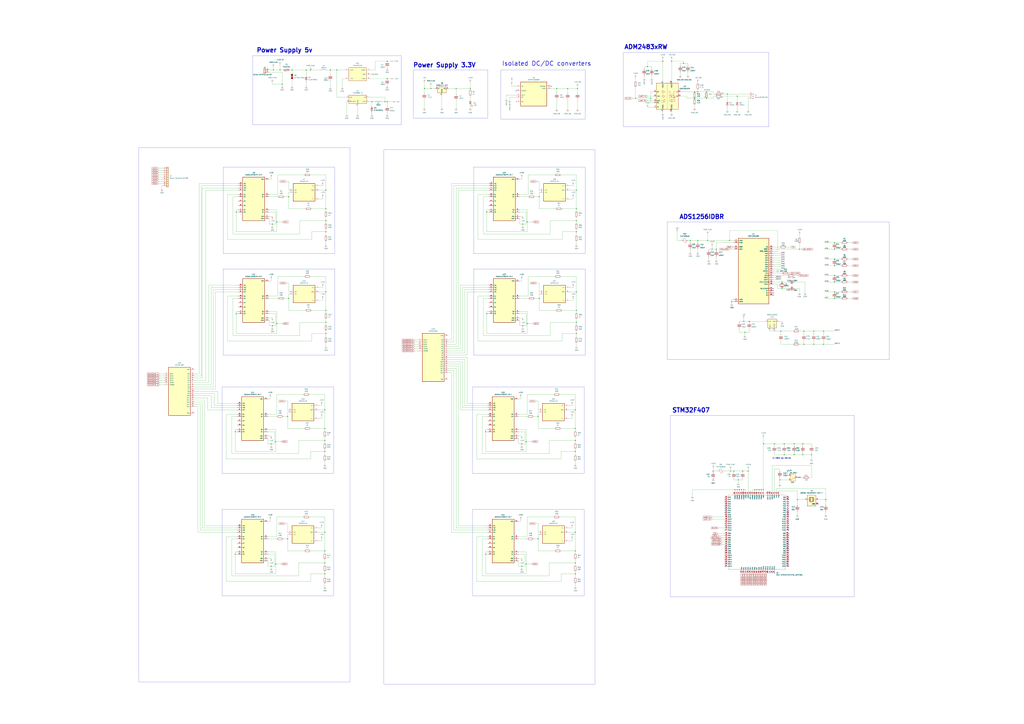
<source format=kicad_sch>
(kicad_sch (version 20231120) (generator "eeschema") (generator_version "8.0")
  (paper "A0")
  (junction (at 321.31 375.92))
  (junction (at 378.46 242.57))
  (junction (at 355.6 81.28))
  (junction (at 314.96 515.62))
  (junction (at 806.45 106.68))
  (junction (at 969.01 289.56))
  (junction (at 956.31 384.81))
  (junction (at 274.32 364.49))
  (junction (at 327.66 97.79))
  (junction (at 377.19 524.51))
  (junction (at 933.45 400.05))
  (junction (at 969.01 300.99))
  (junction (at 378.46 220.98))
  (junction (at 820.42 106.68))
  (junction (at 925.83 580.39))
  (junction (at 607.06 378.46))
  (junction (at 944.88 384.81))
  (junction (at 668.02 640.08))
  (junction (at 626.11 346.71))
  (junction (at 378.46 256.54))
  (junction (at 861.06 568.96))
  (junction (at 449.58 71.12))
  (junction (at 820.42 114.3))
  (junction (at 447.04 118.11))
  (junction (at 751.84 77.47))
  (junction (at 869.95 373.38))
  (junction (at 669.29 360.68))
  (junction (at 862.33 547.37))
  (junction (at 933.45 384.81))
  (junction (at 605.79 657.86))
  (junction (at 500.38 102.87))
  (junction (at 669.29 242.57))
  (junction (at 853.44 568.96))
  (junction (at 876.3 568.96))
  (junction (at 826.77 289.56))
  (junction (at 669.29 374.65))
  (junction (at 377.19 618.49))
  (junction (at 316.23 260.35))
  (junction (at 864.87 386.08))
  (junction (at 922.02 528.32))
  (junction (at 321.31 257.81))
  (junction (at 377.19 497.84))
  (junction (at 610.87 655.32))
  (junction (at 969.01 339.09))
  (junction (at 335.28 228.6))
  (junction (at 668.02 511.81))
  (junction (at 844.55 109.22))
  (junction (at 377.19 640.08))
  (junction (at 886.46 515.62))
  (junction (at 339.09 81.28))
  (junction (at 669.29 220.98))
  (junction (at 378.46 339.09))
  (junction (at 378.46 269.24))
  (junction (at 668.02 476.25))
  (junction (at 565.15 246.38))
  (junction (at 668.02 524.51))
  (junction (at 828.04 547.37))
  (junction (at 769.62 71.12))
  (junction (at 852.17 547.37))
  (junction (at 849.63 350.52))
  (junction (at 969.01 281.94))
  (junction (at 755.65 114.3))
  (junction (at 668.02 618.49))
  (junction (at 626.11 228.6))
  (junction (at 646.43 102.87))
  (junction (at 669.29 339.09))
  (junction (at 847.09 279.4))
  (junction (at 928.37 289.56))
  (junction (at 821.69 279.4))
  (junction (at 431.8 118.11))
  (junction (at 908.05 335.28))
  (junction (at 334.01 483.87))
  (junction (at 906.78 384.81))
  (junction (at 848.36 547.37))
  (junction (at 857.25 557.53))
  (junction (at 316.23 378.46))
  (junction (at 659.13 102.87))
  (junction (at 607.06 260.35))
  (junction (at 908.05 327.66))
  (junction (at 378.46 360.68))
  (junction (at 624.84 626.11))
  (junction (at 855.98 111.76))
  (junction (at 668.02 666.75))
  (junction (at 801.37 279.4))
  (junction (at 605.79 515.62))
  (junction (at 969.01 327.66))
  (junction (at 878.84 568.96))
  (junction (at 668.02 654.05))
  (junction (at 899.16 515.62))
  (junction (at 737.87 114.3))
  (junction (at 806.45 114.3))
  (junction (at 273.05 501.65))
  (junction (at 612.14 375.92))
  (junction (at 383.54 81.28))
  (junction (at 314.96 657.86))
  (junction (at 320.04 655.32))
  (junction (at 624.84 483.87))
  (junction (at 969.01 320.04))
  (junction (at 546.1 102.87))
  (junction (at 670.56 102.87))
  (junction (at 335.28 346.71))
  (junction (at 668.02 497.84))
  (junction (at 863.6 568.96))
  (junction (at 810.26 106.68))
  (junction (at 360.68 81.28))
  (junction (at 669.29 256.54))
  (junction (at 831.85 289.56))
  (junction (at 377.19 511.81))
  (junction (at 449.58 118.11))
  (junction (at 317.5 81.28))
  (junction (at 910.59 528.32))
  (junction (at 956.31 400.05))
  (junction (at 944.88 400.05))
  (junction (at 320.04 513.08))
  (junction (at 612.14 257.81))
  (junction (at 958.85 580.39))
  (junction (at 563.88 643.89))
  (junction (at 922.02 515.62))
  (junction (at 883.92 568.96))
  (junction (at 563.88 501.65))
  (junction (at 932.18 515.62))
  (junction (at 855.98 568.96))
  (junction (at 449.58 91.44))
  (junction (at 969.01 346.71))
  (junction (at 863.6 373.38))
  (junction (at 669.29 269.24))
  (junction (at 529.59 102.87))
  (junction (at 793.75 73.66))
  (junction (at 779.78 71.12))
  (junction (at 910.59 515.62))
  (junction (at 274.32 246.38))
  (junction (at 391.16 81.28))
  (junction (at 325.12 81.28))
  (junction (at 858.52 568.96))
  (junction (at 377.19 666.75))
  (junction (at 565.15 364.49))
  (junction (at 334.01 626.11))
  (junction (at 378.46 387.35))
  (junction (at 810.26 279.4))
  (junction (at 669.29 387.35))
  (junction (at 969.01 308.61))
  (junction (at 905.51 557.53))
  (junction (at 942.34 528.32))
  (junction (at 377.19 476.25))
  (junction (at 932.18 528.32))
  (junction (at 377.19 654.05))
  (junction (at 273.05 643.89))
  (junction (at 881.38 568.96))
  (junction (at 378.46 374.65))
  (junction (at 868.68 547.37))
  (junction (at 492.76 102.87))
  (junction (at 610.87 513.08))
  (junction (at 886.46 568.96))
  (no_connect (at 842.01 598.17))
  (no_connect (at 640.08 100.33))
  (no_connect (at 842.01 610.87))
  (no_connect (at 842.01 640.08))
  (no_connect (at 915.67 593.09))
  (no_connect (at 915.67 650.24))
  (no_connect (at 915.67 580.39))
  (no_connect (at 842.01 593.09))
  (no_connect (at 842.01 642.62))
  (no_connect (at 842.01 615.95))
  (no_connect (at 842.01 652.78))
  (no_connect (at 915.67 657.86))
  (no_connect (at 842.01 595.63))
  (no_connect (at 842.01 605.79))
  (no_connect (at 842.01 580.39))
  (no_connect (at 899.16 383.54))
  (no_connect (at 891.54 571.5))
  (no_connect (at 915.67 645.16))
  (no_connect (at 915.67 613.41))
  (no_connect (at 915.67 577.85))
  (no_connect (at 915.67 622.3))
  (no_connect (at 599.44 105.41))
  (no_connect (at 915.67 608.33))
  (no_connect (at 915.67 632.46))
  (no_connect (at 949.96 585.47))
  (no_connect (at 842.01 588.01))
  (no_connect (at 915.67 629.92))
  (no_connect (at 915.67 590.55))
  (no_connect (at 842.01 655.32))
  (no_connect (at 915.67 600.71))
  (no_connect (at 915.67 627.38))
  (no_connect (at 897.89 337.82))
  (no_connect (at 871.22 571.5))
  (no_connect (at 915.67 588.01))
  (no_connect (at 915.67 635))
  (no_connect (at 842.01 637.54))
  (no_connect (at 915.67 640.08))
  (no_connect (at 915.67 610.87))
  (no_connect (at 842.01 650.24))
  (no_connect (at 915.67 598.17))
  (no_connect (at 915.67 615.95))
  (no_connect (at 842.01 577.85))
  (no_connect (at 894.08 665.48))
  (no_connect (at 896.62 665.48))
  (no_connect (at 842.01 608.33))
  (no_connect (at 891.54 665.48))
  (no_connect (at 897.89 342.9))
  (no_connect (at 897.89 340.36))
  (no_connect (at 915.67 652.78))
  (no_connect (at 915.67 585.47))
  (no_connect (at 897.89 335.28))
  (no_connect (at 915.67 624.84))
  (no_connect (at 915.67 605.79))
  (no_connect (at 842.01 582.93))
  (no_connect (at 915.67 595.63))
  (no_connect (at 894.08 571.5))
  (no_connect (at 842.01 585.47))
  (no_connect (at 842.01 647.7))
  (no_connect (at 915.67 647.7))
  (no_connect (at 842.01 657.86))
  (no_connect (at 915.67 642.62))
  (no_connect (at 915.67 655.32))
  (no_connect (at 915.67 582.93))
  (no_connect (at 842.01 645.16))
  (no_connect (at 842.01 635))
  (no_connect (at 915.67 603.25))
  (no_connect (at 915.67 637.54))
  (no_connect (at 915.67 619.76))
  (no_connect (at 899.16 665.48))
  (no_connect (at 842.01 590.55))
  (wire (pts (xy 652.78 360.68) (xy 669.29 360.68)))
  (wire (pts (xy 613.41 203.2) (xy 643.89 203.2)))
  (wire (pts (xy 370.84 349.25) (xy 374.65 349.25)))
  (wire (pts (xy 755.65 119.38) (xy 759.46 119.38)))
  (wire (pts (xy 542.29 468.63) (xy 566.42 468.63)))
  (wire (pts (xy 626.11 341.63) (xy 626.11 346.71)))
  (wire (pts (xy 378.46 321.31) (xy 360.68 321.31)))
  (wire (pts (xy 250.19 339.09) (xy 250.19 452.12)))
  (wire (pts (xy 274.32 269.24) (xy 274.32 246.38)))
  (wire (pts (xy 431.8 118.11) (xy 431.8 123.19)))
  (wire (pts (xy 612.14 375.92) (xy 612.14 387.35)))
  (wire (pts (xy 273.05 501.65) (xy 275.59 501.65)))
  (wire (pts (xy 529.59 102.87) (xy 529.59 109.22)))
  (wire (pts (xy 831.85 298.45) (xy 831.85 302.26)))
  (wire (pts (xy 226.06 457.2) (xy 248.92 457.2)))
  (wire (pts (xy 942.34 528.32) (xy 932.18 528.32)))
  (wire (pts (xy 546.1 104.14) (xy 546.1 102.87)))
  (wire (pts (xy 612.14 257.81) (xy 618.49 257.81)))
  (wire (pts (xy 932.18 515.62) (xy 922.02 515.62)))
  (wire (pts (xy 370.84 231.14) (xy 374.65 231.14)))
  (wire (pts (xy 226.06 469.9) (xy 232.41 469.9)))
  (wire (pts (xy 869.95 382.27) (xy 869.95 386.08)))
  (wire (pts (xy 245.11 334.01) (xy 245.11 447.04)))
  (wire (pts (xy 377.19 650.24) (xy 377.19 654.05)))
  (wire (pts (xy 273.05 641.35) (xy 273.05 643.89)))
  (wire (pts (xy 944.88 384.81) (xy 944.88 388.62)))
  (wire (pts (xy 233.68 215.9) (xy 276.86 215.9)))
  (wire (pts (xy 838.2 111.76) (xy 855.98 111.76)))
  (wire (pts (xy 378.46 384.81) (xy 378.46 387.35)))
  (wire (pts (xy 984.25 308.61) (xy 989.33 308.61)))
  (wire (pts (xy 321.31 458.47) (xy 351.79 458.47)))
  (wire (pts (xy 906.78 396.24) (xy 906.78 400.05)))
  (wire (pts (xy 670.56 102.87) (xy 659.13 102.87)))
  (wire (pts (xy 378.46 339.09) (xy 378.46 360.68)))
  (wire (pts (xy 822.96 290.83) (xy 822.96 289.56)))
  (wire (pts (xy 669.29 387.35) (xy 669.29 391.16)))
  (wire (pts (xy 335.28 339.09) (xy 335.28 328.93)))
  (wire (pts (xy 737.87 114.3) (xy 755.65 114.3)))
  (wire (pts (xy 858.52 373.38) (xy 858.52 374.65)))
  (wire (pts (xy 605.79 208.28) (xy 603.25 208.28)))
  (wire (pts (xy 360.68 524.51) (xy 360.68 533.4)))
  (wire (pts (xy 520.7 420.37) (xy 537.21 420.37)))
  (wire (pts (xy 378.46 269.24) (xy 378.46 273.05)))
  (wire (pts (xy 447.04 113.03) (xy 447.04 118.11)))
  (wire (pts (xy 942.34 515.62) (xy 932.18 515.62)))
  (wire (pts (xy 670.56 115.57) (xy 670.56 127)))
  (wire (pts (xy 184.15 200.66) (xy 189.23 200.66)))
  (wire (pts (xy 231.14 434.34) (xy 226.06 434.34)))
  (wire (pts (xy 321.31 257.81) (xy 327.66 257.81)))
  (wire (pts (xy 537.21 473.71) (xy 566.42 473.71)))
  (wire (pts (xy 670.56 100.33) (xy 670.56 102.87)))
  (wire (pts (xy 748.03 87.63) (xy 748.03 91.44)))
  (wire (pts (xy 373.38 471.17) (xy 373.38 469.9)))
  (wire (pts (xy 276.86 339.09) (xy 250.19 339.09)))
  (wire (pts (xy 612.14 269.24) (xy 565.15 269.24)))
  (wire (pts (xy 373.38 613.41) (xy 373.38 612.14)))
  (wire (pts (xy 828.04 111.76) (xy 830.58 111.76)))
  (wire (pts (xy 660.4 471.17) (xy 664.21 471.17)))
  (polyline (pts (xy 723.9 60.96) (xy 723.9 66.04)))
  (wire (pts (xy 534.67 331.47) (xy 567.69 331.47)))
  (wire (pts (xy 435.61 71.12) (xy 449.58 71.12)))
  (wire (pts (xy 377.19 640.08) (xy 377.19 642.62)))
  (wire (pts (xy 858.52 373.38) (xy 863.6 373.38)))
  (wire (pts (xy 669.29 360.68) (xy 669.29 363.22)))
  (wire (pts (xy 339.09 92.71) (xy 339.09 100.33)))
  (wire (pts (xy 594.36 100.33) (xy 599.44 100.33)))
  (wire (pts (xy 314.96 205.74) (xy 314.96 208.28)))
  (wire (pts (xy 844.55 109.22) (xy 844.55 116.84)))
  (wire (pts (xy 899.16 518.16) (xy 899.16 515.62)))
  (wire (pts (xy 529.59 102.87) (xy 546.1 102.87)))
  (wire (pts (xy 317.5 77.47) (xy 317.5 81.28)))
  (wire (pts (xy 567.69 243.84) (xy 565.15 243.84)))
  (wire (pts (xy 276.86 346.71) (xy 270.51 346.71)))
  (wire (pts (xy 664.21 613.41) (xy 664.21 612.14)))
  (wire (pts (xy 565.15 361.95) (xy 565.15 364.49)))
  (wire (pts (xy 270.51 271.78) (xy 347.98 271.78)))
  (wire (pts (xy 604.52 605.79) (xy 601.98 605.79)))
  (wire (pts (xy 370.84 339.09) (xy 378.46 339.09)))
  (wire (pts (xy 449.58 118.11) (xy 449.58 123.19)))
  (wire (pts (xy 603.25 346.71) (xy 613.41 346.71)))
  (wire (pts (xy 668.02 458.47) (xy 668.02 476.25)))
  (wire (pts (xy 361.95 269.24) (xy 361.95 278.13)))
  (wire (pts (xy 669.29 339.09) (xy 669.29 360.68)))
  (wire (pts (xy 234.95 467.36) (xy 226.06 467.36)))
  (wire (pts (xy 908.05 335.28) (xy 915.67 335.28)))
  (wire (pts (xy 355.6 81.28) (xy 355.6 87.63)))
  (wire (pts (xy 527.05 215.9) (xy 527.05 397.51)))
  (wire (pts (xy 848.36 547.37) (xy 840.74 547.37)))
  (wire (pts (xy 553.72 675.64) (xy 651.51 675.64)))
  (wire (pts (xy 897.89 309.88) (xy 906.78 309.88)))
  (wire (pts (xy 889 373.38) (xy 869.95 373.38)))
  (wire (pts (xy 863.6 571.5) (xy 863.6 568.96)))
  (wire (pts (xy 566.42 618.49) (xy 524.51 618.49)))
  (wire (pts (xy 956.31 384.81) (xy 956.31 388.62)))
  (wire (pts (xy 563.88 643.89) (xy 566.42 643.89)))
  (wire (pts (xy 659.13 102.87) (xy 659.13 107.95)))
  (wire (pts (xy 847.09 289.56) (xy 852.17 289.56)))
  (wire (pts (xy 607.06 262.89) (xy 607.06 260.35)))
  (wire (pts (xy 751.84 116.84) (xy 759.46 116.84)))
  (wire (pts (xy 969.01 281.94) (xy 976.63 281.94)))
  (wire (pts (xy 801.37 289.56) (xy 801.37 293.37)))
  (wire (pts (xy 435.61 81.28) (xy 430.53 81.28)))
  (wire (pts (xy 605.79 518.16) (xy 605.79 515.62)))
  (wire (pts (xy 591.82 116.84) (xy 591.82 113.03)))
  (wire (pts (xy 637.54 511.81) (xy 668.02 511.81)))
  (wire (pts (xy 566.42 623.57) (xy 553.72 623.57)))
  (wire (pts (xy 669.29 220.98) (xy 669.29 242.57)))
  (wire (pts (xy 447.04 118.11) (xy 449.58 118.11)))
  (wire (pts (xy 607.06 381) (xy 607.06 378.46)))
  (wire (pts (xy 234.95 218.44) (xy 276.86 218.44)))
  (wire (pts (xy 932.18 525.78) (xy 932.18 528.32)))
  (wire (pts (xy 915.67 317.5) (xy 916.94 317.5)))
  (wire (pts (xy 529.59 116.84) (xy 529.59 125.73)))
  (wire (pts (xy 969.01 339.09) (xy 976.63 339.09)))
  (wire (pts (xy 876.3 568.96) (xy 878.84 568.96)))
  (wire (pts (xy 897.89 327.66) (xy 908.05 327.66)))
  (wire (pts (xy 373.38 628.65) (xy 373.38 626.11)))
  (wire (pts (xy 603.25 378.46) (xy 607.06 378.46)))
  (wire (pts (xy 276.86 334.01) (xy 245.11 334.01)))
  (wire (pts (xy 276.86 344.17) (xy 264.16 344.17)))
  (wire (pts (xy 561.34 389.89) (xy 638.81 389.89)))
  (wire (pts (xy 821.69 279.4) (xy 847.09 279.4)))
  (wire (pts (xy 378.46 360.68) (xy 378.46 363.22)))
  (wire (pts (xy 797.56 111.76) (xy 797.56 114.3)))
  (wire (pts (xy 321.31 600.71) (xy 351.79 600.71)))
  (wire (pts (xy 852.17 556.26) (xy 852.17 557.53)))
  (wire (pts (xy 529.59 427.99) (xy 520.7 427.99)))
  (wire (pts (xy 646.43 107.95) (xy 646.43 102.87)))
  (wire (pts (xy 546.1 111.76) (xy 546.1 115.57)))
  (wire (pts (xy 311.15 623.57) (xy 321.31 623.57)))
  (wire (pts (xy 378.46 220.98) (xy 378.46 242.57)))
  (wire (pts (xy 369.57 628.65) (xy 373.38 628.65)))
  (wire (pts (xy 335.28 346.71) (xy 335.28 360.68)))
  (wire (pts (xy 378.46 280.67) (xy 378.46 284.48)))
  (wire (pts (xy 335.28 360.68) (xy 354.33 360.68)))
  (wire (pts (xy 864.87 386.08) (xy 869.95 386.08)))
  (wire (pts (xy 910.59 518.16) (xy 910.59 515.62)))
  (wire (pts (xy 565.15 246.38) (xy 567.69 246.38)))
  (wire (pts (xy 922.02 515.62) (xy 910.59 515.62)))
  (wire (pts (xy 665.48 334.01) (xy 665.48 332.74)))
  (wire (pts (xy 864.87 386.08) (xy 864.87 389.89)))
  (wire (pts (xy 567.69 228.6) (xy 561.34 228.6)))
  (wire (pts (xy 369.57 476.25) (xy 377.19 476.25)))
  (wire (pts (xy 928.37 271.78) (xy 928.37 275.59)))
  (wire (pts (xy 567.69 346.71) (xy 561.34 346.71)))
  (wire (pts (xy 863.6 373.38) (xy 869.95 373.38)))
  (wire (pts (xy 905.51 557.53) (xy 905.51 562.61)))
  (wire (pts (xy 759.46 106.68) (xy 755.65 106.68)))
  (wire (pts (xy 755.65 114.3) (xy 755.65 119.38)))
  (wire (pts (xy 226.06 462.28) (xy 241.3 462.28)))
  (wire (pts (xy 311.15 515.62) (xy 314.96 515.62)))
  (wire (pts (xy 886.46 515.62) (xy 899.16 515.62)))
  (wire (pts (xy 232.41 469.9) (xy 232.41 615.95)))
  (wire (pts (xy 332.74 328.93) (xy 335.28 328.93)))
  (wire (pts (xy 320.04 364.49) (xy 320.04 378.46)))
  (wire (pts (xy 957.58 339.09) (xy 969.01 339.09)))
  (wire (pts (xy 610.87 655.32) (xy 610.87 666.75)))
  (wire (pts (xy 361.95 269.24) (xy 378.46 269.24)))
  (wire (pts (xy 886.46 515.62) (xy 886.46 568.96)))
  (wire (pts (xy 325.12 81.28) (xy 328.93 81.28)))
  (wire (pts (xy 184.15 208.28) (xy 189.23 208.28)))
  (wire (pts (xy 828.04 547.37) (xy 828.04 548.64)))
  (wire (pts (xy 786.13 269.24) (xy 786.13 279.4)))
  (wire (pts (xy 610.87 513.08) (xy 610.87 524.51)))
  (wire (pts (xy 383.54 93.98) (xy 383.54 101.6)))
  (wire (pts (xy 651.51 524.51) (xy 668.02 524.51)))
  (wire (pts (xy 321.31 375.92) (xy 321.31 387.35)))
  (wire (pts (xy 944.88 384.81) (xy 956.31 384.81)))
  (wire (pts (xy 566.42 471.17) (xy 539.75 471.17)))
  (wire (pts (xy 646.43 102.87) (xy 659.13 102.87)))
  (wire (pts (xy 901.7 567.69) (xy 958.85 567.69)))
  (wire (pts (xy 320.04 655.32) (xy 320.04 666.75)))
  (wire (pts (xy 669.29 374.65) (xy 669.29 377.19)))
  (wire (pts (xy 321.31 257.81) (xy 321.31 269.24)))
  (wire (pts (xy 853.44 568.96) (xy 855.98 568.96)))
  (wire (pts (xy 567.69 339.09) (xy 542.29 339.09)))
  (wire (pts (xy 275.59 468.63) (xy 252.73 468.63)))
  (wire (pts (xy 314.96 326.39) (xy 312.42 326.39)))
  (wire (pts (xy 561.34 271.78) (xy 638.81 271.78)))
  (wire (pts (xy 565.15 364.49) (xy 567.69 364.49)))
  (wire (pts (xy 391.16 113.03) (xy 391.16 81.28)))
  (wire (pts (xy 567.69 344.17) (xy 554.99 344.17)))
  (wire (pts (xy 184.15 195.58) (xy 189.23 195.58)))
  (wire (pts (xy 377.19 600.71) (xy 359.41 600.71)))
  (wire (pts (xy 942.34 518.16) (xy 942.34 515.62)))
  (wire (pts (xy 748.03 80.01) (xy 748.03 77.47)))
  (wire (pts (xy 275.59 641.35) (xy 273.05 641.35)))
  (wire (pts (xy 858.52 386.08) (xy 864.87 386.08)))
  (wire (pts (xy 928.37 384.81) (xy 933.45 384.81)))
  (wire (pts (xy 273.05 643.89) (xy 275.59 643.89)))
  (wire (pts (xy 269.24 626.11) (xy 269.24 669.29)))
  (wire (pts (xy 897.89 292.1) (xy 902.97 292.1)))
  (wire (pts (xy 275.59 483.87) (xy 269.24 483.87)))
  (wire (pts (xy 539.75 410.21) (xy 539.75 336.55)))
  (wire (pts (xy 610.87 513.08) (xy 617.22 513.08)))
  (wire (pts (xy 567.69 220.98) (xy 532.13 220.98)))
  (wire (pts (xy 928.37 400.05) (xy 933.45 400.05)))
  (wire (pts (xy 737.87 90.17) (xy 737.87 93.98)))
  (wire (pts (xy 313.69 605.79) (xy 311.15 605.79)))
  (wire (pts (xy 868.68 544.83) (xy 868.68 547.37)))
  (wire (pts (xy 320.04 246.38) (xy 320.04 260.35)))
  (wire (pts (xy 339.09 81.28) (xy 339.09 85.09)))
  (wire (pts (xy 613.41 226.06) (xy 613.41 203.2)))
  (wire (pts (xy 849.63 350.52) (xy 852.17 350.52)))
  (wire (pts (xy 312.42 243.84) (xy 321.31 243.84)))
  (wire (pts (xy 660.4 486.41) (xy 664.21 486.41)))
  (wire (pts (xy 669.29 266.7) (xy 669.29 269.24)))
  (wire (pts (xy 449.58 91.44) (xy 453.39 91.44)))
  (wire (pts (xy 603.25 364.49) (xy 610.87 364.49)))
  (wire (pts (xy 184.15 210.82) (xy 189.23 210.82)))
  (wire (pts (xy 665.48 215.9) (xy 665.48 214.63)))
  (wire (pts (xy 847.09 279.4) (xy 852.17 279.4)))
  (wire (pts (xy 969.01 320.04) (xy 976.63 320.04)))
  (wire (pts (xy 603.25 246.38) (xy 610.87 246.38)))
  (wire (pts (xy 820.42 114.3) (xy 828.04 114.3)))
  (wire (pts (xy 779.78 129.54) (xy 779.78 132.08)))
  (wire (pts (xy 612.14 623.57) (xy 612.14 600.71)))
  (wire (pts (xy 554.99 226.06) (xy 554.99 278.13)))
  (wire (pts (xy 500.38 102.87) (xy 505.46 102.87)))
  (wire (pts (xy 934.72 340.36) (xy 934.72 327.66)))
  (wire (pts (xy 834.39 613.41) (xy 842.01 613.41)))
  (wire (pts (xy 264.16 344.17) (xy 264.16 396.24)))
  (wire (pts (xy 897.89 302.26) (xy 906.78 302.26)))
  (wire (pts (xy 855.98 111.76) (xy 855.98 116.84)))
  (wire (pts (xy 561.34 346.71) (xy 561.34 389.89)))
  (wire (pts (xy 334.01 640.08) (xy 353.06 640.08)))
  (wire (pts (xy 751.84 77.47) (xy 756.92 77.47)))
  (wire (pts (xy 868.68 114.3) (xy 869.95 114.3)))
  (wire (pts (xy 328.93 626.11) (xy 334.01 626.11)))
  (wire (pts (xy 566.42 481.33) (xy 553.72 481.33)))
  (wire (pts (xy 360.68 666.75) (xy 377.19 666.75)))
  (wire (pts (xy 242.57 444.5) (xy 226.06 444.5)))
  (wire (pts (xy 311.15 483.87) (xy 321.31 483.87)))
  (wire (pts (xy 624.84 626.11) (xy 624.84 640.08)))
  (wire (pts (xy 520.7 394.97) (xy 524.51 394.97)))
  (wire (pts (xy 651.51 666.75) (xy 651.51 675.64)))
  (wire (pts (xy 669.29 384.81) (xy 669.29 387.35)))
  (wire (pts (xy 492.76 115.57) (xy 492.76 125.73)))
  (wire (pts (xy 537.21 407.67) (xy 520.7 407.67)))
  (wire (pts (xy 402.59 113.03) (xy 391.16 113.03)))
  (wire (pts (xy 668.02 650.24) (xy 668.02 654.05)))
  (wire (pts (xy 944.88 400.05) (xy 933.45 400.05)))
  (wire (pts (xy 245.11 447.04) (xy 226.06 447.04)))
  (wire (pts (xy 532.13 425.45) (xy 532.13 610.87)))
  (wire (pts (xy 312.42 260.35) (xy 316.23 260.35)))
  (wire (pts (xy 803.91 576.58) (xy 803.91 568.96)))
  (wire (pts (xy 810.26 289.56) (xy 810.26 293.37)))
  (wire (pts (xy 320.04 378.46) (xy 316.23 378.46)))
  (wire (pts (xy 862.33 557.53) (xy 857.25 557.53)))
  (wire (pts (xy 322.58 203.2) (xy 353.06 203.2)))
  (wire (pts (xy 810.26 106.68) (xy 820.42 106.68)))
  (wire (pts (xy 905.51 544.83) (xy 899.16 544.83)))
  (wire (pts (xy 605.79 326.39) (xy 603.25 326.39)))
  (wire (pts (xy 665.48 231.14) (xy 665.48 228.6)))
  (wire (pts (xy 810.26 281.94) (xy 810.26 279.4)))
  (wire (pts (xy 838.2 627.38) (xy 842.01 627.38)))
  (wire (pts (xy 838.2 624.84) (xy 842.01 624.84)))
  (wire (pts (xy 652.78 269.24) (xy 652.78 278.13)))
  (wire (pts (xy 237.49 464.82) (xy 237.49 610.87)))
  (wire (pts (xy 238.76 220.98) (xy 238.76 441.96)))
  (wire (pts (xy 637.54 669.29) (xy 637.54 654.05)))
  (wire (pts (xy 233.68 436.88) (xy 226.06 436.88)))
  (wire (pts (xy 638.81 389.89) (xy 638.81 374.65)))
  (wire (pts (xy 320.04 513.08) (xy 320.04 524.51)))
  (wire (pts (xy 567.69 361.95) (xy 565.15 361.95)))
  (wire (pts (xy 861.06 568.96) (xy 861.06 571.5)))
  (wire (pts (xy 334.01 618.49) (xy 334.01 608.33)))
  (wire (pts (xy 737.87 101.6) (xy 737.87 114.3)))
  (wire (pts (xy 229.87 618.49) (xy 229.87 472.44)))
  (wire (pts (xy 957.58 327.66) (xy 969.01 327.66)))
  (wire (pts (xy 276.86 336.55) (xy 247.65 336.55)))
  (wire (pts (xy 415.29 123.19) (xy 415.29 133.35)))
  (wire (pts (xy 524.51 394.97) (xy 524.51 213.36)))
  (wire (pts (xy 231.14 213.36) (xy 276.86 213.36)))
  (wire (pts (xy 751.84 124.46) (xy 759.46 124.46)))
  (wire (pts (xy 185.42 434.34) (xy 190.5 434.34)))
  (wire (pts (xy 377.19 618.49) (xy 377.19 640.08)))
  (wire (pts (xy 601.98 483.87) (xy 612.14 483.87)))
  (wire (pts (xy 901.7 571.5) (xy 901.7 567.69)))
  (wire (pts (xy 276.86 228.6) (xy 270.51 228.6)))
  (wire (pts (xy 318.77 515.62) (xy 314.96 515.62)))
  (wire (pts (xy 565.15 243.84) (xy 565.15 246.38)))
  (wire (pts (xy 612.14 243.84) (xy 612.14 257.81)))
  (wire (pts (xy 626.11 242.57) (xy 645.16 242.57)))
  (wire (pts (xy 374.65 215.9) (xy 374.65 214.63)))
  (wire (pts (xy 789.94 83.82) (xy 789.94 87.63)))
  (wire (pts (xy 619.76 483.87) (xy 624.84 483.87)))
  (wire (pts (xy 275.59 626.11) (xy 269.24 626.11)))
  (wire (pts (xy 984.25 289.56) (xy 989.33 289.56)))
  (wire (pts (xy 786.13 279.4) (xy 791.21 279.4)))
  (wire (pts (xy 347.98 389.89) (xy 347.98 374.65)))
  (wire (pts (xy 801.37 281.94) (xy 801.37 279.4)))
  (wire (pts (xy 734.06 114.3) (xy 737.87 114.3)))
  (wire (pts (xy 335.28 242.57) (xy 354.33 242.57)))
  (wire (pts (xy 610.87 378.46) (xy 607.06 378.46)))
  (wire (pts (xy 668.02 664.21) (xy 668.02 666.75)))
  (wire (pts (xy 857.25 561.34) (xy 857.25 557.53)))
  (wire (pts (xy 897.89 312.42) (xy 906.78 312.42)))
  (wire (pts (xy 262.89 675.64) (xy 360.68 675.64)))
  (wire (pts (xy 542.29 339.09) (xy 542.29 412.75)))
  (wire (pts (xy 922.02 528.32) (xy 922.02 525.78)))
  (wire (pts (xy 798.83 83.82) (xy 798.83 87.63)))
  (wire (pts (xy 897.89 287.02) (xy 905.51 287.02)))
  (wire (pts (xy 886.46 571.5) (xy 886.46 568.96)))
  (wire (pts (xy 601.98 481.33) (xy 612.14 481.33)))
  (wire (pts (xy 322.58 344.17) (xy 322.58 321.31)))
  (wire (pts (xy 665.48 349.25) (xy 665.48 346.71)))
  (wire (pts (xy 661.67 220.98) (xy 669.29 220.98)))
  (wire (pts (xy 361.95 387.35) (xy 378.46 387.35)))
  (wire (pts (xy 270.51 346.71) (xy 270.51 389.89)))
  (wire (pts (xy 529.59 400.05) (xy 529.59 218.44)))
  (wire (pts (xy 894.08 383.54) (xy 894.08 384.81)))
  (wire (pts (xy 622.3 466.09) (xy 624.84 466.09)))
  (wire (pts (xy 605.79 660.4) (xy 605.79 657.86)))
  (wire (pts (xy 601.98 515.62) (xy 601.98 509.27)))
  (wire (pts (xy 868.68 571.5) (xy 868.68 547.37)))
  (wire (pts (xy 619.76 626.11) (xy 624.84 626.11)))
  (wire (pts (xy 969.01 346.71) (xy 976.63 346.71)))
  (wire (pts (xy 532.13 402.59) (xy 520.7 402.59)))
  (wire (pts (xy 377.19 458.47) (xy 377.19 476.25)))
  (wire (pts (xy 868.68 114.3) (xy 868.68 128.27)))
  (wire (pts (xy 958.85 580.39) (xy 958.85 586.74)))
  (wire (pts (xy 844.55 109.22) (xy 869.95 109.22)))
  (wire (pts (xy 248.92 457.2) (xy 248.92 471.17)))
  (wire (pts (xy 933.45 400.05) (xy 933.45 396.24)))
  (wire (pts (xy 905.51 557.53) (xy 915.67 557.53)))
  (wire (pts (xy 902.97 292.1) (xy 902.97 267.97)))
  (wire (pts (xy 779.78 71.12) (xy 793.75 71.12)))
  (wire (pts (xy 852.17 548.64) (xy 852.17 547.37)))
  (wire (pts (xy 793.75 71.12) (xy 793.75 73.66)))
  (wire (pts (xy 321.31 387.35) (xy 274.32 387.35)))
  (wire (pts (xy 624.84 618.49) (xy 624.84 608.33)))
  (polyline (pts (xy 892.81 60.96) (xy 723.9 60.96)))
  (wire (pts (xy 621.03 228.6) (xy 626.11 228.6)))
  (wire (pts (xy 897.89 289.56) (xy 928.37 289.56)))
  (wire (pts (xy 377.19 524.51) (xy 377.19 528.32)))
  (wire (pts (xy 623.57 328.93) (xy 626.11 328.93)))
  (wire (pts (xy 652.78 269.24) (xy 669.29 269.24)))
  (wire (pts (xy 984.25 346.71) (xy 989.33 346.71)))
  (wire (pts (xy 984.25 320.04) (xy 989.33 320.04)))
  (wire (pts (xy 316.23 95.25) (xy 316.23 97.79)))
  (wire (pts (xy 553.72 481.33) (xy 553.72 533.4)))
  (wire (pts (xy 312.42 364.49) (xy 320.04 364.49)))
  (wire (pts (xy 984.25 327.66) (xy 989.33 327.66)))
  (wire (pts (xy 789.94 73.66) (xy 793.75 73.66)))
  (wire (pts (xy 669.29 203.2) (xy 669.29 220.98)))
  (wire (pts (xy 560.07 527.05) (xy 637.54 527.05)))
  (wire (pts (xy 229.87 472.44) (xy 226.06 472.44)))
  (wire (pts (xy 360.68 497.84) (xy 377.19 497.84)))
  (wire (pts (xy 377.19 497.84) (xy 377.19 500.38)))
  (wire (pts (xy 275.59 481.33) (xy 262.89 481.33)))
  (wire (pts (xy 922.02 320.04) (xy 927.1 320.04)))
  (wire (pts (xy 661.67 339.09) (xy 669.29 339.09)))
  (wire (pts (xy 897.89 317.5) (xy 908.05 317.5)))
  (wire (pts (xy 622.3 608.33) (xy 624.84 608.33)))
  (wire (pts (xy 863.6 568.96) (xy 861.06 568.96)))
  (wire (pts (xy 318.77 501.65) (xy 318.77 515.62)))
  (wire (pts (xy 868.68 547.37) (xy 862.33 547.37)))
  (wire (pts (xy 933.45 384.81) (xy 933.45 388.62)))
  (wire (pts (xy 668.02 521.97) (xy 668.02 524.51)))
  (wire (pts (xy 318.77 657.86) (xy 314.96 657.86)))
  (wire (pts (xy 435.61 71.12) (xy 435.61 81.28)))
  (wire (pts (xy 427.99 113.03) (xy 447.04 113.03)))
  (wire (pts (xy 378.46 370.84) (xy 378.46 374.65)))
  (wire (pts (xy 275.59 473.71) (xy 245.11 473.71)))
  (wire (pts (xy 369.57 618.49) (xy 377.19 618.49)))
  (wire (pts (xy 245.11 459.74) (xy 226.06 459.74)))
  (wire (pts (xy 904.24 570.23) (xy 904.24 571.5)))
  (wire (pts (xy 312.42 361.95) (xy 321.31 361.95)))
  (wire (pts (xy 748.03 77.47) (xy 751.84 77.47)))
  (wire (pts (xy 322.58 226.06) (xy 322.58 203.2)))
  (wire (pts (xy 320.04 513.08) (xy 326.39 513.08)))
  (wire (pts (xy 896.62 541.02) (xy 896.62 571.5)))
  (wire (pts (xy 274.32 361.95) (xy 274.32 364.49)))
  (wire (pts (xy 327.66 97.79) (xy 327.66 100.33)))
  (wire (pts (xy 314.96 323.85) (xy 314.96 326.39)))
  (wire (pts (xy 361.95 242.57) (xy 378.46 242.57)))
  (wire (pts (xy 925.83 554.99) (xy 932.18 554.99)))
  (wire (pts (xy 661.67 349.25) (xy 665.48 349.25)))
  (wire (pts (xy 798.83 76.2) (xy 798.83 73.66)))
  (wire (pts (xy 346.71 654.05) (xy 377.19 654.05)))
  (wire (pts (xy 668.02 600.71) (xy 650.24 600.71)))
  (wire (pts (xy 928.37 283.21) (xy 928.37 289.56)))
  (wire (pts (xy 623.57 210.82) (xy 626.11 210.82)))
  (wire (pts (xy 311.15 515.62) (xy 311.15 509.27)))
  (wire (pts (xy 312.42 228.6) (xy 322.58 228.6)))
  (wire (pts (xy 849.63 347.98) (xy 849.63 350.52)))
  (wire (pts (xy 822.96 289.56) (xy 826.77 289.56)))
  (wire (pts (xy 320.04 641.35) (xy 320.04 655.32)))
  (wire (pts (xy 838.2 629.92) (xy 842.01 629.92)))
  (wire (pts (xy 532.13 220.98) (xy 532.13 402.59)))
  (wire (pts (xy 603.25 361.95) (xy 612.14 361.95)))
  (wire (pts (xy 238.76 220.98) (xy 276.86 220.98)))
  (wire (pts (xy 241.3 476.25) (xy 275.59 476.25)))
  (wire (pts (xy 849.63 353.06) (xy 849.63 350.52)))
  (wire (pts (xy 269.24 483.87) (xy 269.24 527.05)))
  (wire (pts (xy 537.21 420.37) (xy 537.21 473.71)))
  (wire (pts (xy 604.52 463.55) (xy 601.98 463.55)))
  (wire (pts (xy 610.87 246.38) (xy 610.87 260.35)))
  (wire (pts (xy 661.67 334.01) (xy 665.48 334.01)))
  (wire (pts (xy 275.59 613.41) (xy 234.95 613.41)))
  (wire (pts (xy 248.92 471.17) (xy 275.59 471.17)))
  (wire (pts (xy 668.02 666.75) (xy 668.02 670.56)))
  (wire (pts (xy 928.37 289.56) (xy 930.91 289.56)))
  (wire (pts (xy 316.23 369.57) (xy 312.42 369.57)))
  (wire (pts (xy 637.54 527.05) (xy 637.54 511.81)))
  (wire (pts (xy 669.29 398.78) (xy 669.29 402.59)))
  (wire (pts (xy 361.95 360.68) (xy 378.46 360.68)))
  (wire (pts (xy 546.1 95.25) (xy 546.1 102.87)))
  (wire (pts (xy 957.58 308.61) (xy 969.01 308.61)))
  (wire (pts (xy 601.98 626.11) (xy 612.14 626.11)))
  (wire (pts (xy 185.42 447.04) (xy 190.5 447.04)))
  (wire (pts (xy 320.04 524.51) (xy 273.05 524.51)))
  (wire (pts (xy 325.12 74.93) (xy 325.12 81.28)))
  (wire (pts (xy 383.54 81.28) (xy 391.16 81.28)))
  (wire (pts (xy 492.76 107.95) (xy 492.76 102.87)))
  (wire (pts (xy 939.8 554.99) (xy 942.34 554.99)))
  (wire (pts (xy 858.52 568.96) (xy 858.52 571.5)))
  (wire (pts (xy 331.47 466.09) (xy 334.01 466.09)))
  (wire (pts (xy 848.36 544.83) (xy 848.36 547.37)))
  (wire (pts (xy 958.85 567.69) (xy 958.85 580.39)))
  (wire (pts (xy 563.88 499.11) (xy 563.88 501.65)))
  (wire (pts (xy 378.46 242.57) (xy 378.46 245.11)))
  (wire (pts (xy 377.19 476.25) (xy 377.19 497.84)))
  (wire (pts (xy 838.2 109.22) (xy 844.55 109.22)))
  (wire (pts (xy 274.32 243.84) (xy 274.32 246.38)))
  (wire (pts (xy 312.42 344.17) (xy 322.58 344.17)))
  (wire (pts (xy 311.15 643.89) (xy 318.77 643.89)))
  (wire (pts (xy 910.59 528.32) (xy 910.59 525.78)))
  (wire (pts (xy 779.78 71.12) (xy 779.78 93.98)))
  (wire (pts (xy 866.14 568.96) (xy 863.6 568.96)))
  (wire (pts (xy 878.84 568.96) (xy 878.84 571.5)))
  (wire (pts (xy 603.25 228.6) (xy 613.41 228.6)))
  (wire (pts (xy 566.42 613.41) (xy 529.59 613.41)))
  (wire (pts (xy 553.72 623.57) (xy 553.72 675.64)))
  (wire (pts (xy 529.59 613.41) (xy 529.59 427.99)))
  (wire (pts (xy 527.05 615.95) (xy 566.42 615.95)))
  (wire (pts (xy 906.78 400.05) (xy 920.75 400.05)))
  (wire (pts (xy 664.21 628.65) (xy 664.21 626.11)))
  (wire (pts (xy 346.71 527.05) (xy 346.71 511.81)))
  (wire (pts (xy 312.42 81.28) (xy 317.5 81.28)))
  (wire (pts (xy 652.78 242.57) (xy 669.29 242.57)))
  (wire (pts (xy 661.67 231.14) (xy 665.48 231.14)))
  (wire (pts (xy 317.5 81.28) (xy 325.12 81.28)))
  (wire (pts (xy 604.52 603.25) (xy 604.52 605.79)))
  (wire (pts (xy 831.85 290.83) (xy 831.85 289.56)))
  (wire (pts (xy 878.84 568.96) (xy 881.38 568.96)))
  (wire (pts (xy 612.14 257.81) (xy 612.14 269.24)))
  (wire (pts (xy 481.33 405.13) (xy 485.14 405.13)))
  (wire (pts (xy 360.68 640.08) (xy 377.19 640.08)))
  (wire (pts (xy 601.98 515.62) (xy 605.79 515.62)))
  (wire (pts (xy 492.76 102.87) (xy 500.38 102.87)))
  (wire (pts (xy 601.98 499.11) (xy 610.87 499.11)))
  (wire (pts (xy 789.94 76.2) (xy 789.94 73.66)))
  (wire (pts (xy 520.7 425.45) (xy 532.13 425.45)))
  (wire (pts (xy 481.33 397.51) (xy 485.14 397.51)))
  (wire (pts (xy 638.81 256.54) (xy 669.29 256.54)))
  (wire (pts (xy 537.21 334.01) (xy 537.21 407.67)))
  (wire (pts (xy 316.23 262.89) (xy 316.23 260.35)))
  (polyline (pts (xy 723.9 66.04) (xy 723.9 147.32)))
  (wire (pts (xy 833.12 547.37) (xy 828.04 547.37)))
  (wire (pts (xy 869.95 373.38) (xy 869.95 374.65)))
  (wire (pts (xy 370.84 220.98) (xy 378.46 220.98)))
  (wire (pts (xy 779.78 68.58) (xy 779.78 71.12)))
  (wire (pts (xy 527.05 397.51) (xy 520.7 397.51)))
  (wire (pts (xy 873.76 568.96) (xy 876.3 568.96)))
  (wire (pts (xy 908.05 327.66) (xy 915.67 327.66)))
  (wire (pts (xy 346.71 669.29) (xy 346.71 654.05)))
  (wire (pts (xy 560.07 669.29) (xy 637.54 669.29)))
  (wire (pts (xy 554.99 396.24) (xy 652.78 396.24)))
  (wire (pts (xy 638.81 271.78) (xy 638.81 256.54)))
  (wire (pts (xy 481.33 400.05) (xy 485.14 400.05)))
  (wire (pts (xy 897.89 307.34) (xy 906.78 307.34)))
  (wire (pts (xy 184.15 198.12) (xy 189.23 198.12)))
  (wire (pts (xy 956.31 400.05) (xy 944.88 400.05)))
  (wire (pts (xy 897.89 294.64) (xy 906.78 294.64)))
  (wire (pts (xy 565.15 269.24) (xy 565.15 246.38)))
  (wire (pts (xy 377.19 600.71) (xy 377.19 618.49)))
  (wire (pts (xy 612.14 375.92) (xy 618.49 375.92)))
  (wire (pts (xy 355.6 81.28) (xy 360.68 81.28)))
  (wire (pts (xy 806.45 121.92) (xy 806.45 125.73)))
  (wire (pts (xy 605.79 506.73) (xy 601.98 506.73)))
  (wire (pts (xy 668.02 458.47) (xy 650.24 458.47)))
  (wire (pts (xy 626.11 339.09) (xy 626.11 328.93)))
  (wire (pts (xy 431.8 86.36) (xy 430.53 86.36)))
  (wire (pts (xy 612.14 387.35) (xy 565.15 387.35)))
  (wire (pts (xy 481.33 402.59) (xy 485.14 402.59)))
  (wire (pts (xy 897.89 320.04) (xy 914.4 320.04)))
  (wire (pts (xy 638.81 374.65) (xy 669.29 374.65)))
  (wire (pts (xy 624.84 478.79) (xy 624.84 483.87)))
  (wire (pts (xy 184.15 213.36) (xy 189.23 213.36)))
  (wire (pts (xy 605.79 323.85) (xy 605.79 326.39)))
  (wire (pts (xy 247.65 336.55) (xy 247.65 449.58)))
  (wire (pts (xy 275.59 499.11) (xy 273.05 499.11)))
  (wire (pts (xy 660.4 476.25) (xy 668.02 476.25)))
  (wire (pts (xy 755.65 106.68) (xy 755.65 114.3)))
  (wire (pts (xy 669.29 321.31) (xy 651.51 321.31)))
  (wire (pts (xy 660.4 618.49) (xy 668.02 618.49)))
  (wire (pts (xy 852.17 347.98) (xy 849.63 347.98)))
  (wire (pts (xy 669.29 280.67) (xy 669.29 284.48)))
  (wire (pts (xy 311.15 657.86) (xy 314.96 657.86)))
  (wire (pts (xy 605.79 205.74) (xy 605.79 208.28)))
  (wire (pts (xy 932.18 528.32) (xy 922.02 528.32)))
  (wire (pts (xy 513.08 110.49) (xy 513.08 125.73)))
  (wire (pts (xy 374.65 231.14) (xy 374.65 228.6)))
  (wire (pts (xy 185.42 444.5) (xy 190.5 444.5)))
  (wire (pts (xy 539.75 336.55) (xy 567.69 336.55)))
  (wire (pts (xy 925.83 594.36) (xy 925.83 598.17)))
  (polyline (pts (xy 892.81 147.32) (xy 892.81 60.96)))
  (wire (pts (xy 524.51 433.07) (xy 520.7 433.07)))
  (wire (pts (xy 520.7 405.13) (xy 534.67 405.13)))
  (wire (pts (xy 905.51 547.37) (xy 905.51 544.83)))
  (wire (pts (xy 524.51 213.36) (xy 567.69 213.36)))
  (wire (pts (xy 232.41 615.95) (xy 275.59 615.95)))
  (wire (pts (xy 335.28 220.98) (xy 335.28 210.82)))
  (wire (pts (xy 370.84 334.01) (xy 374.65 334.01)))
  (wire (pts (xy 269.24 669.29) (xy 346.71 669.29)))
  (wire (pts (xy 668.02 524.51) (xy 668.02 528.32)))
  (wire (pts (xy 335.28 228.6) (xy 335.28 242.57)))
  (wire (pts (xy 378.46 252.73) (xy 378.46 256.54)))
  (wire (pts (xy 567.69 334.01) (xy 537.21 334.01)))
  (wire (pts (xy 984.25 300.99) (xy 989.33 300.99)))
  (wire (pts (xy 769.62 71.12) (xy 769.62 93.98)))
  (wire (pts (xy 826.77 600.71) (xy 842.01 600.71)))
  (wire (pts (xy 369.57 613.41) (xy 373.38 613.41)))
  (wire (pts (xy 668.02 618.49) (xy 668.02 640.08)))
  (wire (pts (xy 520.7 415.29) (xy 542.29 415.29)))
  (wire (pts (xy 554.99 344.17) (xy 554.99 396.24)))
  (wire (pts (xy 273.05 499.11) (xy 273.05 501.65)))
  (wire (pts (xy 226.06 464.82) (xy 237.49 464.82)))
  (wire (pts (xy 923.29 327.66) (xy 934.72 327.66)))
  (wire (pts (xy 612.14 600.71) (xy 642.62 600.71)))
  (wire (pts (xy 334.01 621.03) (xy 334.01 626.11)))
  (wire (pts (xy 958.85 594.36) (xy 958.85 598.17)))
  (wire (pts (xy 904.24 373.38) (xy 908.05 373.38)))
  (wire (pts (xy 769.62 129.54) (xy 769.62 132.08)))
  (wire (pts (xy 449.58 71.12) (xy 453.39 71.12)))
  (wire (pts (xy 316.23 381) (xy 316.23 378.46)))
  (wire (pts (xy 637.54 654.05) (xy 668.02 654.05)))
  (wire (pts (xy 624.84 476.25) (xy 624.84 466.09)))
  (wire (pts (xy 539.75 417.83) (xy 520.7 417.83)))
  (wire (pts (xy 810.26 95.25) (xy 810.26 96.52)))
  (wire (pts (xy 377.19 664.21) (xy 377.19 666.75)))
  (wire (pts (xy 601.98 657.86) (xy 605.79 657.86)))
  (wire (pts (xy 311.15 481.33) (xy 321.31 481.33)))
  (wire (pts (xy 377.19 535.94) (xy 377.19 539.75)))
  (wire (pts (xy 542.29 415.29) (xy 542.29 468.63)))
  (wire (pts (xy 624.84 640.08) (xy 643.89 640.08)))
  (wire (pts (xy 610.87 260.35) (xy 607.06 260.35)))
  (wire (pts (xy 361.95 387.35) (xy 361.95 396.24)))
  (wire (pts (xy 316.23 251.46) (xy 312.42 251.46)))
  (wire (pts (xy 852.17 547.37) (xy 848.36 547.37)))
  (wire (pts (xy 185.42 441.96) (xy 190.5 441.96)))
  (wire (pts (xy 320.04 655.32) (xy 326.39 655.32)))
  (wire (pts (xy 646.43 115.57) (xy 646.43 127)))
  (wire (pts (xy 855.98 111.76) (xy 869.95 111.76)))
  (wire (pts (xy 566.42 641.35) (xy 563.88 641.35)))
  (wire (pts (xy 660.4 613.41) (xy 664.21 613.41)))
  (wire (pts (xy 237.49 610.87) (xy 275.59 610.87)))
  (wire (pts (xy 610.87 641.35) (xy 610.87 655.32)))
  (wire (pts (xy 334.01 478.79) (xy 334.01 483.87)))
  (wire (pts (xy 603.25 226.06) (xy 613.41 226.06)))
  (wire (pts (xy 264.16 226.06) (xy 264.16 278.13)))
  (wire (pts (xy 858.52 568.96) (xy 855.98 568.96)))
  (wire (pts (xy 312.42 378.46) (xy 312.42 372.11)))
  (wire (pts (xy 443.23 118.11) (xy 447.04 118.11)))
  (wire (pts (xy 652.78 387.35) (xy 652.78 396.24)))
  (wire (pts (xy 624.84 497.84) (xy 643.89 497.84)))
  (wire (pts (xy 314.96 518.16) (xy 314.96 515.62)))
  (wire (pts (xy 321.31 361.95) (xy 321.31 375.92)))
  (wire (pts (xy 594.36 97.79) (xy 594.36 100.33)))
  (wire (pts (xy 184.15 205.74) (xy 189.23 205.74)))
  (wire (pts (xy 233.68 215.9) (xy 233.68 436.88)))
  (wire (pts (xy 520.7 400.05) (xy 529.59 400.05)))
  (wire (pts (xy 789.94 106.68) (xy 806.45 106.68)))
  (wire (pts (xy 803.91 568.96) (xy 853.44 568.96)))
  (wire (pts (xy 566.42 476.25) (xy 534.67 476.25)))
  (wire (pts (xy 826.77 603.25) (xy 842.01 603.25)))
  (wire (pts (xy 431.8 118.11) (xy 435.61 118.11)))
  (wire (pts (xy 661.67 215.9) (xy 665.48 215.9)))
  (wire (pts (xy 670.56 102.87) (xy 670.56 107.95)))
  (wire (pts (xy 668.02 678.18) (xy 668.02 681.99)))
  (wire (pts (xy 360.68 524.51) (xy 377.19 524.51)))
  (wire (pts (xy 609.6 643.89) (xy 609.6 657.86)))
  (wire (pts (xy 902.97 330.2) (xy 902.97 335.28)))
  (wire (pts (xy 669.29 242.57) (xy 669.29 245.11)))
  (wire (pts (xy 313.69 603.25) (xy 313.69 605.79)))
  (wire (pts (xy 668.02 511.81) (xy 668.02 514.35)))
  (wire (pts (xy 925.83 570.23) (xy 904.24 570.23)))
  (wire (pts (xy 378.46 374.65) (xy 378.46 377.19)))
  (wire (pts (xy 668.02 497.84) (xy 668.02 500.38)))
  (wire (pts (xy 377.19 458.47) (xy 359.41 458.47)))
  (wire (pts (xy 769.62 68.58) (xy 769.62 71.12)))
  (wire (pts (xy 820.42 106.68) (xy 828.04 106.68)))
  (wire (pts (xy 669.29 370.84) (xy 669.29 374.65)))
  (wire (pts (xy 828.04 109.22) (xy 830.58 109.22)))
  (wire (pts (xy 905.51 554.99) (xy 905.51 557.53)))
  (wire (pts (xy 560.07 626.11) (xy 560.07 669.29)))
  (wire (pts (xy 275.59 623.57) (xy 262.89 623.57)))
  (wire (pts (xy 378.46 398.78) (xy 378.46 402.59)))
  (wire (pts (xy 847.09 267.97) (xy 847.09 279.4)))
  (wire (pts (xy 609.6 515.62) (xy 605.79 515.62)))
  (wire (pts (xy 828.04 114.3) (xy 828.04 111.76)))
  (wire (pts (xy 610.87 524.51) (xy 563.88 524.51)))
  (wire (pts (xy 187.96 215.9) (xy 187.96 219.71)))
  (wire (pts (xy 664.21 486.41) (xy 664.21 483.87)))
  (wire (pts (xy 560.07 483.87) (xy 560.07 527.05)))
  (wire (pts (xy 427.99 118.11) (xy 431.8 118.11)))
  (wire (pts (xy 262.89 533.4) (xy 360.68 533.4)))
  (wire (pts (xy 626.11 346.71) (xy 626.11 360.68)))
  (wire (pts (xy 956.31 400.05) (xy 969.01 400.05)))
  (wire (pts (xy 321.31 269.24) (xy 274.32 269.24)))
  (wire (pts (xy 894.08 384.81) (xy 906.78 384.81)))
  (wire (pts (xy 377.19 654.05) (xy 377.19 656.59)))
  (wire (pts (xy 369.57 486.41) (xy 373.38 486.41)))
  (wire (pts (xy 274.32 364.49) (xy 276.86 364.49)))
  (wire (pts (xy 861.06 568.96) (xy 858.52 568.96)))
  (wire (pts (xy 449.58 80.01) (xy 449.58 78.74)))
  (wire (pts (xy 378.46 387.35) (xy 378.46 391.16)))
  (wire (pts (xy 925.83 580.39) (xy 925.83 570.23)))
  (wire (pts (xy 339.09 81.28) (xy 355.6 81.28)))
  (wire (pts (xy 588.01 110.49) (xy 599.44 110.49)))
  (wire (pts (xy 185.42 439.42) (xy 190.5 439.42)))
  (wire (pts (xy 862.33 547.37) (xy 862.33 548.64)))
  (wire (pts (xy 567.69 215.9) (xy 527.05 215.9)))
  (wire (pts (xy 355.6 95.25) (xy 355.6 100.33)))
  (wire (pts (xy 374.65 349.25) (xy 374.65 346.71)))
  (wire (pts (xy 751.84 71.12) (xy 751.84 77.47)))
  (wire (pts (xy 751.84 111.76) (xy 759.46 111.76)))
  (wire (pts (xy 269.24 527.05) (xy 346.71 527.05)))
  (wire (pts (xy 942.34 525.78) (xy 942.34 528.32)))
  (wire (pts (xy 897.89 325.12) (xy 906.78 325.12)))
  (wire (pts (xy 312.42 378.46) (xy 316.23 378.46)))
  (wire (pts (xy 563.88 641.35) (xy 563.88 643.89)))
  (wire (pts (xy 481.33 394.97) (xy 485.14 394.97)))
  (wire (pts (xy 957.58 281.94) (xy 969.01 281.94)))
  (wire (pts (xy 336.55 81.28) (xy 339.09 81.28)))
  (wire (pts (xy 756.92 87.63) (xy 756.92 91.44)))
  (wire (pts (xy 984.25 281.94) (xy 989.33 281.94)))
  (wire (pts (xy 969.01 289.56) (xy 976.63 289.56)))
  (wire (pts (xy 838.2 632.46) (xy 842.01 632.46)))
  (wire (pts (xy 314.96 648.97) (xy 311.15 648.97)))
  (wire (pts (xy 402.59 118.11) (xy 402.59 133.35)))
  (wire (pts (xy 520.7 102.87) (xy 529.59 102.87)))
  (wire (pts (xy 563.88 501.65) (xy 566.42 501.65)))
  (wire (pts (xy 274.32 246.38) (xy 276.86 246.38)))
  (wire (pts (xy 534.67 422.91) (xy 520.7 422.91)))
  (wire (pts (xy 370.84 215.9) (xy 374.65 215.9)))
  (wire (pts (xy 613.41 321.31) (xy 643.89 321.31)))
  (wire (pts (xy 264.16 396.24) (xy 361.95 396.24)))
  (wire (pts (xy 553.72 533.4) (xy 651.51 533.4)))
  (wire (pts (xy 668.02 640.08) (xy 668.02 642.62)))
  (wire (pts (xy 313.69 461.01) (xy 313.69 463.55)))
  (wire (pts (xy 312.42 83.82) (xy 327.66 83.82)))
  (wire (pts (xy 591.82 113.03) (xy 599.44 113.03)))
  (wire (pts (xy 810.26 104.14) (xy 810.26 106.68)))
  (wire (pts (xy 603.25 260.35) (xy 607.06 260.35)))
  (wire (pts (xy 539.75 471.17) (xy 539.75 417.83)))
  (wire (pts (xy 312.42 226.06) (xy 322.58 226.06)))
  (wire (pts (xy 610.87 364.49) (xy 610.87 378.46)))
  (wire (pts (xy 897.89 297.18) (xy 906.78 297.18)))
  (wire (pts (xy 969.01 327.66) (xy 976.63 327.66)))
  (wire (pts (xy 332.74 210.82) (xy 335.28 210.82)))
  (wire (pts (xy 604.52 461.01) (xy 604.52 463.55)))
  (wire (pts (xy 668.02 654.05) (xy 668.02 656.59)))
  (wire (pts (xy 660.4 628.65) (xy 664.21 628.65)))
  (wire (pts (xy 922.02 528.32) (xy 910.59 528.32)))
  (wire (pts (xy 527.05 430.53) (xy 527.05 615.95)))
  (wire (pts (xy 942.34 541.02) (xy 896.62 541.02)))
  (wire (pts (xy 561.34 228.6) (xy 561.34 271.78)))
  (wire (pts (xy 956.31 396.24) (xy 956.31 400.05)))
  (wire (pts (xy 933.45 384.81) (xy 944.88 384.81)))
  (wire (pts (xy 669.29 321.31) (xy 669.29 339.09)))
  (wire (pts (xy 314.96 506.73) (xy 311.15 506.73)))
  (wire (pts (xy 328.93 483.87) (xy 334.01 483.87)))
  (wire (pts (xy 821.69 271.78) (xy 821.69 279.4)))
  (wire (pts (xy 231.14 213.36) (xy 231.14 434.34)))
  (wire (pts (xy 883.92 568.96) (xy 883.92 571.5)))
  (wire (pts (xy 609.6 657.86) (xy 605.79 657.86)))
  (wire (pts (xy 626.11 220.98) (xy 626.11 210.82)))
  (wire (pts (xy 274.32 387.35) (xy 274.32 364.49)))
  (wire (pts (xy 612.14 458.47) (xy 642.62 458.47)))
  (wire (pts (xy 275.59 618.49) (xy 229.87 618.49)))
  (wire (pts (xy 321.31 623.57) (xy 321.31 600.71)))
  (wire (pts (xy 500.38 99.06) (xy 500.38 102.87)))
  (wire (pts (xy 873.76 571.5) (xy 873.76 568.96)))
  (wire (pts (xy 369.57 471.17) (xy 373.38 471.17)))
  (wire (pts (xy 669.29 203.2) (xy 651.51 203.2)))
  (wire (pts (xy 897.89 322.58) (xy 906.78 322.58)))
  (wire (pts (xy 312.42 260.35) (xy 312.42 254)))
  (wire (pts (xy 603.25 344.17) (xy 613.41 344.17)))
  (wire (pts (xy 942.34 528.32) (xy 942.34 533.4)))
  (wire (pts (xy 610.87 499.11) (xy 610.87 513.08)))
  (wire (pts (xy 276.86 243.84) (xy 274.32 243.84)))
  (wire (pts (xy 668.02 508) (xy 668.02 511.81)))
  (wire (pts (xy 334.01 497.84) (xy 353.06 497.84)))
  (wire (pts (xy 668.02 476.25) (xy 668.02 497.84)))
  (wire (pts (xy 834.39 622.3) (xy 842.01 622.3)))
  (wire (pts (xy 651.51 640.08) (xy 668.02 640.08)))
  (wire (pts (xy 373.38 486.41) (xy 373.38 483.87)))
  (wire (pts (xy 542.29 412.75) (xy 520.7 412.75)))
  (wire (pts (xy 831.85 281.94) (xy 831.85 289.56)))
  (wire (pts (xy 379.73 81.28) (xy 383.54 81.28)))
  (wire (pts (xy 378.46 266.7) (xy 378.46 269.24)))
  (wire (pts (xy 958.85 580.39) (xy 949.96 580.39)))
  (wire (pts (xy 226.06 449.58) (xy 247.65 449.58)))
  (wire (pts (xy 330.2 346.71) (xy 335.28 346.71)))
  (wire (pts (xy 455.93 118.11) (xy 449.58 118.11)))
  (wire (pts (xy 234.95 218.44) (xy 234.95 439.42)))
  (wire (pts (xy 241.3 462.28) (xy 241.3 476.25)))
  (wire (pts (xy 932.18 518.16) (xy 932.18 515.62)))
  (wire (pts (xy 312.42 246.38) (xy 320.04 246.38)))
  (wire (pts (xy 565.15 387.35) (xy 565.15 364.49)))
  (wire (pts (xy 651.51 497.84) (xy 668.02 497.84)))
  (wire (pts (xy 659.13 115.57) (xy 659.13 127)))
  (wire (pts (xy 532.13 610.87) (xy 566.42 610.87)))
  (wire (pts (xy 449.58 100.33) (xy 449.58 99.06)))
  (wire (pts (xy 858.52 382.27) (xy 858.52 386.08)))
  (wire (pts (xy 640.08 102.87) (xy 646.43 102.87)))
  (wire (pts (xy 374.65 334.01) (xy 374.65 332.74)))
  (wire (pts (xy 318.77 643.89) (xy 318.77 657.86)))
  (wire (pts (xy 335.28 223.52) (xy 335.28 228.6)))
  (wire (pts (xy 652.78 387.35) (xy 669.29 387.35)))
  (wire (pts (xy 378.46 256.54) (xy 378.46 259.08)))
  (wire (pts (xy 378.46 321.31) (xy 378.46 339.09)))
  (wire (pts (xy 613.41 344.17) (xy 613.41 321.31)))
  (wire (pts (xy 360.68 666.75) (xy 360.68 675.64)))
  (wire (pts (xy 944.88 396.24) (xy 944.88 400.05)))
  (wire (pts (xy 668.02 535.94) (xy 668.02 539.75)))
  (wire (pts (xy 908.05 373.38) (xy 908.05 374.65)))
  (wire (pts (xy 886.46 568.96) (xy 883.92 568.96)))
  (wire (pts (xy 347.98 271.78) (xy 347.98 256.54)))
  (wire (pts (xy 605.79 648.97) (xy 601.98 648.97)))
  (wire (pts (xy 346.71 511.81) (xy 377.19 511.81)))
  (wire (pts (xy 430.53 91.44) (xy 449.58 91.44)))
  (wire (pts (xy 651.51 666.75) (xy 668.02 666.75)))
  (wire (pts (xy 311.15 657.86) (xy 311.15 651.51)))
  (wire (pts (xy 270.51 228.6) (xy 270.51 271.78)))
  (polyline (pts (xy 723.9 147.32) (xy 892.81 147.32)))
  (wire (pts (xy 563.88 524.51) (xy 563.88 501.65)))
  (wire (pts (xy 567.69 226.06) (xy 554.99 226.06)))
  (wire (pts (xy 320.04 260.35) (xy 316.23 260.35)))
  (wire (pts (xy 855.98 124.46) (xy 855.98 128.27)))
  (wire (pts (xy 798.83 279.4) (xy 801.37 279.4)))
  (wire (pts (xy 331.47 608.33) (xy 334.01 608.33)))
  (wire (pts (xy 360.68 81.28) (xy 372.11 81.28)))
  (wire (pts (xy 383.54 81.28) (xy 383.54 86.36)))
  (wire (pts (xy 957.58 320.04) (xy 969.01 320.04)))
  (wire (pts (xy 969.01 384.81) (xy 956.31 384.81)))
  (wire (pts (xy 910.59 515.62) (xy 899.16 515.62)))
  (wire (pts (xy 957.58 300.99) (xy 969.01 300.99)))
  (wire (pts (xy 610.87 655.32) (xy 617.22 655.32)))
  (wire (pts (xy 347.98 256.54) (xy 378.46 256.54)))
  (wire (pts (xy 601.98 641.35) (xy 610.87 641.35)))
  (wire (pts (xy 942.34 554.99) (xy 942.34 541.02)))
  (wire (pts (xy 334.01 476.25) (xy 334.01 466.09)))
  (wire (pts (xy 554.99 278.13) (xy 652.78 278.13)))
  (wire (pts (xy 806.45 114.3) (xy 820.42 114.3)))
  (wire (pts (xy 226.06 454.66) (xy 252.73 454.66)))
  (wire (pts (xy 320.04 666.75) (xy 273.05 666.75)))
  (wire (pts (xy 314.96 660.4) (xy 314.96 657.86)))
  (wire (pts (xy 397.51 101.6) (xy 397.51 91.44)))
  (wire (pts (xy 347.98 374.65) (xy 378.46 374.65)))
  (wire (pts (xy 276.86 361.95) (xy 274.32 361.95)))
  (wire (pts (xy 377.19 508) (xy 377.19 511.81)))
  (wire (pts (xy 378.46 203.2) (xy 378.46 220.98)))
  (wire (pts (xy 321.31 243.84) (xy 321.31 257.81)))
  (wire (pts (xy 189.23 215.9) (xy 187.96 215.9)))
  (wire (pts (xy 320.04 499.11) (xy 320.04 513.08)))
  (wire (pts (xy 797.56 114.3) (xy 806.45 114.3)))
  (wire (pts (xy 913.13 287.02) (xy 918.21 287.02)))
  (wire (pts (xy 313.69 463.55) (xy 311.15 463.55)))
  (wire (pts (xy 826.77 285.75) (xy 826.77 289.56)))
  (wire (pts (xy 601.98 643.89) (xy 609.6 643.89)))
  (wire (pts (xy 922.02 518.16) (xy 922.02 515.62)))
  (wire (pts (xy 264.16 278.13) (xy 361.95 278.13)))
  (wire (pts (xy 492.76 95.25) (xy 492.76 102.87)))
  (wire (pts (xy 984.25 339.09) (xy 989.33 339.09)))
  (wire (pts (xy 311.15 626.11) (xy 321.31 626.11)))
  (wire (pts (xy 607.06 251.46) (xy 603.25 251.46)))
  (wire (pts (xy 520.7 410.21) (xy 539.75 410.21)))
  (wire (pts (xy 250.19 452.12) (xy 226.06 452.12)))
  (wire (pts (xy 603.25 378.46) (xy 603.25 372.11)))
  (wire (pts (xy 391.16 81.28) (xy 400.05 81.28)))
  (wire (pts (xy 833.12 619.76) (xy 842.01 619.76)))
  (wire (pts (xy 566.42 483.87) (xy 560.07 483.87)))
  (wire (pts (xy 312.42 346.71) (xy 322.58 346.71)))
  (wire (pts (xy 876.3 568.96) (xy 876.3 571.5)))
  (wire (pts (xy 857.25 557.53) (xy 852.17 557.53)))
  (wire (pts (xy 321.31 481.33) (xy 321.31 458.47)))
  (wire (pts (xy 881.38 568.96) (xy 883.92 568.96)))
  (wire (pts (xy 826.77 289.56) (xy 831.85 289.56)))
  (wire (pts (xy 866.14 571.5) (xy 866.14 568.96)))
  (wire (pts (xy 914.4 549.91) (xy 914.4 552.45)))
  (wire (pts (xy 524.51 618.49) (xy 524.51 433.07)))
  (wire (pts (xy 609.6 501.65) (xy 609.6 515.62)))
  (wire (pts (xy 377.19 678.18) (xy 377.19 681.99)))
  (wire (pts (xy 529.59 218.44) (xy 567.69 218.44)))
  (wire (pts (xy 520.7 430.53) (xy 527.05 430.53)))
  (wire (pts (xy 669.29 269.24) (xy 669.29 273.05)))
  (wire (pts (xy 276.86 331.47) (xy 242.57 331.47)))
  (wire (pts (xy 626.11 360.68) (xy 645.16 360.68)))
  (wire (pts (xy 886.46 508) (xy 886.46 515.62)))
  (wire (pts (xy 603.25 243.84) (xy 612.14 243.84)))
  (wire (pts (xy 769.62 71.12) (xy 751.84 71.12)))
  (wire (pts (xy 612.14 361.95) (xy 612.14 375.92)))
  (wire (pts (xy 314.96 208.28) (xy 312.42 208.28)))
  (wire (pts (xy 844.55 124.46) (xy 844.55 128.27)))
  (wire (pts (xy 906.78 384.81) (xy 920.75 384.81)))
  (wire (pts (xy 601.98 623.57) (xy 612.14 623.57)))
  (wire (pts (xy 969.01 300.99) (xy 976.63 300.99)))
  (wire (pts (xy 534.67 476.25) (xy 534.67 422.91)))
  (wire (pts (xy 862.33 556.26) (xy 862.33 557.53)))
  (wire (pts (xy 238.76 441.96) (xy 226.06 441.96)))
  (wire (pts (xy 899.16 544.83) (xy 899.16 571.5)))
  (wire (pts (xy 855.98 568.96) (xy 855.98 571.5)))
  (wire (pts (xy 928.37 335.28) (xy 928.37 340.36)))
  (wire (pts (xy 756.92 80.01) (xy 756.92 77.47)))
  (wire (pts (xy 234.95 613.41) (xy 234.95 467.36)))
  (wire (pts (xy 563.88 666.75) (xy 563.88 643.89)))
  (wire (pts (xy 334.01 626.11) (xy 334.01 640.08)))
  (wire (pts (xy 311.15 641.35) (xy 320.04 641.35)))
  (wire (pts (xy 624.84 621.03) (xy 624.84 626.11)))
  (wire (pts (xy 669.29 252.73) (xy 669.29 256.54)))
  (wire (pts (xy 252.73 468.63) (xy 252.73 454.66)))
  (wire (pts (xy 902.97 267.97) (xy 847.09 267.97)))
  (wire (pts (xy 566.42 626.11) (xy 560.07 626.11)))
  (wire (pts (xy 321.31 375.92) (xy 327.66 375.92)))
  (wire (pts (xy 669.29 256.54) (xy 669.29 259.08)))
  (wire (pts (xy 925.83 580.39) (xy 925.83 586.74)))
  (wire (pts (xy 322.58 321.31) (xy 353.06 321.31)))
  (wire (pts (xy 262.89 481.33) (xy 262.89 533.4)))
  (wire (pts (xy 273.05 666.75) (xy 273.05 643.89)))
  (wire (pts (xy 626.11 228.6) (xy 626.11 242.57)))
  (wire (pts (xy 626.11 223.52) (xy 626.11 228.6)))
  (wire (pts (xy 853.44 568.96) (xy 853.44 571.5)))
  (wire (pts (xy 245.11 473.71) (xy 245.11 459.74)))
  (wire (pts (xy 897.89 304.8) (xy 906.78 304.8)))
  (wire (pts (xy 481.33 407.67) (xy 485.14 407.67)))
  (wire (pts (xy 185.42 436.88) (xy 190.5 436.88)))
  (wire (pts (xy 862.33 547.37) (xy 852.17 547.37)))
  (wire (pts (xy 607.06 369.57) (xy 603.25 369.57)))
  (wire (pts (xy 822.96 298.45) (xy 822.96 302.26)))
  (wire (pts (xy 184.15 203.2) (xy 189.23 203.2)))
  (wire (pts (xy 789.94 111.76) (xy 797.56 111.76)))
  (wire (pts (xy 934.72 580.39) (xy 925.83 580.39)))
  (wire (pts (xy 273.05 524.51) (xy 273.05 501.65)))
  (wire (pts (xy 899.16 528.32) (xy 899.16 525.78)))
  (wire (pts (xy 377.19 521.97) (xy 377.19 524.51)))
  (wire (pts (xy 378.46 203.2) (xy 360.68 203.2)))
  (wire (pts (xy 610.87 666.75) (xy 563.88 666.75)))
  (wire (pts (xy 327.66 83.82) (xy 327.66 97.79)))
  (wire (pts (xy 969.01 308.61) (xy 976.63 308.61)))
  (wire (pts (xy 828.04 106.68) (xy 828.04 109.22)))
  (wire (pts (xy 588.01 115.57) (xy 588.01 110.49)))
  (wire (pts (xy 335.28 341.63) (xy 335.28 346.71)))
  (wire (pts (xy 546.1 123.19) (xy 546.1 125.73)))
  (wire (pts (xy 810.26 106.68) (xy 806.45 106.68)))
  (wire (pts (xy 906.78 388.62) (xy 906.78 384.81)))
  (wire (pts (xy 316.23 97.79) (xy 327.66 97.79)))
  (wire (pts (xy 377.19 511.81) (xy 377.19 514.35)))
  (wire (pts (xy 612.14 481.33) (xy 612.14 458.47)))
  (wire (pts (xy 910.59 528.32) (xy 899.16 528.32)))
  (wire (pts (xy 957.58 289.56) (xy 969.01 289.56)))
  (wire (pts (xy 863.6 369.57) (xy 863.6 373.38)))
  (wire (pts (xy 431.8 130.81) (xy 431.8 133.35)))
  (wire (pts (xy 534.67 405.13) (xy 534.67 331.47)))
  (wire (pts (xy 664.21 471.17) (xy 664.21 469.9)))
  (wire (pts (xy 897.89 314.96) (xy 901.7 314.96)))
  (wire (pts (xy 923.29 335.28) (xy 928.37 335.28)))
  (wire (pts (xy 881.38 568.96) (xy 881.38 571.5)))
  (wire (pts (xy 566.42 499.11) (xy 563.88 499.11)))
  (wire (pts (xy 668.02 600.71) (xy 668.02 618.49)))
  (wire (pts (xy 234.95 439.42) (xy 226.06 439.42)))
  (wire (pts (xy 801.37 279.4) (xy 810.26 279.4)))
  (wire (pts (xy 330.2 228.6) (xy 335.28 228.6)))
  (wire (pts (xy 793.75 73.66) (xy 798.83 73.66)))
  (wire (pts (xy 897.89 299.72) (xy 906.78 299.72)))
  (wire (pts (xy 449.58 130.81) (xy 449.58 133.35)))
  (wire (pts (xy 603.25 260.35) (xy 603.25 254)))
  (wire (pts (xy 897.89 330.2) (xy 902.97 330.2)))
  (wire (pts (xy 852.17 281.94) (xy 831.85 281.94)))
  (wire (pts (xy 276.86 226.06) (xy 264.16 226.06)))
  (wire (pts (xy 311.15 501.65) (xy 318.77 501.65)))
  (wire (pts (xy 334.01 483.87) (xy 334.01 497.84)))
  (wire (pts (xy 624.84 483.87) (xy 624.84 497.84)))
  (wire (pts (xy 828.04 543.56) (xy 828.04 547.37)))
  (wire (pts (xy 601.98 501.65) (xy 609.6 501.65)))
  (wire (pts (xy 651.51 524.51) (xy 651.51 533.4)))
  (wire (pts (xy 850.9 287.02) (xy 852.17 287.02)))
  (wire (pts (xy 397.51 91.44) (xy 400.05 91.44)))
  (wire (pts (xy 810.26 279.4) (xy 821.69 279.4)))
  (wire (pts (xy 270.51 389.89) (xy 347.98 389.89)))
  (wire (pts (xy 621.03 346.71) (xy 626.11 346.71)))
  (wire (pts (xy 262.89 623.57) (xy 262.89 675.64)))
  (wire (pts (xy 242.57 331.47) (xy 242.57 444.5)))
  (wire (pts (xy 957.58 346.71) (xy 969.01 346.71)))
  (wire (pts (xy 601.98 657.86) (xy 601.98 651.51)))
  (wire (pts (xy 902.97 335.28) (xy 908.05 335.28)))
  (wire (pts (xy 914.4 552.45) (xy 915.67 552.45)))
  (wire (pts (xy 377.19 666.75) (xy 377.19 670.56)))
  (wire (pts (xy 311.15 499.11) (xy 320.04 499.11)))
  (rectangle (start 549.91 194.31) (end 679.45 294.64))
  (rectangle (start 480.06 81.28) (end 566.42 137.16))
  (rectangle (start 445.77 173.99) (end 690.88 795.02))
  (rectangle (start 548.64 591.82) (end 678.18 692.15))
  (rectangle (start 548.64 449.58) (end 678.18 549.91))
  (rectangle (start 161.29 171.45) (end 406.4 792.48))
  (rectangle (start 687.07 422.91) (end 687.07 422.91))
  (rectangle (start 259.08 312.42) (end 388.62 412.75))
  (rectangle (start 259.08 194.31) (end 388.62 294.64))
  (rectangle (start 774.7 257.81) (end 1032.51 417.83))
  (rectangle (start 396.24 422.91) (end 396.24 422.91))
  (rectangle (start 257.81 449.58) (end 387.35 549.91))
  (rectangle (start 293.37 64.77) (end 466.09 144.78))
  (rectangle (start 778.51 482.6) (end 991.87 693.42))
  (rectangle (start 257.81 591.82) (end 387.35 692.15))
  (rectangle (start 581.66 81.28) (end 679.45 138.43))
  (rectangle (start 549.91 312.42) (end 679.45 412.75))
  (text "ADM2483xRW\n" (at 750.062 54.61 0) (effects (font (size 5.08 5.08) (thickness 1.016) (bold yes))))
  (text "STM32F407" (at 802.386 476.758 0) (effects (font (size 5.08 5.08) (thickness 1.016) (bold yes))))
  (text "ADS1256IDBR\n" (at 814.832 251.968 0) (effects (font (size 5.08 5.08) (thickness 1.016) (bold yes))))
  (text "1x 100nF per VDD pin" (at 907.796 532.384 0) (effects (font (size 1.27 1.27) (thickness 0.254) (bold yes))))
  (text "Power Supply 5v\n\n" (at 330.454 62.484 0) (effects (font (size 5.08 5.08) (thickness 1.016) (bold yes))))
  (text "Isolated DC/DC converters" (at 634.746 73.914 0) (effects (font (size 5.08 5.08) (thickness 0.508) (bold yes))))
  (text "Power Supply 3.3V\n" (at 516.128 75.692 0) (effects (font (size 5.08 5.08) (thickness 1.016) (bold yes))))
  (label "AIN7" (at 906.78 312.42 0))
  (label "AIN0" (at 906.78 294.64 0))
  (label "VREFN" (at 906.78 322.58 180))
  (label "AIN2" (at 906.78 299.72 0))
  (label "AIN6" (at 957.58 339.09 0))
  (label "AIN4" (at 906.78 304.8 0))
  (label "AIN5" (at 906.78 307.34 0))
  (label "VREFN" (at 969.01 400.05 0))
  (label "SW_BOOTO" (at 925.83 554.99 0) (effects (font (size 0.508 0.508))))
  (label "AIN3" (at 906.78 302.26 0))
  (label "VREFP" (at 906.78 325.12 180))
  (label "AIN1" (at 906.78 297.18 0))
  (label "AIN7" (at 957.58 346.71 0))
  (label "AIN3" (at 957.58 308.61 0))
  (label "AIN0" (at 957.58 281.94 0))
  (label "AIN2" (at 957.58 300.99 0))
  (label "AIN1" (at 957.58 289.56 0))
  (label "AIN5" (at 957.58 327.66 0))
  (label "AIN6" (at 906.78 309.88 0))
  (label "VREFP" (at 969.01 384.81 0))
  (label "AIN4" (at 957.58 320.04 0))
  (global_label "DECODER2_4" (shape input) (at 883.92 665.48 270) (property "Intersheetrefs" "${INTERSHEET_REFS}" (effects (hide yes))))
  (global_label "VinP1" (shape input) (at 332.74 328.93 180) (property "Intersheetrefs" "${INTERSHEET_REFS}" (effects (hide yes))))
  (global_label "DECODER2_3" (shape input) (at 881.38 665.48 270) (property "Intersheetrefs" "${INTERSHEET_REFS}" (effects (hide yes))))
  (global_label "DECODER2_5" (shape input) (at 886.46 665.48 270) (property "Intersheetrefs" "${INTERSHEET_REFS}" (effects (hide yes))))
  (global_label "DE{slash}RE" (shape input) (at 734.06 114.3 180) (property "Intersheetrefs" "${INTERSHEET_REFS}" (effects (hide yes))))
  (global_label "DECODER2_2" (shape input) (at 481.33 397.51 180) (property "Intersheetrefs" "${INTERSHEET_REFS}" (effects (hide yes))))
  (global_label "VinP1" (shape input) (at 331.47 466.09 180) (property "Intersheetrefs" "${INTERSHEET_REFS}" (effects (hide yes))))
  (global_label "ADC1" (shape input) (at 327.66 375.92 0) (property "Intersheetrefs" "${INTERSHEET_REFS}" (effects (hide yes))))
  (global_label "ADC_RESET" (shape input) (at 930.91 289.56 0) (property "Intersheetrefs" "${INTERSHEET_REFS}" (effects (hide yes))))
  (global_label "ADC6" (shape input) (at 989.33 327.66 0) (property "Intersheetrefs" "${INTERSHEET_REFS}" (effects (hide yes))))
  (global_label "DECODER1_2" (shape input) (at 863.6 665.48 270) (property "Intersheetrefs" "${INTERSHEET_REFS}" (effects (hide yes))))
  (global_label "DRDY" (shape input) (at 834.39 622.3 180) (property "Intersheetrefs" "${INTERSHEET_REFS}" (effects (hide yes))))
  (global_label "ADC1" (shape input) (at 618.49 257.81 0) (property "Intersheetrefs" "${INTERSHEET_REFS}" (effects (hide yes))))
  (global_label "DECODER1_3" (shape input) (at 185.42 439.42 180) (property "Intersheetrefs" "${INTERSHEET_REFS}" (effects (hide yes))))
  (global_label "DECODER1_4" (shape input) (at 185.42 441.96 180) (property "Intersheetrefs" "${INTERSHEET_REFS}" (effects (hide yes))))
  (global_label "CS" (shape input) (at 918.21 287.02 0) (property "Intersheetrefs" "${INTERSHEET_REFS}" (effects (hide yes))))
  (global_label "DRDY" (shape input) (at 850.9 287.02 180) (property "Intersheetrefs" "${INTERSHEET_REFS}" (effects (hide yes))))
  (global_label "UART TX" (shape input) (at 826.77 600.71 180) (property "Intersheetrefs" "${INTERSHEET_REFS}" (effects (hide yes))))
  (global_label "VinP1" (shape input) (at 184.15 195.58 180) (property "Intersheetrefs" "${INTERSHEET_REFS}" (effects (hide yes))))
  (global_label "VinP1" (shape input) (at 622.3 466.09 180) (property "Intersheetrefs" "${INTERSHEET_REFS}" (effects (hide yes))))
  (global_label "DECODER1_1" (shape input) (at 861.06 665.48 270) (property "Intersheetrefs" "${INTERSHEET_REFS}" (effects (hide yes))))
  (global_label "VinP1" (shape input) (at 622.3 608.33 180) (property "Intersheetrefs" "${INTERSHEET_REFS}" (effects (hide yes))))
  (global_label "ADC5" (shape input) (at 989.33 320.04 0) (property "Intersheetrefs" "${INTERSHEET_REFS}" (effects (hide yes))))
  (global_label "DECODER1_5" (shape input) (at 871.22 665.48 270) (property "Intersheetrefs" "${INTERSHEET_REFS}" (effects (hide yes))))
  (global_label "ADC8" (shape input) (at 989.33 346.71 0) (property "Intersheetrefs" "${INTERSHEET_REFS}" (effects (hide yes))))
  (global_label "SPI3_MOSI" (shape input) (at 916.94 317.5 0) (property "Intersheetrefs" "${INTERSHEET_REFS}" (effects (hide yes))))
  (global_label "DE{slash}RE" (shape input) (at 834.39 613.41 180) (property "Intersheetrefs" "${INTERSHEET_REFS}" (effects (hide yes))))
  (global_label "DECODER2_6" (shape input) (at 481.33 407.67 180) (property "Intersheetrefs" "${INTERSHEET_REFS}" (effects (hide yes))))
  (global_label "DECODER2_2" (shape input) (at 878.84 665.48 270) (property "Intersheetrefs" "${INTERSHEET_REFS}" (effects (hide yes))))
  (global_label "VinP1" (shape input) (at 332.74 210.82 180) (property "Intersheetrefs" "${INTERSHEET_REFS}" (effects (hide yes))))
  (global_label "ADC2" (shape input) (at 989.33 289.56 0) (property "Intersheetrefs" "${INTERSHEET_REFS}" (effects (hide yes))))
  (global_label "SP3_MISO" (shape input) (at 838.2 629.92 180) (property "Intersheetrefs" "${INTERSHEET_REFS}" (effects (hide yes))))
  (global_label "UART RX" (shape input) (at 826.77 603.25 180) (property "Intersheetrefs" "${INTERSHEET_REFS}" (effects (hide yes))))
  (global_label "SPI3_SCK" (shape input) (at 927.1 320.04 0) (property "Intersheetrefs" "${INTERSHEET_REFS}" (effects (hide yes))))
  (global_label "DECODER1_5" (shape input) (at 185.42 444.5 180) (property "Intersheetrefs" "${INTERSHEET_REFS}" (effects (hide yes))))
  (global_label "VinP3" (shape input) (at 184.15 205.74 180) (property "Intersheetrefs" "${INTERSHEET_REFS}" (effects (hide yes))))
  (global_label "ADC1" (shape input) (at 617.22 655.32 0) (property "Intersheetrefs" "${INTERSHEET_REFS}" (effects (hide yes))))
  (global_label "DECODER1_6" (shape input) (at 873.76 665.48 270) (property "Intersheetrefs" "${INTERSHEET_REFS}" (effects (hide yes))))
  (global_label "DECODER2_1" (shape input) (at 876.3 665.48 270) (property "Intersheetrefs" "${INTERSHEET_REFS}" (effects (hide yes))))
  (global_label "UART RX" (shape input) (at 751.84 116.84 180) (property "Intersheetrefs" "${INTERSHEET_REFS}" (effects (hide yes))))
  (global_label "DECODER1_2" (shape input) (at 185.42 436.88 180) (property "Intersheetrefs" "${INTERSHEET_REFS}" (effects (hide yes))))
  (global_label "ADC7" (shape input) (at 989.33 339.09 0) (property "Intersheetrefs" "${INTERSHEET_REFS}" (effects (hide yes))))
  (global_label "VinP1" (shape input) (at 331.47 608.33 180) (property "Intersheetrefs" "${INTERSHEET_REFS}" (effects (hide yes))))
  (global_label "DECODER2_3" (shape input) (at 481.33 400.05 180) (property "Intersheetrefs" "${INTERSHEET_REFS}" (effects (hide yes))))
  (global_label "ADC1" (shape input) (at 989.33 281.94 0) (property "Intersheetrefs" "${INTERSHEET_REFS}" (effects (hide yes))))
  (global_label "DECODER1_1" (shape input) (at 185.42 434.34 180) (property "Intersheetrefs" "${INTERSHEET_REFS}" (effects (hide yes))))
  (global_label "ADC1" (shape input) (at 327.66 257.81 0) (property "Intersheetrefs" "${INTERSHEET_REFS}" (effects (hide yes))))
  (global_label "SP3_MISO" (shape input) (at 847.09 289.56 180) (property "Intersheetrefs" "${INTERSHEET_REFS}" (effects (hide yes))))
  (global_label "DECODER2_1" (shape input) (at 481.33 394.97 180) (property "Intersheetrefs" "${INTERSHEET_REFS}" (effects (hide yes))))
  (global_label "VinN3" (shape input) (at 184.15 208.28 180) (property "Intersheetrefs" "${INTERSHEET_REFS}" (effects (hide yes))))
  (global_label "ADC1" (shape input) (at 326.39 655.32 0) (property "Intersheetrefs" "${INTERSHEET_REFS}" (effects (hide yes))))
  (global_label "ADC1" (shape input) (at 617.22 513.08 0) (property "Intersheetrefs" "${INTERSHEET_REFS}" (effects (hide yes))))
  (global_label "DECODER2_4" (shape input) (at 481.33 402.59 180) (property "Intersheetrefs" "${INTERSHEET_REFS}" (effects (hide yes))))
  (global_label "DECODER1_6" (shape input) (at 185.42 447.04 180) (property "Intersheetrefs" "${INTERSHEET_REFS}" (effects (hide yes))))
  (global_label "SPI3_SCK" (shape input) (at 838.2 627.38 180) (property "Intersheetrefs" "${INTERSHEET_REFS}" (effects (hide yes))))
  (global_label "CS" (shape input) (at 833.12 619.76 180) (property "Intersheetrefs" "${INTERSHEET_REFS}" (effects (hide yes))))
  (global_label "DECODER2_5" (shape input) (at 481.33 405.13 180) (property "Intersheetrefs" "${INTERSHEET_REFS}" (effects (hide yes))))
  (global_label "VinN2" (shape input) (at 184.15 203.2 180) (property "Intersheetrefs" "${INTERSHEET_REFS}" (effects (hide yes))))
  (global_label "DECODER2_6" (shape input) (at 889 665.48 270) (property "Intersheetrefs" "${INTERSHEET_REFS}" (effects (hide yes))))
  (global_label "VinP2" (shape input) (at 184.15 200.66 180) (property "Intersheetrefs" "${INTERSHEET_REFS}" (effects (hide yes))))
  (global_label "ADC3" (shape input) (at 989.33 300.99 0) (property "Intersheetrefs" "${INTERSHEET_REFS}" (effects (hide yes))))
  (global_label "ADC1" (shape input) (at 618.49 375.92 0) (property "Intersheetrefs" "${INTERSHEET_REFS}" (effects (hide yes))))
  (global_label "DECODER1_4" (shape input) (at 868.68 665.48 270) (property "Intersheetrefs" "${INTERSHEET_REFS}" (effects (hide yes))))
  (global_label "VinN4" (shape input) (at 184.15 213.36 180) (property "Intersheetrefs" "${INTERSHEET_REFS}" (effects (hide yes))))
  (global_label "VinN1" (shape input) (at 184.15 198.12 180) (property "Intersheetrefs" "${INTERSHEET_REFS}" (effects (hide yes))))
  (global_label "VinP1" (shape input) (at 623.57 210.82 180) (property "Intersheetrefs" "${INTERSHEET_REFS}" (effects (hide yes))))
  (global_label "DECODER1_3" (shape input) (at 866.14 665.48 270) (property "Intersheetrefs" "${INTERSHEET_REFS}" (effects (hide yes))))
  (global_label "VinP4" (shape input) (at 184.15 210.82 180) (property "Intersheetrefs" "${INTERSHEET_REFS}" (effects (hide yes))))
  (global_label "ADC1" (shape input) (at 326.39 513.08 0) (property "Intersheetrefs" "${INTERSHEET_REFS}" (effects (hide yes))))
  (global_label "SPI3_MOSI" (shape input) (at 838.2 632.46 180) (property "Intersheetrefs" "${INTERSHEET_REFS}" (effects (hide yes))))
  (global_label "ADC4" (shape input) (at 989.33 308.61 0) (property "Intersheetrefs" "${INTERSHEET_REFS}" (effects (hide yes))))
  (global_label "UART TX" (shape input) (at 751.84 111.76 180) (property "Intersheetrefs" "${INTERSHEET_REFS}" (effects (hide yes))))
  (global_label "VinP1" (shape input) (at 623.57 328.93 180) (property "Intersheetrefs" "${INTERSHEET_REFS}" (effects (hide yes))))
  (global_label "ADC_RESET" (shape input) (at 838.2 624.84 180) (property "Intersheetrefs" "${INTERSHEET_REFS}" (effects (hide yes))))
  (symbol (lib_id "power:+5V") (at 863.6 369.57 0) (unit 1)
    (property "Reference" "#PWR025" (effects (hide yes)))
    (property "Value" "+5V" (at 863.6 365.506 0))
    (property "Description" "Power symbol creates a global label with name \"+5V\"" (effects (hide yes)))
  )
  (symbol (lib_id "Device:FerriteBead") (at 795.02 279.4 270) (mirror x) (unit 1)
    (property "Reference" "FB2" (at 795.0708 271.78 90))
    (property "Value" "FerriteBead" (at 795.0708 274.32 90))
    (property "Footprint" "Inductor_SMD:L_0603_1608Metric" (effects (hide yes)))
    (property "Description" "Ferrite bead" (effects (hide yes)))
  )
  (symbol (lib_id "power:VCC") (at 607.06 251.46 0) (mirror x) (unit 1)
    (property "Reference" "#PWR0104" (effects (hide yes)))
    (property "Value" "-12V" (at 607.06 256.54 0))
    (property "Description" "Power symbol creates a global label with name \"VCC\"" (effects (hide yes)))
  )
  (symbol (lib_id "Device:R") (at 355.6 458.47 270) (unit 1)
    (property "Reference" "R36" (at 355.6 452.12 90))
    (property "Value" "200" (at 355.6 454.66 90))
    (property "Description" "Resistor" (effects (hide yes)))
  )
  (symbol (lib_id "Device:R") (at 668.02 674.37 180) (unit 1)
    (property "Reference" "R64" (at 670.56 673.0999 0) (effects (justify right)))
    (property "Value" "500" (at 670.56 675.6399 0) (effects (justify right)))
    (property "Description" "Resistor" (effects (hide yes)))
  )
  (symbol (lib_id "power:GND") (at 942.34 533.4 0) (unit 1)
    (property "Reference" "#PWR038" (effects (hide yes)))
    (property "Value" "GND" (at 942.34 538.48 0))
    (property "Description" "Power symbol creates a global label with name \"GND\" , ground" (effects (hide yes)))
  )
  (symbol (lib_id "Device:R") (at 377.19 646.43 180) (unit 1)
    (property "Reference" "R44" (at 379.73 645.1599 0) (effects (justify right)))
    (property "Value" "1k" (at 379.73 647.6999 0) (effects (justify right)))
    (property "Description" "Resistor" (effects (hide yes)))
  )
  (symbol (lib_id "Switch:SW_SPDT") (at 920.75 554.99 180) (unit 1)
    (property "Reference" "SW1" (at 920.496 560.324 0))
    (property "Value" "SW_SPDT" (at 921.258 549.402 0))
    (property "Footprint" "Button_Switch_THT:SW_E-Switch_EG1224_SPDT_Angled" (effects (hide yes)))
    (property "Description" "Switch, single pole double throw" (effects (hide yes)))
  )
  (symbol (lib_id "Device:R") (at 668.02 660.4 180) (unit 1)
    (property "Reference" "R63" (at 670.56 659.1299 0) (effects (justify right)))
    (property "Value" "500" (at 670.56 661.6699 0) (effects (justify right)))
    (property "Description" "Resistor" (effects (hide yes)))
  )
  (symbol (lib_id "power:GND") (at 828.04 556.26 0) (unit 1)
    (property "Reference" "#PWR013" (effects (hide yes)))
    (property "Value" "GND" (at 828.04 561.34 0))
    (property "Description" "Power symbol creates a global label with name \"GND\" , ground" (effects (hide yes)))
  )
  (symbol (lib_id "Device:C") (at 925.83 590.55 0) (unit 1)
    (property "Reference" "C12" (at 919.226 589.026 0) (effects (justify left)))
    (property "Value" "10p" (at 918.972 592.074 0) (effects (justify left)))
    (property "Footprint" "Capacitor_SMD:C_0402_1005Metric" (effects (hide yes)))
    (property "Description" "Unpolarized capacitor" (effects (hide yes)))
  )
  (symbol (lib_id "power:GND") (at 668.02 539.75 0) (unit 1)
    (property "Reference" "#PWR0116" (effects (hide yes)))
    (property "Value" "GND" (at 666.242 544.068 0) (effects (justify left)))
    (property "Description" "Power symbol creates a global label with name \"GND\" , ground" (effects (hide yes)))
  )
  (symbol (lib_id "Device:R") (at 356.87 321.31 270) (unit 1)
    (property "Reference" "R30" (at 356.87 314.96 90))
    (property "Value" "200" (at 356.87 317.5 90))
    (property "Description" "Resistor" (effects (hide yes)))
  )
  (symbol (lib_id "Device:R") (at 647.7 203.2 270) (unit 1)
    (property "Reference" "R53" (at 647.7 196.85 90))
    (property "Value" "200" (at 647.7 199.39 90))
    (property "Description" "Resistor" (effects (hide yes)))
  )
  (symbol (lib_id "power:GND") (at 377.19 539.75 0) (unit 1)
    (property "Reference" "#PWR088" (effects (hide yes)))
    (property "Value" "GND" (at 375.412 544.068 0) (effects (justify left)))
    (property "Description" "Power symbol creates a global label with name \"GND\" , ground" (effects (hide yes)))
  )
  (symbol (lib_id "power:VCC") (at 314.96 205.74 0) (unit 1)
    (property "Reference" "#PWR075" (effects (hide yes)))
    (property "Value" "+12V" (at 314.96 200.66 0))
    (property "Description" "Power symbol creates a global label with name \"VCC\"" (effects (hide yes)))
  )
  (symbol (lib_id "Device:LED") (at 546.1 119.38 90) (unit 1)
    (property "Reference" "D2" (at 549.91 119.6974 90) (effects (justify right)))
    (property "Value" "LED" (at 549.91 122.2374 90) (effects (justify right)))
    (property "Description" "Light emitting diode" (effects (hide yes)))
  )
  (symbol (lib_id "power:VCC") (at 665.48 214.63 0) (unit 1)
    (property "Reference" "#PWR0112" (effects (hide yes)))
    (property "Value" "+12V" (at 665.48 209.55 0))
    (property "Description" "Power symbol creates a global label with name \"VCC\"" (effects (hide yes)))
  )
  (symbol (lib_id "power:+5V") (at 928.37 271.78 0) (unit 1)
    (property "Reference" "#PWR020" (effects (hide yes)))
    (property "Value" "+3.3V" (at 928.37 266.7 0))
    (property "Description" "Power symbol creates a global label with name \"+5V\"" (effects (hide yes)))
  )
  (symbol (lib_id "power:GND") (at 855.98 128.27 0) (unit 1)
    (property "Reference" "#PWR032" (effects (hide yes)))
    (property "Value" "GND_ISO" (at 855.98 133.35 0))
    (property "Description" "Power symbol creates a global label with name \"GND\" , ground" (effects (hide yes)))
  )
  (symbol (lib_id "Device:Crystal") (at 908.05 331.47 90) (unit 1)
    (property "Reference" "Y1" (at 911.606 330.2 90) (effects (justify right)))
    (property "Value" "8MHz" (at 911.098 331.978 90) (effects (justify right)))
    (property "Description" "Two pin crystal" (effects (hide yes)))
  )
  (symbol (lib_id "Device:R") (at 378.46 381 180) (unit 1)
    (property "Reference" "R33" (at 381 379.7299 0) (effects (justify right)))
    (property "Value" "500" (at 381 382.2699 0) (effects (justify right)))
    (property "Description" "Resistor" (effects (hide yes)))
  )
  (symbol (lib_id "Interface_UART:ADM2483xRW") (at 774.7 111.76 0) (unit 1)
    (property "Reference" "U3" (at 795.02 100.3614 0))
    (property "Value" "ADM2483xRW" (at 795.02 102.9014 0))
    (property "Footprint" "Package_SO:SOIC-16W_7.5x10.3mm_P1.27mm" (effects (hide yes)))
    (property "Datasheet" "https://www.analog.com/media/en/technical-documentation/data-sheets/adm2483.pdf" (effects (hide yes)))
    (property "Description" "Isolated RS485/RS422 Transceiver, Half-Duplex, 500kbps, SOIC-16W" (effects (hide yes)))
  )
  (symbol (lib_id "power:VCC") (at 373.38 612.14 0) (unit 1)
    (property "Reference" "#PWR092" (effects (hide yes)))
    (property "Value" "+12V" (at 373.38 607.06 0))
    (property "Description" "Power symbol creates a global label with name \"VCC\"" (effects (hide yes)))
  )
  (symbol (lib_id "Device:R") (at 546.1 107.95 0) (unit 1)
    (property "Reference" "R2" (at 548.64 106.6799 0) (effects (justify left)))
    (property "Value" "1k" (at 548.64 109.2199 0) (effects (justify left)))
    (property "Description" "Resistor" (effects (hide yes)))
  )
  (symbol (lib_id "Device:R") (at 378.46 276.86 180) (unit 1)
    (property "Reference" "R27" (at 381 275.5899 0) (effects (justify right)))
    (property "Value" "500" (at 381 278.1299 0) (effects (justify right)))
    (property "Description" "Resistor" (effects (hide yes)))
  )
  (symbol (lib_id "power:PWR_FLAG") (at 316.23 95.25 0) (unit 1)
    (property "Reference" "#FLG05" (effects (hide yes)))
    (property "Value" "PWR_FLAG" (at 316.23 90.17 0))
    (property "Description" "Special symbol for telling ERC where power comes from" (effects (hide yes)))
  )
  (symbol (lib_id "Device:FerriteBead") (at 836.93 547.37 270) (mirror x) (unit 1)
    (property "Reference" "FB1" (at 836.9808 539.75 90))
    (property "Value" "FerriteBead" (at 836.9808 542.29 90))
    (property "Footprint" "Inductor_SMD:L_0603_1608Metric" (effects (hide yes)))
    (property "Description" "Ferrite bead" (effects (hide yes)))
  )
  (symbol (lib_id "Device:R") (at 377.19 674.37 180) (unit 1)
    (property "Reference" "R46" (at 379.73 673.0999 0) (effects (justify right)))
    (property "Value" "500" (at 379.73 675.6399 0) (effects (justify right)))
    (property "Description" "Resistor" (effects (hide yes)))
  )
  (symbol (lib_id "power:+3.3V") (at 751.84 124.46 0) (unit 1)
    (property "Reference" "#PWR028" (effects (hide yes)))
    (property "Value" "+3.3V" (at 751.84 119.38 0))
    (property "Description" "Power symbol creates a global label with name \"+3.3V\"" (effects (hide yes)))
  )
  (symbol (lib_id "power:GND") (at 314.96 660.4 0) (unit 1)
    (property "Reference" "#PWR091" (effects (hide yes)))
    (property "Value" "GND" (at 313.182 664.718 0) (effects (justify left)))
    (property "Description" "Power symbol creates a global label with name \"GND\" , ground" (effects (hide yes)))
  )
  (symbol (lib_id "Connector:Screw_Terminal_01x02") (at 307.34 83.82 180) (unit 1)
    (property "Reference" "J2" (at 307.34 78.486 0))
    (property "Value" "Screw_Terminal_01x02" (at 304.8 86.614 0))
    (property "Description" "Generic screw terminal, single row, 01x02, script generated (kicad-library-utils/schlib/autogen/connector/)" (effects (hide yes)))
  )
  (symbol (lib_id "Device:R") (at 737.87 97.79 0) (unit 1)
    (property "Reference" "R24" (at 740.41 96.5199 0) (effects (justify left)))
    (property "Value" "10k" (at 740.41 99.0599 0) (effects (justify left)))
    (property "Description" "Resistor" (effects (hide yes)))
  )
  (symbol (lib_id "power:VCC") (at 374.65 346.71 0) (unit 1)
    (property "Reference" "#PWR081" (effects (hide yes)))
    (property "Value" "-12V" (at 374.65 341.63 0))
    (property "Description" "Power symbol creates a global label with name \"VCC\"" (effects (hide yes)))
  )
  (symbol (lib_id "power:GND") (at 339.09 100.33 0) (unit 1)
    (property "Reference" "#PWR054" (effects (hide yes)))
    (property "Value" "GND" (at 337.058 104.394 0) (effects (justify left)))
    (property "Description" "Power symbol creates a global label with name \"GND\" , ground" (effects (hide yes)))
  )
  (symbol (lib_id "Device:R") (at 617.22 228.6 270) (unit 1)
    (property "Reference" "R49" (at 617.22 222.25 90))
    (property "Value" "190" (at 617.22 224.79 90))
    (property "Description" "Resistor" (effects (hide yes)))
  )
  (symbol (lib_id "power:GND") (at 383.54 101.6 0) (unit 1)
    (property "Reference" "#PWR048" (effects (hide yes)))
    (property "Value" "GND" (at 381.508 105.664 0) (effects (justify left)))
    (property "Description" "Power symbol creates a global label with name \"GND\" , ground" (effects (hide yes)))
  )
  (symbol (lib_id "Device:R") (at 980.44 320.04 90) (unit 1)
    (property "Reference" "R8" (at 980.44 315.468 90))
    (property "Value" "300" (at 980.44 317.754 90))
    (property "Description" "Resistor" (effects (hide yes)))
  )
  (symbol (lib_id "Device:R") (at 924.56 384.81 90) (unit 1)
    (property "Reference" "R11" (at 924.56 379.73 90))
    (property "Value" "49.9" (at 924.814 382.27 90))
    (property "Description" "Resistor" (effects (hide yes)))
  )
  (symbol (lib_id "power:+3.3V") (at 914.4 549.91 0) (unit 1)
    (property "Reference" "#PWR039" (effects (hide yes)))
    (property "Value" "+3.3V" (at 916.432 546.608 0))
    (property "Description" "Power symbol creates a global label with name \"+3.3V\"" (effects (hide yes)))
  )
  (symbol (lib_id "power:VCC") (at 453.39 71.12 270) (unit 1)
    (property "Reference" "#PWR067" (effects (hide yes)))
    (property "Value" "+12V" (at 457.2 71.1199 90) (effects (justify left)))
    (property "Description" "Power symbol creates a global label with name \"VCC\"" (effects (hide yes)))
  )
  (symbol (lib_id "ADG5412FBCPZ-RL7:ADG5412FBCPZ-RL7") (at 585.47 349.25 0) (unit 1)
    (property "Reference" "U23" (at 585.47 318.77 0))
    (property "Value" "ADG5412FBCPZ-RL7" (at 585.47 321.31 0))
    (property "Footprint" "ADG5412FBCPZ-RL7:QFN65P400X400X80-17N" (effects (hide yes)))
    (property "MF" "Analog Devices" (effects (hide yes)))
    (property "Description_1" "\n                        \n                            Fault Protection and Detection, 10 Ω RON, Quad SPST Switches\n                        \n" (effects (hide yes)))
    (property "Package" "LFCSP -16 Analog Devices" (effects (hide yes)))
    (property "Price" "None" (effects (hide yes)))
    (property "SnapEDA_Link" "https://www.snapeda.com/parts/ADG5412FBCPZ-RL7/Analog+Devices/view-part/?ref=snap" (effects (hide yes)))
    (property "MP" "ADG5412FBCPZ-RL7" (effects (hide yes)))
    (property "Availability" "In Stock" (effects (hide yes)))
    (property "Check_prices" "https://www.snapeda.com/parts/ADG5412FBCPZ-RL7/Analog+Devices/view-part/?ref=eda" (effects (hide yes)))
  )
  (symbol (lib_id "power:GND") (at 789.94 87.63 0) (unit 1)
    (property "Reference" "#PWR045" (effects (hide yes)))
    (property "Value" "GND_ISO" (at 789.94 92.71 0))
    (property "Description" "Power symbol creates a global label with name \"GND\" , ground" (effects (hide yes)))
  )
  (symbol (lib_id "Device:R") (at 377.19 660.4 180) (unit 1)
    (property "Reference" "R45" (at 379.73 659.1299 0) (effects (justify right)))
    (property "Value" "500" (at 379.73 661.6699 0) (effects (justify right)))
    (property "Description" "Resistor" (effects (hide yes)))
  )
  (symbol (lib_id "Device:R") (at 980.44 327.66 90) (unit 1)
    (property "Reference" "R9" (at 980.694 323.596 90))
    (property "Value" "300" (at 980.694 325.628 90))
    (property "Description" "Resistor" (effects (hide yes)))
  )
  (symbol (lib_id "power:VCC") (at 314.96 323.85 0) (unit 1)
    (property "Reference" "#PWR077" (effects (hide yes)))
    (property "Value" "+12V" (at 314.96 318.77 0))
    (property "Description" "Power symbol creates a global label with name \"VCC\"" (effects (hide yes)))
  )
  (symbol (lib_id "power:GND") (at 905.51 562.61 0) (unit 1)
    (property "Reference" "#PWR040" (effects (hide yes)))
    (property "Value" "GND" (effects (hide yes)))
    (property "Description" "Power symbol creates a global label with name \"GND\" , ground" (effects (hide yes)))
  )
  (symbol (lib_id "Device:R") (at 834.39 109.22 90) (unit 1)
    (property "Reference" "R21" (at 834.644 106.68 90))
    (property "Value" "10" (at 838.708 108.204 90))
    (property "Description" "Resistor" (effects (hide yes)))
  )
  (symbol (lib_id "power:GND") (at 492.76 125.73 0) (unit 1)
    (property "Reference" "#PWR01" (effects (hide yes)))
    (property "Value" "GND" (at 492.76 130.81 0))
    (property "Description" "Power symbol creates a global label with name \"GND\" , ground" (effects (hide yes)))
  )
  (symbol (lib_id "power:GND") (at 925.83 598.17 0) (unit 1)
    (property "Reference" "#PWR046" (effects (hide yes)))
    (property "Value" "GND" (at 925.83 603.25 0))
    (property "Description" "Power symbol creates a global label with name \"GND\" , ground" (effects (hide yes)))
  )
  (symbol (lib_id "Device:R") (at 668.02 646.43 180) (unit 1)
    (property "Reference" "R62" (at 670.56 645.1599 0) (effects (justify right)))
    (property "Value" "1k" (at 670.56 647.6999 0) (effects (justify right)))
    (property "Description" "Resistor" (effects (hide yes)))
  )
  (symbol (lib_id "Device:R") (at 980.44 289.56 90) (unit 1)
    (property "Reference" "R5" (at 980.694 285.496 90))
    (property "Value" "300" (at 980.44 287.274 90))
    (property "Description" "Resistor" (effects (hide yes)))
  )
  (symbol (lib_id "Device:C") (at 449.58 95.25 0) (unit 1)
    (property "Reference" "C3" (at 442.468 95.758 0) (effects (justify left)))
    (property "Value" "100nF" (at 441.706 98.044 0) (effects (justify left)))
    (property "Footprint" "Capacitor_SMD:C_0402_1005Metric" (effects (hide yes)))
    (property "Description" "Unpolarized capacitor" (effects (hide yes)))
  )
  (symbol (lib_id "power:VCC") (at 313.69 461.01 0) (unit 1)
    (property "Reference" "#PWR083" (effects (hide yes)))
    (property "Value" "+12V" (at 313.69 455.93 0))
    (property "Description" "Power symbol creates a global label with name \"VCC\"" (effects (hide yes)))
  )
  (symbol (lib_id "Device:C") (at 862.33 552.45 0) (mirror y) (unit 1)
    (property "Reference" "C32" (at 858.52 551.1799 0) (effects (justify left)))
    (property "Value" "10n" (at 858.52 553.7199 0) (effects (justify left)))
    (property "Footprint" "Capacitor_SMD:C_0603_1608Metric" (effects (hide yes)))
    (property "Description" "Unpolarized capacitor" (effects (hide yes)))
  )
  (symbol (lib_id "Device:R") (at 355.6 600.71 270) (unit 1)
    (property "Reference" "R42" (at 355.6 594.36 90))
    (property "Value" "200" (at 355.6 596.9 90))
    (property "Description" "Resistor" (effects (hide yes)))
  )
  (symbol (lib_id "power:GND") (at 529.59 125.73 0) (unit 1)
    (property "Reference" "#PWR03" (effects (hide yes)))
    (property "Value" "GND" (at 529.59 130.81 0))
    (property "Description" "Power symbol creates a global label with name \"GND\" , ground" (effects (hide yes)))
  )
  (symbol (lib_id "Device:C") (at 969.01 323.85 180) (unit 1)
    (property "Reference" "C26" (at 974.344 321.818 0) (effects (justify left)))
    (property "Value" "100pF" (at 976.376 325.882 0) (effects (justify left)))
    (property "Description" "Unpolarized capacitor" (effects (hide yes)))
  )
  (symbol (lib_id "power:GND") (at 670.56 127 0) (unit 1)
    (property "Reference" "#PWR012" (effects (hide yes)))
    (property "Value" "GND_ISO" (at 670.56 132.08 0))
    (property "Description" "Power symbol creates a global label with name \"GND\" , ground" (effects (hide yes)))
  )
  (symbol (lib_id "Device:C") (at 899.16 521.97 180) (unit 1)
    (property "Reference" "C16" (at 895.35 523.2401 0) (effects (justify left)))
    (property "Value" "100n" (at 895.35 520.7001 0) (effects (justify left)))
    (property "Footprint" "Capacitor_SMD:C_0402_1005Metric" (effects (hide yes)))
    (property "Description" "Unpolarized capacitor" (effects (hide yes)))
  )
  (symbol (lib_id "power:VCC") (at 316.23 251.46 0) (mirror x) (unit 1)
    (property "Reference" "#PWR074" (effects (hide yes)))
    (property "Value" "-12V" (at 316.23 256.54 0))
    (property "Description" "Power symbol creates a global label with name \"VCC\"" (effects (hide yes)))
  )
  (symbol (lib_id "Device:R") (at 810.26 100.33 0) (unit 1)
    (property "Reference" "R18" (at 812.8 99.0599 0) (effects (justify left)))
    (property "Value" "4,7k" (at 812.8 101.5999 0) (effects (justify left)))
    (property "Description" "Resistor" (effects (hide yes)))
  )
  (symbol (lib_id "Device:R") (at 646.43 600.71 270) (unit 1)
    (property "Reference" "R52" (at 646.43 594.36 90))
    (property "Value" "200" (at 646.43 596.9 90))
    (property "Description" "Resistor" (effects (hide yes)))
  )
  (symbol (lib_id "power:PWR_FLAG") (at 848.36 544.83 0) (mirror y) (unit 1)
    (property "Reference" "#FLG01" (effects (hide yes)))
    (property "Value" "PWR_FLAG" (at 848.36 539.75 0))
    (property "Description" "Special symbol for telling ERC where power comes from" (effects (hide yes)))
  )
  (symbol (lib_id "power:GND") (at 316.23 262.89 0) (unit 1)
    (property "Reference" "#PWR071" (effects (hide yes)))
    (property "Value" "GND" (at 314.452 267.208 0) (effects (justify left)))
    (property "Description" "Power symbol creates a global label with name \"GND\" , ground" (effects (hide yes)))
  )
  (symbol (lib_id "Device:L") (at 439.42 118.11 90) (unit 1)
    (property "Reference" "L1" (at 439.166 119.634 90))
    (property "Value" "33uH" (at 439.42 121.92 90))
    (property "Description" "Inductor" (effects (hide yes)))
  )
  (symbol (lib_id "Device:R") (at 669.29 394.97 180) (unit 1)
    (property "Reference" "R70" (at 671.83 393.6999 0) (effects (justify right)))
    (property "Value" "500" (at 671.83 396.2399 0) (effects (justify right)))
    (property "Description" "Resistor" (effects (hide yes)))
  )
  (symbol (lib_id "power:GND") (at 397.51 101.6 0) (unit 1)
    (property "Reference" "#PWR066" (effects (hide yes)))
    (property "Value" "GND" (at 397.51 105.918 0))
    (property "Description" "Power symbol creates a global label with name \"GND\" , ground" (effects (hide yes)))
  )
  (symbol (lib_id "power:GND") (at 402.59 133.35 0) (unit 1)
    (property "Reference" "#PWR049" (effects (hide yes)))
    (property "Value" "GND" (at 400.558 137.414 0) (effects (justify left)))
    (property "Description" "Power symbol creates a global label with name \"GND\" , ground" (effects (hide yes)))
  )
  (symbol (lib_id "Device:C") (at 910.59 521.97 180) (unit 1)
    (property "Reference" "C15" (at 906.78 523.2401 0) (effects (justify left)))
    (property "Value" "100n" (at 906.78 520.7001 0) (effects (justify left)))
    (property "Footprint" "Capacitor_SMD:C_0402_1005Metric" (effects (hide yes)))
    (property "Description" "Unpolarized capacitor" (effects (hide yes)))
  )
  (symbol (lib_id "power:VCC") (at 605.79 205.74 0) (unit 1)
    (property "Reference" "#PWR098" (effects (hide yes)))
    (property "Value" "+12V" (at 605.79 200.66 0))
    (property "Description" "Power symbol creates a global label with name \"VCC\"" (effects (hide yes)))
  )
  (symbol (lib_id "Device:C") (at 932.18 521.97 180) (unit 1)
    (property "Reference" "C28" (at 928.37 523.2401 0) (effects (justify left)))
    (property "Value" "100n" (at 928.37 520.7001 0) (effects (justify left)))
    (property "Footprint" "Capacitor_SMD:C_0402_1005Metric" (effects (hide yes)))
    (property "Description" "Unpolarized capacitor" (effects (hide yes)))
  )
  (symbol (lib_id "power:VCC") (at 604.52 461.01 0) (unit 1)
    (property "Reference" "#PWR096" (effects (hide yes)))
    (property "Value" "+12V" (at 604.52 455.93 0))
    (property "Description" "Power symbol creates a global label with name \"VCC\"" (effects (hide yes)))
  )
  (symbol (lib_id "power:VCC") (at 374.65 332.74 0) (unit 1)
    (property "Reference" "#PWR080" (effects (hide yes)))
    (property "Value" "+12V" (at 374.65 327.66 0))
    (property "Description" "Power symbol creates a global label with name \"VCC\"" (effects (hide yes)))
  )
  (symbol (lib_id "Device:R") (at 378.46 262.89 180) (unit 1)
    (property "Reference" "R26" (at 381 261.6199 0) (effects (justify right)))
    (property "Value" "500" (at 381 264.1599 0) (effects (justify right)))
    (property "Description" "Resistor" (effects (hide yes)))
  )
  (symbol (lib_id "power:GND") (at 934.72 340.36 0) (unit 1)
    (property "Reference" "#PWR019" (effects (hide yes)))
    (property "Value" "GND" (at 932.942 344.424 0) (effects (justify left)))
    (property "Description" "Power symbol creates a global label with name \"GND\" , ground" (effects (hide yes)))
  )
  (symbol (lib_id "power:PWR_FLAG") (at 821.69 271.78 0) (unit 1)
    (property "Reference" "#FLG04" (effects (hide yes)))
    (property "Value" "PWR_FLAG" (at 821.69 266.7 0))
    (property "Description" "Special symbol for telling ERC where power comes from" (effects (hide yes)))
  )
  (symbol (lib_id "power:VCC") (at 664.21 483.87 0) (unit 1)
    (property "Reference" "#PWR0109" (effects (hide yes)))
    (property "Value" "-12V" (at 664.21 478.79 0))
    (property "Description" "Power symbol creates a global label with name \"VCC\"" (effects (hide yes)))
  )
  (symbol (lib_id "power:PWR_FLAG") (at 500.38 99.06 0) (unit 1)
    (property "Reference" "#FLG03" (effects (hide yes)))
    (property "Value" "PWR_FLAG" (at 500.38 93.98 0))
    (property "Description" "Special symbol for telling ERC where power comes from" (effects (hide yes)))
  )
  (symbol (lib_id "power:PWR_FLAG") (at 360.68 81.28 0) (unit 1)
    (property "Reference" "#FLG02" (effects (hide yes)))
    (property "Value" "PWR_FLAG" (at 360.68 76.2 0))
    (property "Description" "Special symbol for telling ERC where power comes from" (effects (hide yes)))
  )
  (symbol (lib_id "power:GND") (at 513.08 125.73 0) (unit 1)
    (property "Reference" "#PWR05" (effects (hide yes)))
    (property "Value" "GND" (at 513.08 130.81 0))
    (property "Description" "Power symbol creates a global label with name \"GND\" , ground" (effects (hide yes)))
  )
  (symbol (lib_id "OPA211ID:OPA211ID") (at 642.62 478.79 0) (unit 1)
    (property "Reference" "U24" (at 642.62 463.55 0))
    (property "Value" "OPA211ID" (at 642.62 466.09 0))
    (property "Footprint" "OPA211ID:SOIC127P599X175-8N" (effects (hide yes)))
    (property "MF" "Texas Instruments" (effects (hide yes)))
    (property "Description_1" "\n                        \n                            1.1nV/rtHz Noise, Low-Power, Precision Operational Amplifier\n                        \n" (effects (hide yes)))
    (property "Package" "SOIC-8 Texas Instruments" (effects (hide yes)))
    (property "Price" "None" (effects (hide yes)))
    (property "SnapEDA_Link" "https://www.snapeda.com/parts/OPA211ID/Texas+Instruments/view-part/?ref=snap" (effects (hide yes)))
    (property "MP" "OPA211ID" (effects (hide yes)))
    (property "Availability" "In Stock" (effects (hide yes)))
    (property "Check_prices" "https://www.snapeda.com/parts/OPA211ID/Texas+Instruments/view-part/?ref=eda" (effects (hide yes)))
  )
  (symbol (lib_id "Device:R") (at 980.44 300.99 90) (unit 1)
    (property "Reference" "R6" (at 980.44 296.418 90))
    (property "Value" "300" (at 980.44 298.704 90))
    (property "Description" "Resistor" (effects (hide yes)))
  )
  (symbol (lib_id "Device:C") (at 969.01 304.8 180) (unit 1)
    (property "Reference" "C25" (at 974.344 302.768 0) (effects (justify left)))
    (property "Value" "100pF" (at 976.376 306.832 0) (effects (justify left)))
    (property "Description" "Unpolarized capacitor" (effects (hide yes)))
  )
  (symbol (lib_id "Device:L") (at 375.92 81.28 90) (unit 1)
    (property "Reference" "L2" (at 375.92 76.2 90))
    (property "Value" "100uH" (at 375.92 78.74 90))
    (property "Description" "Inductor" (effects (hide yes)))
  )
  (symbol (lib_id "power:VCC") (at 325.12 74.93 0) (unit 1)
    (property "Reference" "#PWR024" (effects (hide yes)))
    (property "Value" "+12V_IN" (at 321.056 69.342 0) (effects (justify left)))
    (property "Description" "Power symbol creates a global label with name \"VCC\"" (effects (hide yes)))
  )
  (symbol (lib_id "CD4514BM:CD4514BM") (at 208.28 454.66 0) (unit 1)
    (property "Reference" "U10" (at 208.28 421.64 0))
    (property "Value" "CD4514BM" (at 208.28 424.18 0))
    (property "Footprint" "CD4514BM:SOIC127P1030X265-24N" (effects (hide yes)))
    (property "MF" "Texas Instruments" (effects (hide yes)))
    (property "Description_1" "\n                        \n                            CMOS 4-Bit Latch/4-to-16 Line Decoder with Output 'High' on Select\n                        \n" (effects (hide yes)))
    (property "Package" "SOIC-24 Texas Instruments" (effects (hide yes)))
    (property "Price" "None" (effects (hide yes)))
    (property "SnapEDA_Link" "https://www.snapeda.com/parts/CD4514BM/Texas+Instruments/view-part/?ref=snap" (effects (hide yes)))
    (property "MP" "CD4514BM" (effects (hide yes)))
    (property "Availability" "In Stock" (effects (hide yes)))
    (property "Check_prices" "https://www.snapeda.com/parts/CD4514BM/Texas+Instruments/view-part/?ref=eda" (effects (hide yes)))
  )
  (symbol (lib_id "Diode:ZPDxx") (at 855.98 120.65 270) (unit 1)
    (property "Reference" "D5" (at 858.52 119.3799 90) (effects (justify left)))
    (property "Value" "ZPDxx" (at 858.52 121.9199 90) (effects (justify left)))
    (property "Footprint" "Diode_THT:D_DO-35_SOD27_P10.16mm_Horizontal" (effects (hide yes)))
    (property "Datasheet" "http://diotec.com/tl_files/diotec/files/pdf/datasheets/zpd1" (effects (hide yes)))
    (property "Description" "500mW Zener Diode, DO-35" (effects (hide yes)))
  )
  (symbol (lib_id "Device:R") (at 358.14 242.57 90) (unit 1)
    (property "Reference" "R1" (at 358.14 236.22 90))
    (property "Value" "2k" (at 358.14 238.76 90))
    (property "Description" "Resistor" (effects (hide yes)))
  )
  (symbol (lib_id "Device:R") (at 647.7 497.84 90) (unit 1)
    (property "Reference" "R55" (at 647.7 491.49 90))
    (property "Value" "2k" (at 647.7 494.03 90))
    (property "Description" "Resistor" (effects (hide yes)))
  )
  (symbol (lib_id "Device:R") (at 928.37 279.4 180) (unit 1)
    (property "Reference" "R17" (at 925.322 278.13 0))
    (property "Value" "100K" (at 924.814 280.162 0))
    (property "Description" "Resistor" (effects (hide yes)))
  )
  (symbol (lib_id "Device:R") (at 326.39 346.71 270) (unit 1)
    (property "Reference" "R29" (at 326.39 340.36 90))
    (property "Value" "190" (at 326.39 342.9 90))
    (property "Description" "Resistor" (effects (hide yes)))
  )
  (symbol (lib_id "Device:D_TVS_Filled") (at 339.09 88.9 90) (unit 1)
    (property "Reference" "D6" (at 341.63 87.6299 90) (effects (justify right)))
    (property "Value" "D_TVS_Filled" (at 341.63 90.1699 90) (effects (justify right)))
    (property "Description" "Bidirectional transient-voltage-suppression diode, filled shape" (effects (hide yes)))
  )
  (symbol (lib_id "Device:R") (at 356.87 497.84 90) (unit 1)
    (property "Reference" "R37" (at 356.87 491.49 90))
    (property "Value" "2k" (at 356.87 494.03 90))
    (property "Description" "Resistor" (effects (hide yes)))
  )
  (symbol (lib_id "OPA211ID:OPA211ID") (at 351.79 478.79 0) (unit 1)
    (property "Reference" "U15" (at 351.79 463.55 0))
    (property "Value" "OPA211ID" (at 351.79 466.09 0))
    (property "Footprint" "OPA211ID:SOIC127P599X175-8N" (effects (hide yes)))
    (property "MF" "Texas Instruments" (effects (hide yes)))
    (property "Description_1" "\n                        \n                            1.1nV/rtHz Noise, Low-Power, Precision Operational Amplifier\n                        \n" (effects (hide yes)))
    (property "Package" "SOIC-8 Texas Instruments" (effects (hide yes)))
    (property "Price" "None" (effects (hide yes)))
    (property "SnapEDA_Link" "https://www.snapeda.com/parts/OPA211ID/Texas+Instruments/view-part/?ref=snap" (effects (hide yes)))
    (property "MP" "OPA211ID" (effects (hide yes)))
    (property "Availability" "In Stock" (effects (hide yes)))
    (property "Check_prices" "https://www.snapeda.com/parts/OPA211ID/Texas+Instruments/view-part/?ref=eda" (effects (hide yes)))
  )
  (symbol (lib_id "power:GND") (at 187.96 219.71 0) (unit 1)
    (property "Reference" "#PWR058" (effects (hide yes)))
    (property "Value" "GND" (at 186.182 224.028 0) (effects (justify left)))
    (property "Description" "Power symbol creates a global label with name \"GND\" , ground" (effects (hide yes)))
  )
  (symbol (lib_id "Device:D_Schottky") (at 431.8 127 270) (unit 1)
    (property "Reference" "D3" (at 434.34 125.4124 90) (effects (justify left)))
    (property "Value" "D_Schottky" (at 434.34 127.9524 90) (effects (justify left)))
    (property "Description" "Schottky diode" (effects (hide yes)))
  )
  (symbol (lib_id "ADG5412FBCPZ-RL7:ADG5412FBCPZ-RL7") (at 293.37 486.41 0) (unit 1)
    (property "Reference" "U14" (at 293.37 455.93 0))
    (property "Value" "ADG5412FBCPZ-RL7" (at 293.37 458.47 0))
    (property "Footprint" "ADG5412FBCPZ-RL7:QFN65P400X400X80-17N" (effects (hide yes)))
    (property "MF" "Analog Devices" (effects (hide yes)))
    (property "Description_1" "\n                        \n                            Fault Protection and Detection, 10 Ω RON, Quad SPST Switches\n                        \n" (effects (hide yes)))
    (property "Package" "LFCSP -16 Analog Devices" (effects (hide yes)))
    (property "Price" "None" (effects (hide yes)))
    (property "SnapEDA_Link" "https://www.snapeda.com/parts/ADG5412FBCPZ-RL7/Analog+Devices/view-part/?ref=snap" (effects (hide yes)))
    (property "MP" "ADG5412FBCPZ-RL7" (effects (hide yes)))
    (property "Availability" "In Stock" (effects (hide yes)))
    (property "Check_prices" "https://www.snapeda.com/parts/ADG5412FBCPZ-RL7/Analog+Devices/view-part/?ref=eda" (effects (hide yes)))
  )
  (symbol (lib_id "power:GND") (at 327.66 100.33 0) (unit 1)
    (property "Reference" "#PWR02" (effects (hide yes)))
    (property "Value" "GND" (at 325.628 104.394 0) (effects (justify left)))
    (property "Description" "Power symbol creates a global label with name \"GND\" , ground" (effects (hide yes)))
  )
  (symbol (lib_id "Regulator_Switching:LM2596S-5") (at 415.29 115.57 0) (unit 1)
    (property "Reference" "U4" (at 415.29 105.41 0))
    (property "Value" "LM2596S-5" (at 415.29 107.95 0))
    (property "Footprint" "Package_TO_SOT_SMD:TO-263-5_TabPin3" (effects (hide yes)))
    (property "Datasheet" "http://www.ti.com/lit/ds/symlink/lm2596.pdf" (effects (hide yes)))
    (property "Description" "5V 3A Step-Down Voltage Regulator, TO-263" (effects (hide yes)))
  )
  (symbol (lib_id "Device:C") (at 449.58 74.93 0) (unit 1)
    (property "Reference" "C2" (at 442.468 75.438 0) (effects (justify left)))
    (property "Value" "100nF" (at 441.452 77.978 0) (effects (justify left)))
    (property "Footprint" "Capacitor_SMD:C_0402_1005Metric" (effects (hide yes)))
    (property "Description" "Unpolarized capacitor" (effects (hide yes)))
  )
  (symbol (lib_id "Device:R") (at 377.19 504.19 180) (unit 1)
    (property "Reference" "R38" (at 379.73 502.9199 0) (effects (justify right)))
    (property "Value" "1k" (at 379.73 505.4599 0) (effects (justify right)))
    (property "Description" "Resistor" (effects (hide yes)))
  )
  (symbol (lib_id "Device:C") (at 492.76 111.76 0) (unit 1)
    (property "Reference" "C1" (at 496.57 110.4899 0) (effects (justify left)))
    (property "Value" "47uF" (at 496.57 113.0299 0) (effects (justify left)))
    (property "Description" "Unpolarized capacitor" (effects (hide yes)))
  )
  (symbol (lib_id "OPA211ID:OPA211ID") (at 353.06 223.52 0) (unit 1)
    (property "Reference" "U7" (at 353.06 208.28 0))
    (property "Value" "OPA211ID" (at 353.06 210.82 0))
    (property "Footprint" "OPA211ID:SOIC127P599X175-8N" (effects (hide yes)))
    (property "MF" "Texas Instruments" (effects (hide yes)))
    (property "Description_1" "\n                        \n                            1.1nV/rtHz Noise, Low-Power, Precision Operational Amplifier\n                        \n" (effects (hide yes)))
    (property "Package" "SOIC-8 Texas Instruments" (effects (hide yes)))
    (property "Price" "None" (effects (hide yes)))
    (property "SnapEDA_Link" "https://www.snapeda.com/parts/OPA211ID/Texas+Instruments/view-part/?ref=snap" (effects (hide yes)))
    (property "MP" "OPA211ID" (effects (hide yes)))
    (property "Availability" "In Stock" (effects (hide yes)))
    (property "Check_prices" "https://www.snapeda.com/parts/OPA211ID/Texas+Instruments/view-part/?ref=eda" (effects (hide yes)))
  )
  (symbol (lib_id "Device:C") (at 789.94 80.01 0) (unit 1)
    (property "Reference" "C40" (at 791.972 78.232 0) (effects (justify left)))
    (property "Value" "10uF" (at 791.718 82.042 0) (effects (justify left)))
    (property "Description" "Unpolarized capacitor" (effects (hide yes)))
  )
  (symbol (lib_id "power:GND") (at 377.19 681.99 0) (unit 1)
    (property "Reference" "#PWR094" (effects (hide yes)))
    (property "Value" "GND" (at 375.412 686.308 0) (effects (justify left)))
    (property "Description" "Power symbol creates a global label with name \"GND\" , ground" (effects (hide yes)))
  )
  (symbol (lib_id "power:GND") (at 605.79 660.4 0) (unit 1)
    (property "Reference" "#PWR0103" (effects (hide yes)))
    (property "Value" "GND" (at 604.012 664.718 0) (effects (justify left)))
    (property "Description" "Power symbol creates a global label with name \"GND\" , ground" (effects (hide yes)))
  )
  (symbol (lib_id "Device:C") (at 659.13 111.76 0) (unit 1)
    (property "Reference" "C10" (effects (hide yes)))
    (property "Value" "22uF" (effects (hide yes)))
    (property "Description" "Unpolarized capacitor" (effects (hide yes)))
  )
  (symbol (lib_id "Device:R") (at 358.14 360.68 90) (unit 1)
    (property "Reference" "R31" (at 358.14 354.33 90))
    (property "Value" "2k" (at 358.14 356.87 90))
    (property "Description" "Resistor" (effects (hide yes)))
  )
  (symbol (lib_id "power:VCC") (at 605.79 506.73 0) (mirror x) (unit 1)
    (property "Reference" "#PWR0100" (effects (hide yes)))
    (property "Value" "-12V" (at 605.79 511.81 0))
    (property "Description" "Power symbol creates a global label with name \"VCC\"" (effects (hide yes)))
  )
  (symbol (lib_id "Device:C") (at 858.52 378.46 0) (unit 1)
    (property "Reference" "C20" (at 861.06 376.682 0) (effects (justify left)))
    (property "Value" "10uF" (at 861.314 379.73 0) (effects (justify left)))
    (property "Description" "Unpolarized capacitor" (effects (hide yes)))
  )
  (symbol (lib_id "power:+5V") (at 779.78 68.58 0) (unit 1)
    (property "Reference" "#PWR014" (effects (hide yes)))
    (property "Value" "+5V_ISO" (at 775.97 63.5 0) (effects (justify left)))
    (property "Description" "Power symbol creates a global label with name \"+5V\"" (effects (hide yes)))
  )
  (symbol (lib_id "power:+5V") (at 810.26 95.25 0) (unit 1)
    (property "Reference" "#PWR035" (effects (hide yes)))
    (property "Value" "+5V_ISO" (at 806.45 90.17 0) (effects (justify left)))
    (property "Description" "Power symbol creates a global label with name \"+5V\"" (effects (hide yes)))
  )
  (symbol (lib_id "Device:R") (at 980.44 339.09 90) (unit 1)
    (property "Reference" "R10" (at 980.44 334.518 90))
    (property "Value" "300" (at 980.44 336.804 90))
    (property "Description" "Resistor" (effects (hide yes)))
  )
  (symbol (lib_id "power:+3.3VA") (at 868.68 544.83 0) (mirror y) (unit 1)
    (property "Reference" "#PWR041" (effects (hide yes)))
    (property "Value" "+3.3VA" (at 868.68 539.75 0))
    (property "Description" "Power symbol creates a global label with name \"+3.3VA\"" (effects (hide yes)))
  )
  (symbol (lib_id "Device:C") (at 969.01 285.75 180) (unit 1)
    (property "Reference" "C24" (at 974.344 283.718 0) (effects (justify left)))
    (property "Value" "100pF" (at 976.376 287.782 0) (effects (justify left)))
    (property "Description" "Unpolarized capacitor" (effects (hide yes)))
  )
  (symbol (lib_id "power:+5V") (at 886.46 508 0) (unit 1)
    (property "Reference" "#PWR034" (effects (hide yes)))
    (property "Value" "+3.3V" (at 886.46 502.92 0))
    (property "Description" "Power symbol creates a global label with name \"+5V\"" (effects (hide yes)))
  )
  (symbol (lib_id "power:GND") (at 669.29 284.48 0) (unit 1)
    (property "Reference" "#PWR0118" (effects (hide yes)))
    (property "Value" "GND" (at 667.512 288.798 0) (effects (justify left)))
    (property "Description" "Power symbol creates a global label with name \"GND\" , ground" (effects (hide yes)))
  )
  (symbol (lib_id "Device:C") (at 956.31 392.43 0) (unit 1)
    (property "Reference" "C33" (at 958.85 390.906 0) (effects (justify left)))
    (property "Value" "100pF" (at 959.104 393.954 0) (effects (justify left)))
    (property "Description" "Unpolarized capacitor" (effects (hide yes)))
  )
  (symbol (lib_id "power:+5V") (at 670.56 100.33 0) (unit 1)
    (property "Reference" "#PWR09" (effects (hide yes)))
    (property "Value" "+5V_ISO" (at 666.75 95.25 0) (effects (justify left)))
    (property "Description" "Power symbol creates a global label with name \"+5V\"" (effects (hide yes)))
  )
  (symbol (lib_id "Device:C") (at 944.88 392.43 0) (unit 1)
    (property "Reference" "C31" (at 947.674 390.906 0) (effects (justify left)))
    (property "Value" "100nF" (at 947.42 393.7 0) (effects (justify left)))
    (property "Description" "Unpolarized capacitor" (effects (hide yes)))
  )
  (symbol (lib_id "power:VCC") (at 665.48 332.74 0) (unit 1)
    (property "Reference" "#PWR0114" (effects (hide yes)))
    (property "Value" "+12V" (at 665.48 327.66 0))
    (property "Description" "Power symbol creates a global label with name \"VCC\"" (effects (hide yes)))
  )
  (symbol (lib_id "OPA211ID:OPA211ID") (at 643.89 223.52 0) (unit 1)
    (property "Reference" "U26" (at 643.89 208.28 0))
    (property "Value" "OPA211ID" (at 643.89 210.82 0))
    (property "Footprint" "OPA211ID:SOIC127P599X175-8N" (effects (hide yes)))
    (property "MF" "Texas Instruments" (effects (hide yes)))
    (property "Description_1" "\n                        \n                            1.1nV/rtHz Noise, Low-Power, Precision Operational Amplifier\n                        \n" (effects (hide yes)))
    (property "Package" "SOIC-8 Texas Instruments" (effects (hide yes)))
    (property "Price" "None" (effects (hide yes)))
    (property "SnapEDA_Link" "https://www.snapeda.com/parts/OPA211ID/Texas+Instruments/view-part/?ref=snap" (effects (hide yes)))
    (property "MP" "OPA211ID" (effects (hide yes)))
    (property "Availability" "In Stock" (effects (hide yes)))
    (property "Check_prices" "https://www.snapeda.com/parts/OPA211ID/Texas+Instruments/view-part/?ref=eda" (effects (hide yes)))
  )
  (symbol (lib_id "power:GND") (at 546.1 125.73 0) (unit 1)
    (property "Reference" "#PWR055" (effects (hide yes)))
    (property "Value" "GND" (at 546.1 130.81 0))
    (property "Description" "Power symbol creates a global label with name \"GND\" , ground" (effects (hide yes)))
  )
  (symbol (lib_id "power:GND") (at 605.79 518.16 0) (unit 1)
    (property "Reference" "#PWR0101" (effects (hide yes)))
    (property "Value" "GND" (at 604.012 522.478 0) (effects (justify left)))
    (property "Description" "Power symbol creates a global label with name \"GND\" , ground" (effects (hide yes)))
  )
  (symbol (lib_id "power:GND") (at 449.58 100.33 0) (unit 1)
    (property "Reference" "#PWR070" (effects (hide yes)))
    (property "Value" "GND" (at 447.548 104.394 0) (effects (justify left)))
    (property "Description" "Power symbol creates a global label with name \"GND\" , ground" (effects (hide yes)))
  )
  (symbol (lib_id "Device:R") (at 909.32 287.02 90) (unit 1)
    (property "Reference" "R16" (at 909.32 282.448 90))
    (property "Value" "100" (at 909.32 284.734 90))
    (property "Description" "Resistor" (effects (hide yes)))
  )
  (symbol (lib_id "Device:C") (at 906.78 392.43 0) (unit 1)
    (property "Reference" "C22" (at 910.59 391.1599 0) (effects (justify left)))
    (property "Value" "100nF" (at 910.59 393.6999 0) (effects (justify left)))
    (property "Description" "Unpolarized capacitor" (effects (hide yes)))
  )
  (symbol (lib_id "power:VCC") (at 604.52 603.25 0) (unit 1)
    (property "Reference" "#PWR097" (effects (hide yes)))
    (property "Value" "+12V" (at 604.52 598.17 0))
    (property "Description" "Power symbol creates a global label with name \"VCC\"" (effects (hide yes)))
  )
  (symbol (lib_id "power:VCC") (at 664.21 612.14 0) (unit 1)
    (property "Reference" "#PWR0110" (effects (hide yes)))
    (property "Value" "+12V" (at 664.21 607.06 0))
    (property "Description" "Power symbol creates a global label with name \"VCC\"" (effects (hide yes)))
  )
  (symbol (lib_id "CD4514BM:CD4514BM") (at 502.92 415.29 0) (unit 1)
    (property "Reference" "U19" (at 502.92 382.27 0))
    (property "Value" "CD4514BM" (at 502.92 384.81 0))
    (property "Footprint" "CD4514BM:SOIC127P1030X265-24N" (effects (hide yes)))
    (property "MF" "Texas Instruments" (effects (hide yes)))
    (property "Description_1" "\n                        \n                            CMOS 4-Bit Latch/4-to-16 Line Decoder with Output 'High' on Select\n                        \n" (effects (hide yes)))
    (property "Package" "SOIC-24 Texas Instruments" (effects (hide yes)))
    (property "Price" "None" (effects (hide yes)))
    (property "SnapEDA_Link" "https://www.snapeda.com/parts/CD4514BM/Texas+Instruments/view-part/?ref=snap" (effects (hide yes)))
    (property "MP" "CD4514BM" (effects (hide yes)))
    (property "Availability" "In Stock" (effects (hide yes)))
    (property "Check_prices" "https://www.snapeda.com/parts/CD4514BM/Texas+Instruments/view-part/?ref=eda" (effects (hide yes)))
  )
  (symbol (lib_id "power:GND") (at 378.46 402.59 0) (unit 1)
    (property "Reference" "#PWR082" (effects (hide yes)))
    (property "Value" "GND" (at 376.682 406.908 0) (effects (justify left)))
    (property "Description" "Power symbol creates a global label with name \"GND\" , ground" (effects (hide yes)))
  )
  (symbol (lib_id "power:VCC") (at 607.06 369.57 0) (mirror x) (unit 1)
    (property "Reference" "#PWR0106" (effects (hide yes)))
    (property "Value" "-12V" (at 607.06 374.65 0))
    (property "Description" "Power symbol creates a global label with name \"VCC\"" (effects (hide yes)))
  )
  (symbol (lib_id "Device:C") (at 646.43 111.76 0) (unit 1)
    (property "Reference" "C9" (at 650.24 110.4899 0) (effects (justify left)))
    (property "Value" "10uF" (at 650.24 113.0299 0) (effects (justify left)))
    (property "Description" "Unpolarized capacitor" (effects (hide yes)))
  )
  (symbol (lib_id "power:GND") (at 803.91 576.58 0) (unit 1)
    (property "Reference" "#PWR033" (effects (hide yes)))
    (property "Value" "GND" (at 803.91 581.66 0))
    (property "Description" "Power symbol creates a global label with name \"GND\" , ground" (effects (hide yes)))
  )
  (symbol (lib_id "power:VCC") (at 373.38 469.9 0) (unit 1)
    (property "Reference" "#PWR086" (effects (hide yes)))
    (property "Value" "+12V" (at 373.38 464.82 0))
    (property "Description" "Power symbol creates a global label with name \"VCC\"" (effects (hide yes)))
  )
  (symbol (lib_id "power:GND") (at 844.55 128.27 0) (unit 1)
    (property "Reference" "#PWR030" (effects (hide yes)))
    (property "Value" "GND_ISO" (at 844.55 133.35 0))
    (property "Description" "Power symbol creates a global label with name \"GND\" , ground" (effects (hide yes)))
  )
  (symbol (lib_id "Device:R") (at 806.45 110.49 0) (unit 1)
    (property "Reference" "R19" (at 808.99 109.2199 0) (effects (justify left)))
    (property "Value" "120" (at 808.99 111.7599 0) (effects (justify left)))
    (property "Description" "Resistor" (effects (hide yes)))
  )
  (symbol (lib_id "Device:C") (at 449.58 127 0) (unit 1)
    (property "Reference" "C44" (at 452.628 125.222 0) (effects (justify left)))
    (property "Value" "220uF" (at 452.374 128.524 0) (effects (justify left)))
    (property "Footprint" "Capacitor_SMD:C_0402_1005Metric" (effects (hide yes)))
    (property "Description" "Unpolarized capacitor" (effects (hide yes)))
  )
  (symbol (lib_id "power:+3.3V") (at 769.62 68.58 0) (unit 1)
    (property "Reference" "#PWR011" (effects (hide yes)))
    (property "Value" "+3.3V" (at 769.62 63.5 0))
    (property "Description" "Power symbol creates a global label with name \"+3.3V\"" (effects (hide yes)))
  )
  (symbol (lib_id "Connector:Screw_Terminal_01x09") (at 194.31 205.74 0) (unit 1)
    (property "Reference" "J3" (at 196.85 204.4699 0) (effects (justify left)))
    (property "Value" "Screw_Terminal_01x09" (at 196.85 207.0099 0) (effects (justify left)))
    (property "Description" "Generic screw terminal, single row, 01x09, script generated (kicad-library-utils/schlib/autogen/connector/)" (effects (hide yes)))
  )
  (symbol (lib_id "Device:R") (at 980.44 346.71 90) (unit 1)
    (property "Reference" "R12" (at 980.44 342.646 90))
    (property "Value" "300" (at 980.44 344.678 90))
    (property "Description" "Resistor" (effects (hide yes)))
  )
  (symbol (lib_id "power:GND") (at 431.8 86.36 90) (unit 1)
    (property "Reference" "#PWR069" (effects (hide yes)))
    (property "Value" "GND" (at 438.912 86.36 90) (effects (justify left)))
    (property "Description" "Power symbol creates a global label with name \"GND\" , ground" (effects (hide yes)))
  )
  (symbol (lib_id "Device:C") (at 756.92 83.82 0) (unit 1)
    (property "Reference" "C38" (at 759.968 82.296 0) (effects (justify left)))
    (property "Value" "100nF" (at 759.46 85.852 0) (effects (justify left)))
    (property "Description" "Unpolarized capacitor" (effects (hide yes)))
  )
  (symbol (lib_id "power:GND") (at 646.43 127 0) (unit 1)
    (property "Reference" "#PWR057" (effects (hide yes)))
    (property "Value" "GND_ISO" (at 646.43 132.08 0))
    (property "Description" "Power symbol creates a global label with name \"GND\" , ground" (effects (hide yes)))
  )
  (symbol (lib_id "power:+12V") (at 492.76 95.25 0) (unit 1)
    (property "Reference" "#PWR04" (effects (hide yes)))
    (property "Value" "+5V" (at 492.76 90.17 0))
    (property "Description" "Power symbol creates a global label with name \"+12V\"" (effects (hide yes)))
  )
  (symbol (lib_id "Device:C") (at 958.85 590.55 0) (unit 1)
    (property "Reference" "C42" (at 952.246 589.026 0) (effects (justify left)))
    (property "Value" "10p" (at 951.992 592.074 0) (effects (justify left)))
    (property "Footprint" "Capacitor_SMD:C_0402_1005Metric" (effects (hide yes)))
    (property "Description" "Unpolarized capacitor" (effects (hide yes)))
  )
  (symbol (lib_id "Device:R") (at 980.44 281.94 90) (unit 1)
    (property "Reference" "R4" (at 980.44 277.368 90))
    (property "Value" "300" (at 980.44 279.654 90))
    (property "Description" "Resistor" (effects (hide yes)))
  )
  (symbol (lib_id "Device:R") (at 617.22 346.71 270) (unit 1)
    (property "Reference" "R50" (at 617.22 340.36 90))
    (property "Value" "190" (at 617.22 342.9 90))
    (property "Description" "Resistor" (effects (hide yes)))
  )
  (symbol (lib_id "power:GND") (at 355.6 100.33 0) (unit 1)
    (property "Reference" "#PWR065" (effects (hide yes)))
    (property "Value" "GND" (at 353.568 104.394 0) (effects (justify left)))
    (property "Description" "Power symbol creates a global label with name \"GND\" , ground" (effects (hide yes)))
  )
  (symbol (lib_id "Device:R") (at 806.45 118.11 0) (unit 1)
    (property "Reference" "R20" (at 808.99 116.8399 0) (effects (justify left)))
    (property "Value" "4,7k" (at 808.99 119.3799 0) (effects (justify left)))
    (property "Description" "Resistor" (effects (hide yes)))
  )
  (symbol (lib_id "Device:C") (at 852.17 552.45 0) (mirror y) (unit 1)
    (property "Reference" "C36" (at 848.36 551.1799 0) (effects (justify left)))
    (property "Value" "1n" (at 848.36 553.7199 0) (effects (justify left)))
    (property "Footprint" "Capacitor_SMD:C_0402_1005Metric" (effects (hide yes)))
    (property "Description" "Unpolarized capacitor" (effects (hide yes)))
  )
  (symbol (lib_id "power:GND") (at 607.06 381 0) (unit 1)
    (property "Reference" "#PWR0107" (effects (hide yes)))
    (property "Value" "GND" (at 605.282 385.318 0) (effects (justify left)))
    (property "Description" "Power symbol creates a global label with name \"GND\" , ground" (effects (hide yes)))
  )
  (symbol (lib_id "power:GND") (at 449.58 133.35 0) (unit 1)
    (property "Reference" "#PWR052" (effects (hide yes)))
    (property "Value" "GND" (at 447.548 137.414 0) (effects (justify left)))
    (property "Description" "Power symbol creates a global label with name \"GND\" , ground" (effects (hide yes)))
  )
  (symbol (lib_id "ADG5412FBCPZ-RL7:ADG5412FBCPZ-RL7") (at 294.64 231.14 0) (unit 1)
    (property "Reference" "U9" (at 294.64 200.66 0))
    (property "Value" "ADG5412FBCPZ-RL7" (at 294.64 203.2 0))
    (property "Footprint" "ADG5412FBCPZ-RL7:QFN65P400X400X80-17N" (effects (hide yes)))
    (property "MF" "Analog Devices" (effects (hide yes)))
    (property "Description_1" "\n                        \n                            Fault Protection and Detection, 10 Ω RON, Quad SPST Switches\n                        \n" (effects (hide yes)))
    (property "Package" "LFCSP -16 Analog Devices" (effects (hide yes)))
    (property "Price" "None" (effects (hide yes)))
    (property "SnapEDA_Link" "https://www.snapeda.com/parts/ADG5412FBCPZ-RL7/Analog+Devices/view-part/?ref=snap" (effects (hide yes)))
    (property "MP" "ADG5412FBCPZ-RL7" (effects (hide yes)))
    (property "Availability" "In Stock" (effects (hide yes)))
    (property "Check_prices" "https://www.snapeda.com/parts/ADG5412FBCPZ-RL7/Analog+Devices/view-part/?ref=eda" (effects (hide yes)))
  )
  (symbol (lib_id "Device:C") (at 810.26 285.75 0) (unit 1)
    (property "Reference" "C34" (at 813.308 284.226 0) (effects (justify left)))
    (property "Value" "100nF" (at 812.8 287.782 0) (effects (justify left)))
    (property "Description" "Unpolarized capacitor" (effects (hide yes)))
  )
  (symbol (lib_id "power:GND") (at 822.96 302.26 0) (unit 1)
    (property "Reference" "#PWR017" (effects (hide yes)))
    (property "Value" "GND" (at 821.182 306.578 0) (effects (justify left)))
    (property "Description" "Power symbol creates a global label with name \"GND\" , ground" (effects (hide yes)))
  )
  (symbol (lib_id "Device:R") (at 648.97 360.68 90) (unit 1)
    (property "Reference" "R58" (at 648.97 354.33 90))
    (property "Value" "2k" (at 648.97 356.87 90))
    (property "Description" "Resistor" (effects (hide yes)))
  )
  (symbol (lib_id "Device:C") (at 831.85 294.64 0) (unit 1)
    (property "Reference" "C17" (at 834.898 293.116 0) (effects (justify left)))
    (property "Value" "100nF" (at 834.39 296.672 0) (effects (justify left)))
    (property "Description" "Unpolarized capacitor" (effects (hide yes)))
  )
  (symbol (lib_id "power:+3.3V") (at 737.87 90.17 0) (unit 1)
    (property "Reference" "#PWR043" (effects (hide yes)))
    (property "Value" "+3.3V" (at 737.87 85.09 0))
    (property "Description" "Power symbol creates a global label with name \"+3.3V\"" (effects (hide yes)))
  )
  (symbol (lib_id "power:GND") (at 769.62 132.08 0) (unit 1)
    (property "Reference" "#PWR036" (effects (hide yes)))
    (property "Value" "GND" (at 769.62 139.192 90) (effects (justify left)))
    (property "Description" "Power symbol creates a global label with name \"GND\" , ground" (effects (hide yes)))
  )
  (symbol (lib_id "power:GND") (at 806.45 125.73 0) (unit 1)
    (property "Reference" "#PWR021" (effects (hide yes)))
    (property "Value" "GND_ISO" (at 806.45 130.81 0))
    (property "Description" "Power symbol creates a global label with name \"GND\" , ground" (effects (hide yes)))
  )
  (symbol (lib_id "power:GND") (at 801.37 293.37 0) (unit 1)
    (property "Reference" "#PWR023" (effects (hide yes)))
    (property "Value" "GND" (at 799.592 297.688 0) (effects (justify left)))
    (property "Description" "Power symbol creates a global label with name \"GND\" , ground" (effects (hide yes)))
  )
  (symbol (lib_id "power:VCC") (at 665.48 346.71 0) (unit 1)
    (property "Reference" "#PWR0115" (effects (hide yes)))
    (property "Value" "-12V" (at 665.48 341.63 0))
    (property "Description" "Power symbol creates a global label with name \"VCC\"" (effects (hide yes)))
  )
  (symbol (lib_id "power:GND") (at 669.29 402.59 0) (unit 1)
    (property "Reference" "#PWR0119" (effects (hide yes)))
    (property "Value" "GND" (at 667.512 406.908 0) (effects (justify left)))
    (property "Description" "Power symbol creates a global label with name \"GND\" , ground" (effects (hide yes)))
  )
  (symbol (lib_id "Device:R") (at 356.87 640.08 90) (unit 1)
    (property "Reference" "R43" (at 356.87 633.73 90))
    (property "Value" "2k" (at 356.87 636.27 90))
    (property "Description" "Resistor" (effects (hide yes)))
  )
  (symbol (lib_id "OPA211ID:OPA211ID") (at 351.79 621.03 0) (unit 1)
    (property "Reference" "U17" (at 351.79 605.79 0))
    (property "Value" "OPA211ID" (at 351.79 608.33 0))
    (property "Footprint" "OPA211ID:SOIC127P599X175-8N" (effects (hide yes)))
    (property "MF" "Texas Instruments" (effects (hide yes)))
    (property "Description_1" "\n                        \n                            1.1nV/rtHz Noise, Low-Power, Precision Operational Amplifier\n                        \n" (effects (hide yes)))
    (property "Package" "SOIC-8 Texas Instruments" (effects (hide yes)))
    (property "Price" "None" (effects (hide yes)))
    (property "SnapEDA_Link" "https://www.snapeda.com/parts/OPA211ID/Texas+Instruments/view-part/?ref=snap" (effects (hide yes)))
    (property "MP" "OPA211ID" (effects (hide yes)))
    (property "Availability" "In Stock" (effects (hide yes)))
    (property "Check_prices" "https://www.snapeda.com/parts/OPA211ID/Texas+Instruments/view-part/?ref=eda" (effects (hide yes)))
  )
  (symbol (lib_id "Device:R") (at 668.02 532.13 180) (unit 1)
    (property "Reference" "R61" (at 670.56 530.8599 0) (effects (justify right)))
    (property "Value" "500" (at 670.56 533.3999 0) (effects (justify right)))
    (property "Description" "Resistor" (effects (hide yes)))
  )
  (symbol (lib_id "Device:R") (at 378.46 367.03 180) (unit 1)
    (property "Reference" "R32" (at 381 365.7599 0) (effects (justify right)))
    (property "Value" "1k" (at 381 368.2999 0) (effects (justify right)))
    (property "Description" "Resistor" (effects (hide yes)))
  )
  (symbol (lib_id "Device:R") (at 647.7 321.31 270) (unit 1)
    (property "Reference" "R54" (at 647.7 314.96 90))
    (property "Value" "200" (at 647.7 317.5 90))
    (property "Description" "Resistor" (effects (hide yes)))
  )
  (symbol (lib_id "OPA211ID:OPA211ID") (at 643.89 341.63 0) (unit 1)
    (property "Reference" "U27" (at 643.89 326.39 0))
    (property "Value" "OPA211ID" (at 643.89 328.93 0))
    (property "Footprint" "OPA211ID:SOIC127P599X175-8N" (effects (hide yes)))
    (property "MF" "Texas Instruments" (effects (hide yes)))
    (property "Description_1" "\n                        \n                            1.1nV/rtHz Noise, Low-Power, Precision Operational Amplifier\n                        \n" (effects (hide yes)))
    (property "Package" "SOIC-8 Texas Instruments" (effects (hide yes)))
    (property "Price" "None" (effects (hide yes)))
    (property "SnapEDA_Link" "https://www.snapeda.com/parts/OPA211ID/Texas+Instruments/view-part/?ref=snap" (effects (hide yes)))
    (property "MP" "OPA211ID" (effects (hide yes)))
    (property "Availability" "In Stock" (effects (hide yes)))
    (property "Check_prices" "https://www.snapeda.com/parts/OPA211ID/Texas+Instruments/view-part/?ref=eda" (effects (hide yes)))
  )
  (symbol (lib_id "power:+5V") (at 594.36 97.79 0) (mirror y) (unit 1)
    (property "Reference" "#PWR07" (effects (hide yes)))
    (property "Value" "+5V" (at 594.3599 93.98 90) (effects (justify left)))
    (property "Description" "Power symbol creates a global label with name \"+5V\"" (effects (hide yes)))
  )
  (symbol (lib_id "Device:R") (at 615.95 483.87 270) (unit 1)
    (property "Reference" "R47" (at 615.95 477.52 90))
    (property "Value" "190" (at 615.95 480.06 90))
    (property "Description" "Resistor" (effects (hide yes)))
  )
  (symbol (lib_id "Device:C") (at 748.03 83.82 0) (unit 1)
    (property "Reference" "C39" (at 750.062 82.042 0) (effects (justify left)))
    (property "Value" "10uF" (at 749.808 85.852 0) (effects (justify left)))
    (property "Description" "Unpolarized capacitor" (effects (hide yes)))
  )
  (symbol (lib_id "ADS1256IDBR:ADS1256IDBR") (at 875.03 314.96 0) (mirror y) (unit 1)
    (property "Reference" "U1" (at 875.03 271.78 0))
    (property "Value" "ADS1256IDBR" (at 875.03 274.32 0))
    (property "Footprint" "ADS1256:SOP65P780X200-28N" (effects (hide yes)))
    (property "DigiKey_Part_Number" "296-25898-2-ND" (effects (hide yes)))
    (property "SnapEDA_Link" "https://www.snapeda.com/parts/ADS1256IDBR/Texas+Instruments/view-part/?ref=snap" (effects (hide yes)))
    (property "Description_1" "\n                        \n                            24-Bit, 30kSPS, 8-Ch Delta-Sigma ADC With PGA for Factory Automation and Process Control\n                        \n" (effects (hide yes)))
    (property "MF" "Texas Instruments" (effects (hide yes)))
    (property "Package" "SSOP-28 Texas Instruments" (effects (hide yes)))
    (property "Check_prices" "https://www.snapeda.com/parts/ADS1256IDBR/Texas+Instruments/view-part/?ref=eda" (effects (hide yes)))
    (property "MP" "ADS1256IDBR" (effects (hide yes)))
  )
  (symbol (lib_id "Device:R") (at 834.39 111.76 90) (unit 1)
    (property "Reference" "R22" (at 834.39 114.554 90))
    (property "Value" "10" (at 838.2 113.03 90))
    (property "Description" "Resistor" (effects (hide yes)))
  )
  (symbol (lib_id "OPA211ID:OPA211ID") (at 642.62 621.03 0) (unit 1)
    (property "Reference" "U25" (at 642.62 605.79 0))
    (property "Value" "OPA211ID" (at 642.62 608.33 0))
    (property "Footprint" "OPA211ID:SOIC127P599X175-8N" (effects (hide yes)))
    (property "MF" "Texas Instruments" (effects (hide yes)))
    (property "Description_1" "\n                        \n                            1.1nV/rtHz Noise, Low-Power, Precision Operational Amplifier\n                        \n" (effects (hide yes)))
    (property "Package" "SOIC-8 Texas Instruments" (effects (hide yes)))
    (property "Price" "None" (effects (hide yes)))
    (property "SnapEDA_Link" "https://www.snapeda.com/parts/OPA211ID/Texas+Instruments/view-part/?ref=snap" (effects (hide yes)))
    (property "MP" "OPA211ID" (effects (hide yes)))
    (property "Availability" "In Stock" (effects (hide yes)))
    (property "Check_prices" "https://www.snapeda.com/parts/OPA211ID/Texas+Instruments/view-part/?ref=eda" (effects (hide yes)))
  )
  (symbol (lib_id "Device:R") (at 911.86 317.5 90) (unit 1)
    (property "Reference" "R15" (at 911.86 312.928 90))
    (property "Value" "100" (at 911.86 315.214 90))
    (property "Description" "Resistor" (effects (hide yes)))
  )
  (symbol (lib_id "power:GND") (at 831.85 302.26 0) (unit 1)
    (property "Reference" "#PWR047" (effects (hide yes)))
    (property "Value" "GND" (at 830.072 306.578 0) (effects (justify left)))
    (property "Description" "Power symbol creates a global label with name \"GND\" , ground" (effects (hide yes)))
  )
  (symbol (lib_id "Device:R") (at 377.19 532.13 180) (unit 1)
    (property "Reference" "R40" (at 379.73 530.8599 0) (effects (justify right)))
    (property "Value" "500" (at 379.73 533.3999 0) (effects (justify right)))
    (property "Description" "Resistor" (effects (hide yes)))
  )
  (symbol (lib_id "power:PWR_FLAG") (at 317.5 77.47 0) (unit 1)
    (property "Reference" "#FLG06" (effects (hide yes)))
    (property "Value" "PWR_FLAG" (at 317.5 72.39 0))
    (property "Description" "Special symbol for telling ERC where power comes from" (effects (hide yes)))
  )
  (symbol (lib_id "Device:C") (at 922.02 521.97 180) (unit 1)
    (property "Reference" "C14" (at 918.21 523.2401 0) (effects (justify left)))
    (property "Value" "100n" (at 918.21 520.7001 0) (effects (justify left)))
    (property "Footprint" "Capacitor_SMD:C_0402_1005Metric" (effects (hide yes)))
    (property "Description" "Unpolarized capacitor" (effects (hide yes)))
  )
  (symbol (lib_id "Device:C") (at 933.45 392.43 0) (unit 1)
    (property "Reference" "C23" (at 935.99 390.652 0) (effects (justify left)))
    (property "Value" "47uF" (at 935.99 393.7 0) (effects (justify left)))
    (property "Description" "Unpolarized capacitor" (effects (hide yes)))
  )
  (symbol (lib_id "Regulator_Linear:AMS1117-3.3") (at 513.08 102.87 0) (unit 1)
    (property "Reference" "U8" (at 513.08 96.52 0))
    (property "Value" "AMS1117-3.3" (at 513.08 99.06 0))
    (property "Footprint" "Package_TO_SOT_SMD:SOT-223-3_TabPin2" (effects (hide yes)))
    (property "Datasheet" "http://www.advanced-monolithic.com/pdf/ds1117.pdf" (effects (hide yes)))
    (property "Description" "1A Low Dropout regulator, positive, 3.3V fixed output, SOT-223" (effects (hide yes)))
  )
  (symbol (lib_id "power:GND") (at 607.06 262.89 0) (unit 1)
    (property "Reference" "#PWR0105" (effects (hide yes)))
    (property "Value" "GND" (at 605.282 267.208 0) (effects (justify left)))
    (property "Description" "Power symbol creates a global label with name \"GND\" , ground" (effects (hide yes)))
  )
  (symbol (lib_id "power:GND") (at 864.87 389.89 0) (unit 1)
    (property "Reference" "#PWR018" (effects (hide yes)))
    (property "Value" "GND" (at 863.092 394.208 0) (effects (justify left)))
    (property "Description" "Power symbol creates a global label with name \"GND\" , ground" (effects (hide yes)))
  )
  (symbol (lib_id "Device:C") (at 919.48 335.28 90) (unit 1)
    (property "Reference" "C19" (at 917.194 336.804 90) (effects (justify left)))
    (property "Value" "18pF" (at 926.084 337.058 90) (effects (justify left)))
    (property "Description" "Unpolarized capacitor" (effects (hide yes)))
  )
  (symbol (lib_id "Device:R") (at 377.19 518.16 180) (unit 1)
    (property "Reference" "R39" (at 379.73 516.8899 0) (effects (justify right)))
    (property "Value" "500" (at 379.73 519.4299 0) (effects (justify right)))
    (property "Description" "Resistor" (effects (hide yes)))
  )
  (symbol (lib_id "Connector:Conn_01x03_Pin") (at 875.03 111.76 180) (unit 1)
    (property "Reference" "J1" (at 876.3 110.4899 0) (effects (justify right)))
    (property "Value" "Conn_01x03_Pin" (at 876.3 113.0299 0) (effects (justify right)))
    (property "Description" "Generic connector, single row, 01x03, script generated" (effects (hide yes)))
  )
  (symbol (lib_id "Device:R") (at 669.29 367.03 180) (unit 1)
    (property "Reference" "R68" (at 671.83 365.7599 0) (effects (justify right)))
    (property "Value" "1k" (at 671.83 368.2999 0) (effects (justify right)))
    (property "Description" "Resistor" (effects (hide yes)))
  )
  (symbol (lib_id "power:VCC") (at 374.65 228.6 0) (unit 1)
    (property "Reference" "#PWR073" (effects (hide yes)))
    (property "Value" "-12V" (at 374.65 223.52 0))
    (property "Description" "Power symbol creates a global label with name \"VCC\"" (effects (hide yes)))
  )
  (symbol (lib_id "Device:C") (at 905.51 551.18 0) (unit 1)
    (property "Reference" "C30" (at 909.32 549.9099 0) (effects (justify left)))
    (property "Value" "100n" (at 909.32 552.4499 0) (effects (justify left)))
    (property "Footprint" "Capacitor_SMD:C_0402_1005Metric" (effects (hide yes)))
    (property "Description" "Unpolarized capacitor" (effects (hide yes)))
  )
  (symbol (lib_id "Device:R") (at 668.02 518.16 180) (unit 1)
    (property "Reference" "R60" (at 670.56 516.8899 0) (effects (justify right)))
    (property "Value" "500" (at 670.56 519.4299 0) (effects (justify right)))
    (property "Description" "Resistor" (effects (hide yes)))
  )
  (symbol (lib_id "Device:R") (at 615.95 626.11 270) (unit 1)
    (property "Reference" "R48" (at 615.95 619.76 90))
    (property "Value" "190" (at 615.95 622.3 90))
    (property "Description" "Resistor" (effects (hide yes)))
  )
  (symbol (lib_id "power:GND") (at 868.68 128.27 0) (unit 1)
    (property "Reference" "#PWR037" (effects (hide yes)))
    (property "Value" "GND_ISO" (at 868.68 133.35 0))
    (property "Description" "Power symbol creates a global label with name \"GND\" , ground" (effects (hide yes)))
  )
  (symbol (lib_id "power:GND") (at 415.29 133.35 0) (unit 1)
    (property "Reference" "#PWR050" (effects (hide yes)))
    (property "Value" "GND" (at 413.004 137.414 0) (effects (justify left)))
    (property "Description" "Power symbol creates a global label with name \"GND\" , ground" (effects (hide yes)))
  )
  (symbol (lib_id "power:GND") (at 798.83 87.63 0) (unit 1)
    (property "Reference" "#PWR063" (effects (hide yes)))
    (property "Value" "GND_ISO" (at 798.83 92.71 0))
    (property "Description" "Power symbol creates a global label with name \"GND\" , ground" (effects (hide yes)))
  )
  (symbol (lib_id "power:VCC") (at 664.21 626.11 0) (unit 1)
    (property "Reference" "#PWR0111" (effects (hide yes)))
    (property "Value" "-12V" (at 664.21 621.03 0))
    (property "Description" "Power symbol creates a global label with name \"VCC\"" (effects (hide yes)))
  )
  (symbol (lib_id "Device:C") (at 383.54 90.17 0) (unit 1)
    (property "Reference" "C43" (at 376.428 90.678 0) (effects (justify left)))
    (property "Value" "680uF" (at 375.92 92.964 0) (effects (justify left)))
    (property "Footprint" "Capacitor_SMD:C_0402_1005Metric" (effects (hide yes)))
    (property "Description" "Unpolarized capacitor" (effects (hide yes)))
  )
  (symbol (lib_id "power:VCC") (at 374.65 214.63 0) (unit 1)
    (property "Reference" "#PWR072" (effects (hide yes)))
    (property "Value" "+12V" (at 374.65 209.55 0))
    (property "Description" "Power symbol creates a global label with name \"VCC\"" (effects (hide yes)))
  )
  (symbol (lib_id "Device:C") (at 919.48 327.66 90) (unit 1)
    (property "Reference" "C18" (at 917.956 325.882 90) (effects (justify left)))
    (property "Value" "18pF" (at 926.084 325.882 90) (effects (justify left)))
    (property "Description" "Unpolarized capacitor" (effects (hide yes)))
  )
  (symbol (lib_id "Device:C") (at 822.96 294.64 0) (unit 1)
    (property "Reference" "C13" (at 824.992 292.862 0) (effects (justify left)))
    (property "Value" "10uF" (at 824.738 296.672 0) (effects (justify left)))
    (property "Description" "Unpolarized capacitor" (effects (hide yes)))
  )
  (symbol (lib_id "power:GND") (at 588.01 115.57 0) (unit 1)
    (property "Reference" "#PWR08" (effects (hide yes)))
    (property "Value" "GND" (at 588.01 122.682 90) (effects (justify left)))
    (property "Description" "Power symbol creates a global label with name \"GND\" , ground" (effects (hide yes)))
  )
  (symbol (lib_id "Device:C") (at 828.04 552.45 0) (mirror y) (unit 1)
    (property "Reference" "C37" (at 824.23 551.1799 0) (effects (justify left)))
    (property "Value" "1n" (at 824.23 553.7199 0) (effects (justify left)))
    (property "Footprint" "Capacitor_SMD:C_0402_1005Metric" (effects (hide yes)))
    (property "Description" "Unpolarized capacitor" (effects (hide yes)))
  )
  (symbol (lib_id "ADG5412FBCPZ-RL7:ADG5412FBCPZ-RL7") (at 294.64 349.25 0) (unit 1)
    (property "Reference" "U11" (at 294.64 318.77 0))
    (property "Value" "ADG5412FBCPZ-RL7" (at 294.64 321.31 0))
    (property "Footprint" "ADG5412FBCPZ-RL7:QFN65P400X400X80-17N" (effects (hide yes)))
    (property "MF" "Analog Devices" (effects (hide yes)))
    (property "Description_1" "\n                        \n                            Fault Protection and Detection, 10 Ω RON, Quad SPST Switches\n                        \n" (effects (hide yes)))
    (property "Package" "LFCSP -16 Analog Devices" (effects (hide yes)))
    (property "Price" "None" (effects (hide yes)))
    (property "SnapEDA_Link" "https://www.snapeda.com/parts/ADG5412FBCPZ-RL7/Analog+Devices/view-part/?ref=snap" (effects (hide yes)))
    (property "MP" "ADG5412FBCPZ-RL7" (effects (hide yes)))
    (property "Availability" "In Stock" (effects (hide yes)))
    (property "Check_prices" "https://www.snapeda.com/parts/ADG5412FBCPZ-RL7/Analog+Devices/view-part/?ref=eda" (effects (hide yes)))
  )
  (symbol (lib_id "ADG5412FBCPZ-RL7:ADG5412FBCPZ-RL7") (at 585.47 231.14 0) (unit 1)
    (property "Reference" "U22" (at 585.47 200.66 0))
    (property "Value" "ADG5412FBCPZ-RL7" (at 585.47 203.2 0))
    (property "Footprint" "ADG5412FBCPZ-RL7:QFN65P400X400X80-17N" (effects (hide yes)))
    (property "MF" "Analog Devices" (effects (hide yes)))
    (property "Description_1" "\n                        \n                            Fault Protection and Detection, 10 Ω RON, Quad SPST Switches\n                        \n" (effects (hide yes)))
    (property "Package" "LFCSP -16 Analog Devices" (effects (hide yes)))
    (property "Price" "None" (effects (hide yes)))
    (property "SnapEDA_Link" "https://www.snapeda.com/parts/ADG5412FBCPZ-RL7/Analog+Devices/view-part/?ref=snap" (effects (hide yes)))
    (property "MP" "ADG5412FBCPZ-RL7" (effects (hide yes)))
    (property "Availability" "In Stock" (effects (hide yes)))
    (property "Check_prices" "https://www.snapeda.com/parts/ADG5412FBCPZ-RL7/Analog+Devices/view-part/?ref=eda" (effects (hide yes)))
  )
  (symbol (lib_id "DCP010505BP:DCP010505BP") (at 619.76 105.41 0) (unit 1)
    (property "Reference" "U5" (at 619.76 90.17 0))
    (property "Value" "DCP010505BP" (at 619.76 92.71 0))
    (property "Footprint" "DCP010505BP:DIP254P762X533-7P" (effects (hide yes)))
    (property "MF" "Texas Instruments" (effects (hide yes)))
    (property "Description_1" "\n                        \n                            Miniature, 1W Isolated Unregulated DC/DC Converters\n                        \n" (effects (hide yes)))
    (property "PACKAGE" "PDIP-7" (effects (hide yes)))
    (property "MPN" "DCP010505BP" (effects (hide yes)))
    (property "Price" "None" (effects (hide yes)))
    (property "Package" "PDIP-7 Texas Instruments" (effects (hide yes)))
    (property "OC_FARNELL" "1204767" (effects (hide yes)))
    (property "SnapEDA_Link" "https://www.snapeda.com/parts/DCP010505BP/Texas+Instruments/view-part/?ref=snap" (effects (hide yes)))
    (property "MP" "DCP010505BP" (effects (hide yes)))
    (property "SUPPLIER" "Texas Instruments" (effects (hide yes)))
    (property "OC_NEWARK" "74K3717" (effects (hide yes)))
    (property "Availability" "In Stock" (effects (hide yes)))
    (property "Check_prices" "https://www.snapeda.com/parts/DCP010505BP/Texas+Instruments/view-part/?ref=eda" (effects (hide yes)))
  )
  (symbol (lib_id "power:GND") (at 849.63 353.06 0) (unit 1)
    (property "Reference" "#PWR026" (effects (hide yes)))
    (property "Value" "GND" (at 847.852 357.378 0) (effects (justify left)))
    (property "Description" "Power symbol creates a global label with name \"GND\" , ground" (effects (hide yes)))
  )
  (symbol (lib_id "power:GND") (at 314.96 518.16 0) (unit 1)
    (property "Reference" "#PWR085" (effects (hide yes)))
    (property "Value" "GND" (at 313.182 522.478 0) (effects (justify left)))
    (property "Description" "Power symbol creates a global label with name \"GND\" , ground" (effects (hide yes)))
  )
  (symbol (lib_id "power:GND") (at 928.37 340.36 0) (unit 1)
    (property "Reference" "#PWR060" (effects (hide yes)))
    (property "Value" "GND" (at 926.084 344.678 0) (effects (justify left)))
    (property "Description" "Power symbol creates a global label with name \"GND\" , ground" (effects (hide yes)))
  )
  (symbol (lib_id "Device:R") (at 378.46 248.92 180) (unit 1)
    (property "Reference" "R25" (at 381 247.6499 0) (effects (justify right)))
    (property "Value" "1k" (at 381 250.1899 0) (effects (justify right)))
    (property "Description" "Resistor" (effects (hide yes)))
  )
  (symbol (lib_id "power:+12V") (at 455.93 118.11 270) (unit 1)
    (property "Reference" "#PWR053" (effects (hide yes)))
    (property "Value" "+5V" (at 459.74 118.1099 90) (effects (justify left)))
    (property "Description" "Power symbol creates a global label with name \"+12V\"" (effects (hide yes)))
  )
  (symbol (lib_id "power:VCC") (at 314.96 648.97 0) (mirror x) (unit 1)
    (property "Reference" "#PWR090" (effects (hide yes)))
    (property "Value" "-12V" (at 314.96 654.05 0))
    (property "Description" "Power symbol creates a global label with name \"VCC\"" (effects (hide yes)))
  )
  (symbol (lib_id "Device:R") (at 935.99 554.99 90) (mirror x) (unit 1)
    (property "Reference" "R23" (at 935.99 552.704 90))
    (property "Value" "10k" (at 936.244 557.53 90))
    (property "Footprint" "Resistor_SMD:R_0402_1005Metric" (effects (hide yes)))
    (property "Description" "Resistor" (effects (hide yes)))
  )
  (symbol (lib_id "ADG5412FBCPZ-RL7:ADG5412FBCPZ-RL7") (at 584.2 628.65 0) (unit 1)
    (property "Reference" "U21" (at 584.2 598.17 0))
    (property "Value" "ADG5412FBCPZ-RL7" (at 584.2 600.71 0))
    (property "Footprint" "ADG5412FBCPZ-RL7:QFN65P400X400X80-17N" (effects (hide yes)))
    (property "MF" "Analog Devices" (effects (hide yes)))
    (property "Description_1" "\n                        \n                            Fault Protection and Detection, 10 Ω RON, Quad SPST Switches\n                        \n" (effects (hide yes)))
    (property "Package" "LFCSP -16 Analog Devices" (effects (hide yes)))
    (property "Price" "None" (effects (hide yes)))
    (property "SnapEDA_Link" "https://www.snapeda.com/parts/ADG5412FBCPZ-RL7/Analog+Devices/view-part/?ref=snap" (effects (hide yes)))
    (property "MP" "ADG5412FBCPZ-RL7" (effects (hide yes)))
    (property "Availability" "In Stock" (effects (hide yes)))
    (property "Check_prices" "https://www.snapeda.com/parts/ADG5412FBCPZ-RL7/Analog+Devices/view-part/?ref=eda" (effects (hide yes)))
  )
  (symbol (lib_id "Device:C") (at 529.59 113.03 0) (unit 1)
    (property "Reference" "C7" (at 533.4 111.7599 0) (effects (justify left)))
    (property "Value" "22uF" (at 533.4 114.2999 0) (effects (justify left)))
    (property "Description" "Unpolarized capacitor" (effects (hide yes)))
  )
  (symbol (lib_id "power:GND") (at 748.03 91.44 0) (unit 1)
    (property "Reference" "#PWR044" (effects (hide yes)))
    (property "Value" "GND" (at 748.03 98.552 90) (effects (justify left)))
    (property "Description" "Power symbol creates a global label with name \"GND\" , ground" (effects (hide yes)))
  )
  (symbol (lib_id "power:VCC") (at 665.48 228.6 0) (unit 1)
    (property "Reference" "#PWR0113" (effects (hide yes)))
    (property "Value" "-12V" (at 665.48 223.52 0))
    (property "Description" "Power symbol creates a global label with name \"VCC\"" (effects (hide yes)))
  )
  (symbol (lib_id "OPA211ID:OPA211ID") (at 353.06 341.63 0) (unit 1)
    (property "Reference" "U13" (at 353.06 326.39 0))
    (property "Value" "OPA211ID" (at 353.06 328.93 0))
    (property "Footprint" "OPA211ID:SOIC127P599X175-8N" (effects (hide yes)))
    (property "MF" "Texas Instruments" (effects (hide yes)))
    (property "Description_1" "\n                        \n                            1.1nV/rtHz Noise, Low-Power, Precision Operational Amplifier\n                        \n" (effects (hide yes)))
    (property "Package" "SOIC-8 Texas Instruments" (effects (hide yes)))
    (property "Price" "None" (effects (hide yes)))
    (property "SnapEDA_Link" "https://www.snapeda.com/parts/OPA211ID/Texas+Instruments/view-part/?ref=snap" (effects (hide yes)))
    (property "MP" "OPA211ID" (effects (hide yes)))
    (property "Availability" "In Stock" (effects (hide yes)))
    (property "Check_prices" "https://www.snapeda.com/parts/OPA211ID/Texas+Instruments/view-part/?ref=eda" (effects (hide yes)))
  )
  (symbol (lib_id "Device:R") (at 325.12 626.11 270) (unit 1)
    (property "Reference" "R41" (at 325.12 619.76 90))
    (property "Value" "190" (at 325.12 622.3 90))
    (property "Description" "Resistor" (effects (hide yes)))
  )
  (symbol (lib_id "Device:C") (at 869.95 378.46 0) (unit 1)
    (property "Reference" "C21" (at 872.744 376.682 0) (effects (justify left)))
    (property "Value" "100nF" (at 872.49 379.73 0) (effects (justify left)))
    (property "Description" "Unpolarized capacitor" (effects (hide yes)))
  )
  (symbol (lib_id "Device:R") (at 669.29 248.92 180) (unit 1)
    (property "Reference" "R65" (at 671.83 247.6499 0) (effects (justify right)))
    (property "Value" "1k" (at 671.83 250.1899 0) (effects (justify right)))
    (property "Description" "Resistor" (effects (hide yes)))
  )
  (symbol (lib_id "Device:R") (at 326.39 228.6 270) (unit 1)
    (property "Reference" "R3" (at 326.39 222.25 90))
    (property "Value" "190" (at 326.39 224.79 90))
    (property "Description" "Resistor" (effects (hide yes)))
  )
  (symbol (lib_id "power:+3.3V") (at 828.04 543.56 0) (mirror y) (unit 1)
    (property "Reference" "#PWR042" (effects (hide yes)))
    (property "Value" "+3.3V" (at 828.04 538.48 0))
    (property "Description" "Power symbol creates a global label with name \"+3.3V\"" (effects (hide yes)))
  )
  (symbol (lib_id "power:VCC") (at 373.38 483.87 0) (unit 1)
    (property "Reference" "#PWR087" (effects (hide yes)))
    (property "Value" "-12V" (at 373.38 478.79 0))
    (property "Description" "Power symbol creates a global label with name \"VCC\"" (effects (hide yes)))
  )
  (symbol (lib_id "power:GND") (at 378.46 284.48 0) (unit 1)
    (property "Reference" "#PWR076" (effects (hide yes)))
    (property "Value" "GND" (at 376.682 288.798 0) (effects (justify left)))
    (property "Description" "Power symbol creates a global label with name \"GND\" , ground" (effects (hide yes)))
  )
  (symbol (lib_id "Device:R") (at 669.29 276.86 180) (unit 1)
    (property "Reference" "R67" (at 671.83 275.5899 0) (effects (justify right)))
    (property "Value" "500" (at 671.83 278.1299 0) (effects (justify right)))
    (property "Description" "Resistor" (effects (hide yes)))
  )
  (symbol (lib_id "ADG5412FBCPZ-RL7:ADG5412FBCPZ-RL7") (at 293.37 628.65 0) (unit 1)
    (property "Reference" "U16" (at 293.37 598.17 0))
    (property "Value" "ADG5412FBCPZ-RL7" (at 293.37 600.71 0))
    (property "Footprint" "ADG5412FBCPZ-RL7:QFN65P400X400X80-17N" (effects (hide yes)))
    (property "MF" "Analog Devices" (effects (hide yes)))
    (property "Description_1" "\n                        \n                            Fault Protection and Detection, 10 Ω RON, Quad SPST Switches\n                        \n" (effects (hide yes)))
    (property "Package" "LFCSP -16 Analog Devices" (effects (hide yes)))
    (property "Price" "None" (effects (hide yes)))
    (property "SnapEDA_Link" "https://www.snapeda.com/parts/ADG5412FBCPZ-RL7/Analog+Devices/view-part/?ref=snap" (effects (hide yes)))
    (property "MP" "ADG5412FBCPZ-RL7" (effects (hide yes)))
    (property "Availability" "In Stock" (effects (hide yes)))
    (property "Check_prices" "https://www.snapeda.com/parts/ADG5412FBCPZ-RL7/Analog+Devices/view-part/?ref=eda" (effects (hide yes)))
  )
  (symbol (lib_id "Device:C") (at 969.01 342.9 180) (unit 1)
    (property "Reference" "C27" (at 974.344 340.868 0) (effects (justify left)))
    (property "Value" "100pF" (at 976.376 344.932 0) (effects (justify left)))
    (property "Description" "Unpolarized capacitor" (effects (hide yes)))
  )
  (symbol (lib_id "power:GND") (at 779.78 132.08 0) (unit 1)
    (property "Reference" "#PWR015" (effects (hide yes)))
    (property "Value" "GND_ISO" (at 779.78 137.16 0))
    (property "Description" "Power symbol creates a global label with name \"GND\" , ground" (effects (hide yes)))
  )
  (symbol (lib_id "Device:D_Schottky") (at 355.6 91.44 270) (unit 1)
    (property "Reference" "D1" (at 358.14 89.8524 90) (effects (justify left)))
    (property "Value" "D_Schottky" (at 358.14 92.3924 90) (effects (justify left)))
    (property "Description" "Schottky diode" (effects (hide yes)))
  )
  (symbol (lib_id "power:GND") (at 659.13 127 0) (unit 1)
    (property "Reference" "#PWR056" (effects (hide yes)))
    (property "Value" "GND_ISO" (at 659.13 132.08 0))
    (property "Description" "Power symbol creates a global label with name \"GND\" , ground" (effects (hide yes)))
  )
  (symbol (lib_id "power:VCC") (at 605.79 648.97 0) (mirror x) (unit 1)
    (property "Reference" "#PWR0102" (effects (hide yes)))
    (property "Value" "-12V" (at 605.79 654.05 0))
    (property "Description" "Power symbol creates a global label with name \"VCC\"" (effects (hide yes)))
  )
  (symbol (lib_id "Device:R") (at 648.97 242.57 90) (unit 1)
    (property "Reference" "R57" (at 648.97 236.22 90))
    (property "Value" "2k" (at 648.97 238.76 90))
    (property "Description" "Resistor" (effects (hide yes)))
  )
  (symbol (lib_id "Device:R") (at 669.29 381 180) (unit 1)
    (property "Reference" "R69" (at 671.83 379.7299 0) (effects (justify right)))
    (property "Value" "500" (at 671.83 382.2699 0) (effects (justify right)))
    (property "Description" "Resistor" (effects (hide yes)))
  )
  (symbol (lib_id "Reference_Voltage:ADR421ARMZ") (at 896.62 375.92 90) (mirror x) (unit 1)
    (property "Reference" "U12" (at 896.62 368.3 90))
    (property "Value" "ADR421ARMZ" (at 896.62 365.76 90))
    (property "Footprint" "Package_SO:MSOP-8_3x3mm_P0.65mm" (effects (hide yes)))
    (property "Datasheet" "https://www.analog.com/media/en/technical-documentation/data-sheets/adr420_421_423_425.pdf" (effects (hide yes)))
    (property "Description" "2.50V Voltage Reference, Ultraprecision, Low Noise, MSOP-8" (effects (hide yes)))
  )
  (symbol (lib_id "ADG5412FBCPZ-RL7:ADG5412FBCPZ-RL7") (at 584.2 486.41 0) (unit 1)
    (property "Reference" "U20" (at 584.2 455.93 0))
    (property "Value" "ADG5412FBCPZ-RL7" (at 584.2 458.47 0))
    (property "Footprint" "ADG5412FBCPZ-RL7:QFN65P400X400X80-17N" (effects (hide yes)))
    (property "MF" "Analog Devices" (effects (hide yes)))
    (property "Description_1" "\n                        \n                            Fault Protection and Detection, 10 Ω RON, Quad SPST Switches\n                        \n" (effects (hide yes)))
    (property "Package" "LFCSP -16 Analog Devices" (effects (hide yes)))
    (property "Price" "None" (effects (hide yes)))
    (property "SnapEDA_Link" "https://www.snapeda.com/parts/ADG5412FBCPZ-RL7/Analog+Devices/view-part/?ref=snap" (effects (hide yes)))
    (property "MP" "ADG5412FBCPZ-RL7" (effects (hide yes)))
    (property "Availability" "In Stock" (effects (hide yes)))
    (property "Check_prices" "https://www.snapeda.com/parts/ADG5412FBCPZ-RL7/Analog+Devices/view-part/?ref=eda" (effects (hide yes)))
  )
  (symbol (lib_id "Device:R") (at 924.56 400.05 90) (unit 1)
    (property "Reference" "R13" (at 924.56 395.478 90))
    (property "Value" "49.9" (at 924.306 397.764 90))
    (property "Description" "Resistor" (effects (hide yes)))
  )
  (symbol (lib_id "Device:R") (at 980.44 308.61 90) (unit 1)
    (property "Reference" "R7" (at 980.44 304.292 90))
    (property "Value" "300" (at 980.694 306.324 90))
    (property "Description" "Resistor" (effects (hide yes)))
  )
  (symbol (lib_id "power:VCC") (at 453.39 91.44 270) (unit 1)
    (property "Reference" "#PWR068" (effects (hide yes)))
    (property "Value" "-12V" (at 457.2 91.4399 90) (effects (justify left)))
    (property "Description" "Power symbol creates a global label with name \"VCC\"" (effects (hide yes)))
  )
  (symbol (lib_id "Device:R") (at 918.21 320.04 90) (unit 1)
    (property "Reference" "R14" (at 916.686 322.58 90))
    (property "Value" "100" (at 921.258 322.58 90))
    (property "Description" "Resistor" (effects (hide yes)))
  )
  (symbol (lib_id "Device:Varistor") (at 820.42 110.49 0) (unit 1)
    (property "Reference" "RV1" (at 822.96 109.4132 0) (effects (justify left)))
    (property "Value" "Varistor" (at 817.118 104.394 0) (effects (justify left)))
    (property "Description" "Voltage dependent resistor" (effects (hide yes)))
    (property "Sim.Name" "kicad_builtin_varistor" (effects (hide yes)))
    (property "Sim.Device" "SUBCKT" (effects (hide yes)))
    (property "Sim.Pins" "1=A 2=B" (effects (hide yes)))
    (property "Sim.Params" "threshold=1k" (effects (hide yes)))
    (property "Sim.Library" "${KICAD7_SYMBOL_DIR}/Simulation_SPICE.sp" (effects (hide yes)))
  )
  (symbol (lib_id "power:GND") (at 958.85 598.17 0) (unit 1)
    (property "Reference" "#PWR064" (effects (hide yes)))
    (property "Value" "GND" (at 958.85 603.25 0))
    (property "Description" "Power symbol creates a global label with name \"GND\" , ground" (effects (hide yes)))
  )
  (symbol (lib_id "power:GND") (at 901.7 314.96 90) (unit 1)
    (property "Reference" "#PWR029" (effects (hide yes)))
    (property "Value" "GND" (at 905.51 314.9599 90) (effects (justify right)))
    (property "Description" "Power symbol creates a global label with name \"GND\" , ground" (effects (hide yes)))
  )
  (symbol (lib_id "power:GND") (at 908.05 374.65 0) (unit 1)
    (property "Reference" "#PWR022" (effects (hide yes)))
    (property "Value" "GND" (at 906.272 378.968 0) (effects (justify left)))
    (property "Description" "Power symbol creates a global label with name \"GND\" , ground" (effects (hide yes)))
  )
  (symbol (lib_id "MCU-STM32F407VET6_LQFP100_:MCU-STM32F407VET6_LQFP100_") (at 878.84 618.49 0) (unit 1)
    (property "Reference" "U2" (at 901.1794 665.48 0) (effects (justify left)))
    (property "Value" "MCU-STM32F407VET6_LQFP100_" (at 901.1794 668.02 0) (effects (justify left)))
    (property "Footprint" "MCU-STM32F407VET6_LQFP100_:LQFP100-0.5-13.8X13.8MM" (effects (hide yes)))
    (property "MF" "STMicroelectronics" (effects (hide yes)))
    (property "Description_1" "\n                        \n                            ARM® Cortex®-M4 STM32F4 Microcontroller IC 32-Bit Single-Core 168MHz 512KB (512K x 8) FLASH 100-LQFP (14x14)\n                        \n" (effects (hide yes)))
    (property "Package" "LQFP-100 STMicroelectronics" (effects (hide yes)))
    (property "MPN" "STM32F407VET6" (effects (hide yes)))
    (property "Price" "None" (effects (hide yes)))
    (property "VALUE" "STM32F407VET6-LQFP100" (effects (hide yes)))
    (property "SnapEDA_Link" "https://www.snapeda.com/parts/STM32F407VET6/STMicroelectronics/view-part/?ref=snap" (effects (hide yes)))
    (property "MP" "STM32F407VET6" (effects (hide yes)))
    (property "Availability" "In Stock" (effects (hide yes)))
    (property "Check_prices" "https://www.snapeda.com/parts/STM32F407VET6/STMicroelectronics/view-part/?ref=eda" (effects (hide yes)))
  )
  (symbol (lib_id "Device:C") (at 801.37 285.75 0) (unit 1)
    (property "Reference" "C35" (at 803.402 283.972 0) (effects (justify left)))
    (property "Value" "10uF" (at 803.148 287.782 0) (effects (justify left)))
    (property "Description" "Unpolarized capacitor" (effects (hide yes)))
  )
  (symbol (lib_id "power:+5V") (at 826.77 285.75 0) (unit 1)
    (property "Reference" "#PWR016" (effects (hide yes)))
    (property "Value" "+3.3V" (at 826.77 280.67 0))
    (property "Description" "Power symbol creates a global label with name \"+5V\"" (effects (hide yes)))
  )
  (symbol (lib_id "Device:C") (at 798.83 80.01 0) (unit 1)
    (property "Reference" "C41" (at 801.878 78.486 0) (effects (justify left)))
    (property "Value" "100nF" (at 801.37 82.042 0) (effects (justify left)))
    (property "Description" "Unpolarized capacitor" (effects (hide yes)))
  )
  (symbol (lib_id "Device:R") (at 646.43 458.47 270) (unit 1)
    (property "Reference" "R51" (at 646.43 452.12 90))
    (property "Value" "200" (at 646.43 454.66 90))
    (property "Description" "Resistor" (effects (hide yes)))
  )
  (symbol (lib_id "ABM3B-25.000MHZ-D2Y-T:ABM3B-25.000MHZ-D2Y-T") (at 942.34 580.39 0) (unit 1)
    (property "Reference" "Y2" (at 942.34 570.23 0))
    (property "Value" "ABM3B-25.000MHZ-D2Y-T" (at 942.34 572.77 0))
    (property "Footprint" "ABM3B-25.000MHZ-D2Y-T:XTAL_ABM3B-25.000MHZ-D2Y-T" (effects (hide yes)))
    (property "MF" "Abracon" (effects (hide yes)))
    (property "MAXIMUM_PACKAGE_HEIGHT" "1.1 mm" (effects (hide yes)))
    (property "Package" "SMD-4 Abracon LLC" (effects (hide yes)))
    (property "Price" "None" (effects (hide yes)))
    (property "Check_prices" "https://www.snapeda.com/parts/ABM3B-25.000MHZ-D2Y-T/Abracon/view-part/?ref=eda" (effects (hide yes)))
    (property "STANDARD" "Manufacturer Recommendations" (effects (hide yes)))
    (property "PARTREV" "08.25.15" (effects (hide yes)))
    (property "SnapEDA_Link" "https://www.snapeda.com/parts/ABM3B-25.000MHZ-D2Y-T/Abracon/view-part/?ref=snap" (effects (hide yes)))
    (property "MP" "ABM3B-25.000MHZ-D2Y-T" (effects (hide yes)))
    (property "Description_1" "\n                        \n                            25 MHz ±20ppm Crystal 18pF 50 Ohms 4-SMD, No Lead\n                        \n" (effects (hide yes)))
    (property "Availability" "In Stock" (effects (hide yes)))
    (property "MANUFACTURER" "Abracon" (effects (hide yes)))
  )
  (symbol (lib_id "Device:R") (at 669.29 262.89 180) (unit 1)
    (property "Reference" "R66" (at 671.83 261.6199 0) (effects (justify right)))
    (property "Value" "500" (at 671.83 264.1599 0) (effects (justify right)))
    (property "Description" "Resistor" (effects (hide yes)))
  )
  (symbol (lib_id "power:GND") (at 316.23 381 0) (unit 1)
    (property "Reference" "#PWR079" (effects (hide yes)))
    (property "Value" "GND" (at 314.452 385.318 0) (effects (justify left)))
    (property "Description" "Power symbol creates a global label with name \"GND\" , ground" (effects (hide yes)))
  )
  (symbol (lib_id "power:+5V") (at 786.13 269.24 0) (unit 1)
    (property "Reference" "#PWR031" (effects (hide yes)))
    (property "Value" "+5V" (at 786.13 265.176 0))
    (property "Description" "Power symbol creates a global label with name \"+5V\"" (effects (hide yes)))
  )
  (symbol (lib_id "Device:R") (at 325.12 483.87 270) (unit 1)
    (property "Reference" "R35" (at 325.12 477.52 90))
    (property "Value" "190" (at 325.12 480.06 90))
    (property "Description" "Resistor" (effects (hide yes)))
  )
  (symbol (lib_id "power:VCC") (at 664.21 469.9 0) (unit 1)
    (property "Reference" "#PWR0108" (effects (hide yes)))
    (property "Value" "+12V" (at 664.21 464.82 0))
    (property "Description" "Power symbol creates a global label with name \"VCC\"" (effects (hide yes)))
  )
  (symbol (lib_id "Device:C") (at 942.34 521.97 180) (unit 1)
    (property "Reference" "C29" (at 946.15 520.6999 0) (effects (justify right)))
    (property "Value" "10n" (at 946.15 523.2399 0) (effects (justify right)))
    (property "Footprint" "Capacitor_SMD:C_0402_1005Metric" (effects (hide yes)))
    (property "Description" "Unpolarized capacitor" (effects (hide yes)))
  )
  (symbol (lib_id "power:GND") (at 591.82 116.84 0) (unit 1)
    (property "Reference" "#PWR010" (effects (hide yes)))
    (property "Value" "GND_ISO" (at 591.82 128.27 90) (effects (justify left)))
    (property "Description" "Power symbol creates a global label with name \"GND\" , ground" (effects (hide yes)))
  )
  (symbol (lib_id "power:GND") (at 431.8 133.35 0) (unit 1)
    (property "Reference" "#PWR051" (effects (hide yes)))
    (property "Value" "GND" (at 429.768 137.414 0) (effects (justify left)))
    (property "Description" "Power symbol creates a global label with name \"GND\" , ground" (effects (hide yes)))
  )
  (symbol (lib_id "power:GND") (at 756.92 91.44 0) (unit 1)
    (property "Reference" "#PWR062" (effects (hide yes)))
    (property "Value" "GND" (at 756.92 98.552 90) (effects (justify left)))
    (property "Description" "Power symbol creates a global label with name \"GND\" , ground" (effects (hide yes)))
  )
  (symbol (lib_id "power:VCC") (at 313.69 603.25 0) (unit 1)
    (property "Reference" "#PWR089" (effects (hide yes)))
    (property "Value" "+12V" (at 313.69 598.17 0))
    (property "Description" "Power symbol creates a global label with name \"VCC\"" (effects (hide yes)))
  )
  (symbol (lib_id "Device:R") (at 647.7 640.08 90) (unit 1)
    (property "Reference" "R56" (at 647.7 633.73 90))
    (property "Value" "2k" (at 647.7 636.27 90))
    (property "Description" "Resistor" (effects (hide yes)))
  )
  (symbol (lib_id "Device:C") (at 670.56 111.76 0) (unit 1)
    (property "Reference" "C11" (effects (hide yes)))
    (property "Value" "22uF" (effects (hide yes)))
    (property "Description" "Unpolarized capacitor" (effects (hide yes)))
  )
  (symbol (lib_id "Device:R") (at 378.46 394.97 180) (unit 1)
    (property "Reference" "R34" (at 381 393.6999 0) (effects (justify right)))
    (property "Value" "500" (at 381 396.2399 0) (effects (justify right)))
    (property "Description" "Resistor" (effects (hide yes)))
  )
  (symbol (lib_id "Device:Polyfuse") (at 332.74 81.28 90) (unit 1)
    (property "Reference" "F1" (at 332.74 74.93 90))
    (property "Value" "Polyfuse" (at 332.74 77.47 90))
    (property "Description" "Resettable fuse, polymeric positive temperature coefficient" (effects (hide yes)))
  )
  (symbol (lib_id "power:VCC") (at 373.38 626.11 0) (unit 1)
    (property "Reference" "#PWR093" (effects (hide yes)))
    (property "Value" "-12V" (at 373.38 621.03 0))
    (property "Description" "Power symbol creates a global label with name \"VCC\"" (effects (hide yes)))
  )
  (symbol (lib_id "power:GND") (at 668.02 681.99 0) (unit 1)
    (property "Reference" "#PWR0117" (effects (hide yes)))
    (property "Value" "GND" (at 666.242 686.308 0) (effects (justify left)))
    (property "Description" "Power symbol creates a global label with name \"GND\" , ground" (effects (hide yes)))
  )
  (symbol (lib_id "power:VCC") (at 316.23 369.57 0) (mirror x) (unit 1)
    (property "Reference" "#PWR078" (effects (hide yes)))
    (property "Value" "-12V" (at 316.23 374.65 0))
    (property "Description" "Power symbol creates a global label with name \"VCC\"" (effects (hide yes)))
  )
  (symbol (lib_id "R12P212D:R12P212D") (at 415.29 86.36 0) (unit 1)
    (property "Reference" "PS1" (at 415.29 73.66 0))
    (property "Value" "R12P212D" (at 415.29 76.2 0))
    (property "Footprint" "R12P212D:CONV_R12P212D" (effects (hide yes)))
    (property "MF" "Recom Power" (effects (hide yes)))
    (property "MAXIMUM_PACKAGE_HEIGHT" "12.5mm" (effects (hide yes)))
    (property "Package" "SIP-7 Recom Power" (effects (hide yes)))
    (property "Price" "None" (effects (hide yes)))
    (property "Check_prices" "https://www.snapeda.com/parts/R12P212D/Recom+Power/view-part/?ref=eda" (effects (hide yes)))
    (property "STANDARD" "Manufacturer Recommendations" (effects (hide yes)))
    (property "PARTREV" "6" (effects (hide yes)))
    (property "SnapEDA_Link" "https://www.snapeda.com/parts/R12P212D/Recom+Power/view-part/?ref=snap" (effects (hide yes)))
    (property "MP" "R12P212D" (effects (hide yes)))
    (property "Description_1" "\n                        \n                            Recom Iso DC-DC Converter,Vin 10.8to13.2VDC,Vout +/-12VDC,I/O isolation 2600VAC | RECOM Power Inc. R12P212D\n                        \n" (effects (hide yes)))
    (property "Availability" "In Stock" (effects (hide yes)))
    (property "MANUFACTURER" "Recom" (effects (hide yes)))
  )
  (symbol (lib_id "Diode:ZPDxx") (at 844.55 120.65 270) (unit 1)
    (property "Reference" "D4" (at 847.09 119.3799 90) (effects (justify left)))
    (property "Value" "ZPDxx" (at 847.09 121.9199 90) (effects (justify left)))
    (property "Footprint" "Diode_THT:D_DO-35_SOD27_P10.16mm_Horizontal" (effects (hide yes)))
    (property "Datasheet" "http://diotec.com/tl_files/diotec/files/pdf/datasheets/zpd1" (effects (hide yes)))
    (property "Description" "500mW Zener Diode, DO-35" (effects (hide yes)))
  )
  (symbol (lib_id "power:VCC") (at 314.96 506.73 0) (mirror x) (unit 1)
    (property "Reference" "#PWR084" (effects (hide yes)))
    (property "Value" "-12V" (at 314.96 511.81 0))
    (property "Description" "Power symbol creates a global label with name \"VCC\"" (effects (hide yes)))
  )
  (symbol (lib_id "Device:R") (at 356.87 203.2 270) (unit 1)
    (property "Reference" "R28" (at 356.87 196.85 90))
    (property "Value" "200" (at 356.87 199.39 90))
    (property "Description" "Resistor" (effects (hide yes)))
  )
  (symbol (lib_id "power:GND") (at 810.26 293.37 0) (unit 1)
    (property "Reference" "#PWR027" (effects (hide yes)))
    (property "Value" "GND" (at 808.482 297.688 0) (effects (justify left)))
    (property "Description" "Power symbol creates a global label with name \"GND\" , ground" (effects (hide yes)))
  )
  (symbol (lib_id "Device:R") (at 668.02 504.19 180) (unit 1)
    (property "Reference" "R59" (at 670.56 502.9199 0) (effects (justify right)))
    (property "Value" "1k" (at 670.56 505.4599 0) (effects (justify right)))
    (property "Description" "Resistor" (effects (hide yes)))
  )
  (symbol (lib_id "power:GND") (at 449.58 80.01 0) (unit 1)
    (property "Reference" "#PWR061" (effects (hide yes)))
    (property "Value" "GND" (at 447.548 84.074 0) (effects (justify left)))
    (property "Description" "Power symbol creates a global label with name \"GND\" , ground" (effects (hide yes)))
  )
  (symbol (lib_id "power:VCC") (at 605.79 323.85 0) (unit 1)
    (property "Reference" "#PWR099" (effects (hide yes)))
    (property "Value" "+12V" (at 605.79 318.77 0))
    (property "Description" "Power symbol creates a global label with name \"VCC\"" (effects (hide yes)))
  )
  (symbol (lib_id "power:GND") (at 857.25 561.34 0) (unit 1)
    (property "Reference" "#PWR059" (effects (hide yes)))
    (property "Value" "GND" (at 855.472 565.658 0) (effects (justify left)))
    (property "Description" "Power symbol creates a global label with name \"GND\" , ground" (effects (hide yes)))
  )
  (symbol (lib_id "power:+5V") (at 546.1 95.25 0) (unit 1)
    (property "Reference" "#PWR06" (effects (hide yes)))
    (property "Value" "+3.3V" (at 546.1 90.17 0))
    (property "Description" "Power symbol creates a global label with name \"+5V\"" (effects (hide yes)))
  )
)
</source>
